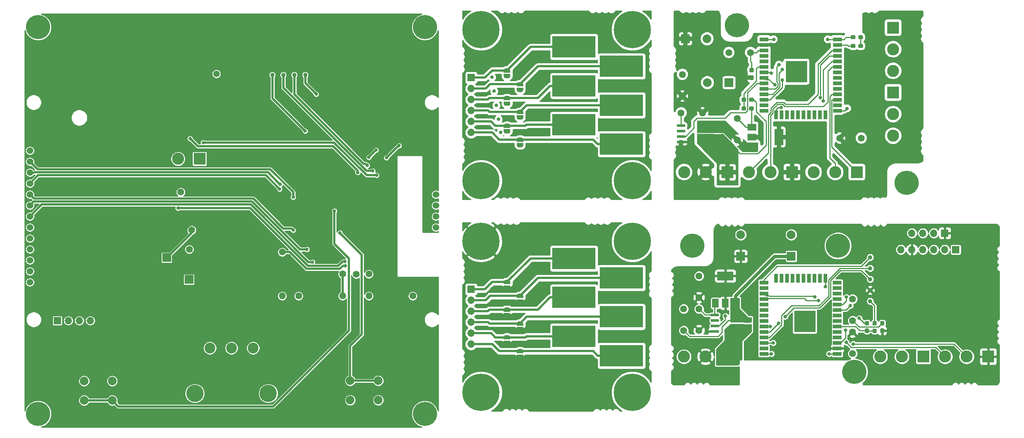
<source format=gbr>
G04 #@! TF.GenerationSoftware,KiCad,Pcbnew,(5.1.5-0-10_14)*
G04 #@! TF.CreationDate,2020-07-31T02:19:59+02:00*
G04 #@! TF.ProjectId,output.Panel,6f757470-7574-42e5-9061-6e656c2e6b69,rev?*
G04 #@! TF.SameCoordinates,Original*
G04 #@! TF.FileFunction,Copper,L1,Top*
G04 #@! TF.FilePolarity,Positive*
%FSLAX46Y46*%
G04 Gerber Fmt 4.6, Leading zero omitted, Abs format (unit mm)*
G04 Created by KiCad (PCBNEW (5.1.5-0-10_14)) date 2020-07-31 02:19:59*
%MOMM*%
%LPD*%
G04 APERTURE LIST*
%ADD10C,0.900000*%
%ADD11C,8.600000*%
%ADD12C,0.100000*%
%ADD13R,10.000000X5.000000*%
%ADD14O,1.700000X1.700000*%
%ADD15R,1.700000X1.700000*%
%ADD16C,1.000000*%
%ADD17C,5.600000*%
%ADD18C,1.524000*%
%ADD19C,1.600000*%
%ADD20C,2.000000*%
%ADD21R,2.000000X2.000000*%
%ADD22C,2.800000*%
%ADD23R,2.800000X2.800000*%
%ADD24C,1.500000*%
%ADD25O,1.600000X1.600000*%
%ADD26C,4.000000*%
%ADD27C,2.500000*%
%ADD28R,2.000000X0.900000*%
%ADD29R,0.900000X2.000000*%
%ADD30R,5.000000X5.000000*%
%ADD31R,2.000000X1.500000*%
%ADD32R,2.000000X3.800000*%
%ADD33R,3.800000X2.000000*%
%ADD34R,1.500000X2.000000*%
%ADD35C,0.800000*%
%ADD36C,0.500000*%
%ADD37C,0.250000*%
%ADD38C,0.750000*%
%ADD39C,0.254000*%
G04 APERTURE END LIST*
D10*
X180780419Y-70744581D03*
X178500000Y-69800000D03*
X176219581Y-70744581D03*
X175275000Y-73025000D03*
X176219581Y-75305419D03*
X178500000Y-76250000D03*
X180780419Y-75305419D03*
X181725000Y-73025000D03*
D11*
X178500000Y-73025000D03*
X143500000Y-38025000D03*
D10*
X146725000Y-38025000D03*
X145780419Y-40305419D03*
X143500000Y-41250000D03*
X141219581Y-40305419D03*
X140275000Y-38025000D03*
X141219581Y-35744581D03*
X143500000Y-34800000D03*
X145780419Y-35744581D03*
X145780419Y-70744581D03*
X143500000Y-69800000D03*
X141219581Y-70744581D03*
X140275000Y-73025000D03*
X141219581Y-75305419D03*
X143500000Y-76250000D03*
X145780419Y-75305419D03*
X146725000Y-73025000D03*
D11*
X143500000Y-73025000D03*
D10*
X180780419Y-35744581D03*
X178500000Y-34800000D03*
X176219581Y-35744581D03*
X175275000Y-38025000D03*
X176219581Y-40305419D03*
X178500000Y-41250000D03*
X180780419Y-40305419D03*
X181725000Y-38025000D03*
D11*
X178500000Y-38025000D03*
G04 #@! TA.AperFunction,SMDPad,CuDef*
D12*
G36*
X153249398Y-64775000D02*
G01*
X153249398Y-64799534D01*
X153244588Y-64848365D01*
X153235016Y-64896490D01*
X153220772Y-64943445D01*
X153201995Y-64988778D01*
X153178864Y-65032051D01*
X153151604Y-65072850D01*
X153120476Y-65110779D01*
X153085779Y-65145476D01*
X153047850Y-65176604D01*
X153007051Y-65203864D01*
X152963778Y-65226995D01*
X152918445Y-65245772D01*
X152871490Y-65260016D01*
X152823365Y-65269588D01*
X152774534Y-65274398D01*
X152750000Y-65274398D01*
X152750000Y-65275000D01*
X152250000Y-65275000D01*
X152250000Y-65274398D01*
X152225466Y-65274398D01*
X152176635Y-65269588D01*
X152128510Y-65260016D01*
X152081555Y-65245772D01*
X152036222Y-65226995D01*
X151992949Y-65203864D01*
X151952150Y-65176604D01*
X151914221Y-65145476D01*
X151879524Y-65110779D01*
X151848396Y-65072850D01*
X151821136Y-65032051D01*
X151798005Y-64988778D01*
X151779228Y-64943445D01*
X151764984Y-64896490D01*
X151755412Y-64848365D01*
X151750602Y-64799534D01*
X151750602Y-64775000D01*
X151750000Y-64775000D01*
X151750000Y-64275000D01*
X153250000Y-64275000D01*
X153250000Y-64775000D01*
X153249398Y-64775000D01*
G37*
G04 #@! TD.AperFunction*
G04 #@! TA.AperFunction,SMDPad,CuDef*
G36*
X151750000Y-63975000D02*
G01*
X151750000Y-63475000D01*
X151750602Y-63475000D01*
X151750602Y-63450466D01*
X151755412Y-63401635D01*
X151764984Y-63353510D01*
X151779228Y-63306555D01*
X151798005Y-63261222D01*
X151821136Y-63217949D01*
X151848396Y-63177150D01*
X151879524Y-63139221D01*
X151914221Y-63104524D01*
X151952150Y-63073396D01*
X151992949Y-63046136D01*
X152036222Y-63023005D01*
X152081555Y-63004228D01*
X152128510Y-62989984D01*
X152176635Y-62980412D01*
X152225466Y-62975602D01*
X152250000Y-62975602D01*
X152250000Y-62975000D01*
X152750000Y-62975000D01*
X152750000Y-62975602D01*
X152774534Y-62975602D01*
X152823365Y-62980412D01*
X152871490Y-62989984D01*
X152918445Y-63004228D01*
X152963778Y-63023005D01*
X153007051Y-63046136D01*
X153047850Y-63073396D01*
X153085779Y-63104524D01*
X153120476Y-63139221D01*
X153151604Y-63177150D01*
X153178864Y-63217949D01*
X153201995Y-63261222D01*
X153220772Y-63306555D01*
X153235016Y-63353510D01*
X153244588Y-63401635D01*
X153249398Y-63450466D01*
X153249398Y-63475000D01*
X153250000Y-63475000D01*
X153250000Y-63975000D01*
X151750000Y-63975000D01*
G37*
G04 #@! TD.AperFunction*
G04 #@! TA.AperFunction,SMDPad,CuDef*
G36*
X148750000Y-60775000D02*
G01*
X148750000Y-60275000D01*
X148750602Y-60275000D01*
X148750602Y-60250466D01*
X148755412Y-60201635D01*
X148764984Y-60153510D01*
X148779228Y-60106555D01*
X148798005Y-60061222D01*
X148821136Y-60017949D01*
X148848396Y-59977150D01*
X148879524Y-59939221D01*
X148914221Y-59904524D01*
X148952150Y-59873396D01*
X148992949Y-59846136D01*
X149036222Y-59823005D01*
X149081555Y-59804228D01*
X149128510Y-59789984D01*
X149176635Y-59780412D01*
X149225466Y-59775602D01*
X149250000Y-59775602D01*
X149250000Y-59775000D01*
X149750000Y-59775000D01*
X149750000Y-59775602D01*
X149774534Y-59775602D01*
X149823365Y-59780412D01*
X149871490Y-59789984D01*
X149918445Y-59804228D01*
X149963778Y-59823005D01*
X150007051Y-59846136D01*
X150047850Y-59873396D01*
X150085779Y-59904524D01*
X150120476Y-59939221D01*
X150151604Y-59977150D01*
X150178864Y-60017949D01*
X150201995Y-60061222D01*
X150220772Y-60106555D01*
X150235016Y-60153510D01*
X150244588Y-60201635D01*
X150249398Y-60250466D01*
X150249398Y-60275000D01*
X150250000Y-60275000D01*
X150250000Y-60775000D01*
X148750000Y-60775000D01*
G37*
G04 #@! TD.AperFunction*
G04 #@! TA.AperFunction,SMDPad,CuDef*
G36*
X150249398Y-61575000D02*
G01*
X150249398Y-61599534D01*
X150244588Y-61648365D01*
X150235016Y-61696490D01*
X150220772Y-61743445D01*
X150201995Y-61788778D01*
X150178864Y-61832051D01*
X150151604Y-61872850D01*
X150120476Y-61910779D01*
X150085779Y-61945476D01*
X150047850Y-61976604D01*
X150007051Y-62003864D01*
X149963778Y-62026995D01*
X149918445Y-62045772D01*
X149871490Y-62060016D01*
X149823365Y-62069588D01*
X149774534Y-62074398D01*
X149750000Y-62074398D01*
X149750000Y-62075000D01*
X149250000Y-62075000D01*
X149250000Y-62074398D01*
X149225466Y-62074398D01*
X149176635Y-62069588D01*
X149128510Y-62060016D01*
X149081555Y-62045772D01*
X149036222Y-62026995D01*
X148992949Y-62003864D01*
X148952150Y-61976604D01*
X148914221Y-61945476D01*
X148879524Y-61910779D01*
X148848396Y-61872850D01*
X148821136Y-61832051D01*
X148798005Y-61788778D01*
X148779228Y-61743445D01*
X148764984Y-61696490D01*
X148755412Y-61648365D01*
X148750602Y-61599534D01*
X148750602Y-61575000D01*
X148750000Y-61575000D01*
X148750000Y-61075000D01*
X150250000Y-61075000D01*
X150250000Y-61575000D01*
X150249398Y-61575000D01*
G37*
G04 #@! TD.AperFunction*
G04 #@! TA.AperFunction,SMDPad,CuDef*
G36*
X153249398Y-58375000D02*
G01*
X153249398Y-58399534D01*
X153244588Y-58448365D01*
X153235016Y-58496490D01*
X153220772Y-58543445D01*
X153201995Y-58588778D01*
X153178864Y-58632051D01*
X153151604Y-58672850D01*
X153120476Y-58710779D01*
X153085779Y-58745476D01*
X153047850Y-58776604D01*
X153007051Y-58803864D01*
X152963778Y-58826995D01*
X152918445Y-58845772D01*
X152871490Y-58860016D01*
X152823365Y-58869588D01*
X152774534Y-58874398D01*
X152750000Y-58874398D01*
X152750000Y-58875000D01*
X152250000Y-58875000D01*
X152250000Y-58874398D01*
X152225466Y-58874398D01*
X152176635Y-58869588D01*
X152128510Y-58860016D01*
X152081555Y-58845772D01*
X152036222Y-58826995D01*
X151992949Y-58803864D01*
X151952150Y-58776604D01*
X151914221Y-58745476D01*
X151879524Y-58710779D01*
X151848396Y-58672850D01*
X151821136Y-58632051D01*
X151798005Y-58588778D01*
X151779228Y-58543445D01*
X151764984Y-58496490D01*
X151755412Y-58448365D01*
X151750602Y-58399534D01*
X151750602Y-58375000D01*
X151750000Y-58375000D01*
X151750000Y-57875000D01*
X153250000Y-57875000D01*
X153250000Y-58375000D01*
X153249398Y-58375000D01*
G37*
G04 #@! TD.AperFunction*
G04 #@! TA.AperFunction,SMDPad,CuDef*
G36*
X151750000Y-57575000D02*
G01*
X151750000Y-57075000D01*
X151750602Y-57075000D01*
X151750602Y-57050466D01*
X151755412Y-57001635D01*
X151764984Y-56953510D01*
X151779228Y-56906555D01*
X151798005Y-56861222D01*
X151821136Y-56817949D01*
X151848396Y-56777150D01*
X151879524Y-56739221D01*
X151914221Y-56704524D01*
X151952150Y-56673396D01*
X151992949Y-56646136D01*
X152036222Y-56623005D01*
X152081555Y-56604228D01*
X152128510Y-56589984D01*
X152176635Y-56580412D01*
X152225466Y-56575602D01*
X152250000Y-56575602D01*
X152250000Y-56575000D01*
X152750000Y-56575000D01*
X152750000Y-56575602D01*
X152774534Y-56575602D01*
X152823365Y-56580412D01*
X152871490Y-56589984D01*
X152918445Y-56604228D01*
X152963778Y-56623005D01*
X153007051Y-56646136D01*
X153047850Y-56673396D01*
X153085779Y-56704524D01*
X153120476Y-56739221D01*
X153151604Y-56777150D01*
X153178864Y-56817949D01*
X153201995Y-56861222D01*
X153220772Y-56906555D01*
X153235016Y-56953510D01*
X153244588Y-57001635D01*
X153249398Y-57050466D01*
X153249398Y-57075000D01*
X153250000Y-57075000D01*
X153250000Y-57575000D01*
X151750000Y-57575000D01*
G37*
G04 #@! TD.AperFunction*
G04 #@! TA.AperFunction,SMDPad,CuDef*
G36*
X153249398Y-51975000D02*
G01*
X153249398Y-51999534D01*
X153244588Y-52048365D01*
X153235016Y-52096490D01*
X153220772Y-52143445D01*
X153201995Y-52188778D01*
X153178864Y-52232051D01*
X153151604Y-52272850D01*
X153120476Y-52310779D01*
X153085779Y-52345476D01*
X153047850Y-52376604D01*
X153007051Y-52403864D01*
X152963778Y-52426995D01*
X152918445Y-52445772D01*
X152871490Y-52460016D01*
X152823365Y-52469588D01*
X152774534Y-52474398D01*
X152750000Y-52474398D01*
X152750000Y-52475000D01*
X152250000Y-52475000D01*
X152250000Y-52474398D01*
X152225466Y-52474398D01*
X152176635Y-52469588D01*
X152128510Y-52460016D01*
X152081555Y-52445772D01*
X152036222Y-52426995D01*
X151992949Y-52403864D01*
X151952150Y-52376604D01*
X151914221Y-52345476D01*
X151879524Y-52310779D01*
X151848396Y-52272850D01*
X151821136Y-52232051D01*
X151798005Y-52188778D01*
X151779228Y-52143445D01*
X151764984Y-52096490D01*
X151755412Y-52048365D01*
X151750602Y-51999534D01*
X151750602Y-51975000D01*
X151750000Y-51975000D01*
X151750000Y-51475000D01*
X153250000Y-51475000D01*
X153250000Y-51975000D01*
X153249398Y-51975000D01*
G37*
G04 #@! TD.AperFunction*
G04 #@! TA.AperFunction,SMDPad,CuDef*
G36*
X151750000Y-51175000D02*
G01*
X151750000Y-50675000D01*
X151750602Y-50675000D01*
X151750602Y-50650466D01*
X151755412Y-50601635D01*
X151764984Y-50553510D01*
X151779228Y-50506555D01*
X151798005Y-50461222D01*
X151821136Y-50417949D01*
X151848396Y-50377150D01*
X151879524Y-50339221D01*
X151914221Y-50304524D01*
X151952150Y-50273396D01*
X151992949Y-50246136D01*
X152036222Y-50223005D01*
X152081555Y-50204228D01*
X152128510Y-50189984D01*
X152176635Y-50180412D01*
X152225466Y-50175602D01*
X152250000Y-50175602D01*
X152250000Y-50175000D01*
X152750000Y-50175000D01*
X152750000Y-50175602D01*
X152774534Y-50175602D01*
X152823365Y-50180412D01*
X152871490Y-50189984D01*
X152918445Y-50204228D01*
X152963778Y-50223005D01*
X153007051Y-50246136D01*
X153047850Y-50273396D01*
X153085779Y-50304524D01*
X153120476Y-50339221D01*
X153151604Y-50377150D01*
X153178864Y-50417949D01*
X153201995Y-50461222D01*
X153220772Y-50506555D01*
X153235016Y-50553510D01*
X153244588Y-50601635D01*
X153249398Y-50650466D01*
X153249398Y-50675000D01*
X153250000Y-50675000D01*
X153250000Y-51175000D01*
X151750000Y-51175000D01*
G37*
G04 #@! TD.AperFunction*
G04 #@! TA.AperFunction,SMDPad,CuDef*
G36*
X148750000Y-47975000D02*
G01*
X148750000Y-47475000D01*
X148750602Y-47475000D01*
X148750602Y-47450466D01*
X148755412Y-47401635D01*
X148764984Y-47353510D01*
X148779228Y-47306555D01*
X148798005Y-47261222D01*
X148821136Y-47217949D01*
X148848396Y-47177150D01*
X148879524Y-47139221D01*
X148914221Y-47104524D01*
X148952150Y-47073396D01*
X148992949Y-47046136D01*
X149036222Y-47023005D01*
X149081555Y-47004228D01*
X149128510Y-46989984D01*
X149176635Y-46980412D01*
X149225466Y-46975602D01*
X149250000Y-46975602D01*
X149250000Y-46975000D01*
X149750000Y-46975000D01*
X149750000Y-46975602D01*
X149774534Y-46975602D01*
X149823365Y-46980412D01*
X149871490Y-46989984D01*
X149918445Y-47004228D01*
X149963778Y-47023005D01*
X150007051Y-47046136D01*
X150047850Y-47073396D01*
X150085779Y-47104524D01*
X150120476Y-47139221D01*
X150151604Y-47177150D01*
X150178864Y-47217949D01*
X150201995Y-47261222D01*
X150220772Y-47306555D01*
X150235016Y-47353510D01*
X150244588Y-47401635D01*
X150249398Y-47450466D01*
X150249398Y-47475000D01*
X150250000Y-47475000D01*
X150250000Y-47975000D01*
X148750000Y-47975000D01*
G37*
G04 #@! TD.AperFunction*
G04 #@! TA.AperFunction,SMDPad,CuDef*
G36*
X150249398Y-48775000D02*
G01*
X150249398Y-48799534D01*
X150244588Y-48848365D01*
X150235016Y-48896490D01*
X150220772Y-48943445D01*
X150201995Y-48988778D01*
X150178864Y-49032051D01*
X150151604Y-49072850D01*
X150120476Y-49110779D01*
X150085779Y-49145476D01*
X150047850Y-49176604D01*
X150007051Y-49203864D01*
X149963778Y-49226995D01*
X149918445Y-49245772D01*
X149871490Y-49260016D01*
X149823365Y-49269588D01*
X149774534Y-49274398D01*
X149750000Y-49274398D01*
X149750000Y-49275000D01*
X149250000Y-49275000D01*
X149250000Y-49274398D01*
X149225466Y-49274398D01*
X149176635Y-49269588D01*
X149128510Y-49260016D01*
X149081555Y-49245772D01*
X149036222Y-49226995D01*
X148992949Y-49203864D01*
X148952150Y-49176604D01*
X148914221Y-49145476D01*
X148879524Y-49110779D01*
X148848396Y-49072850D01*
X148821136Y-49032051D01*
X148798005Y-48988778D01*
X148779228Y-48943445D01*
X148764984Y-48896490D01*
X148755412Y-48848365D01*
X148750602Y-48799534D01*
X148750602Y-48775000D01*
X148750000Y-48775000D01*
X148750000Y-48275000D01*
X150250000Y-48275000D01*
X150250000Y-48775000D01*
X150249398Y-48775000D01*
G37*
G04 #@! TD.AperFunction*
D13*
X176000000Y-64525000D03*
X165000000Y-60025000D03*
X176000000Y-55525000D03*
X165000000Y-51025000D03*
X176000000Y-46525000D03*
X165000000Y-42025000D03*
D14*
X141200000Y-61855000D03*
X141200000Y-59315000D03*
X141200000Y-56775000D03*
X141200000Y-54235000D03*
X141200000Y-51695000D03*
D15*
X141200000Y-49155000D03*
G04 #@! TA.AperFunction,SMDPad,CuDef*
D12*
G36*
X148750000Y-54375000D02*
G01*
X148750000Y-53875000D01*
X148750602Y-53875000D01*
X148750602Y-53850466D01*
X148755412Y-53801635D01*
X148764984Y-53753510D01*
X148779228Y-53706555D01*
X148798005Y-53661222D01*
X148821136Y-53617949D01*
X148848396Y-53577150D01*
X148879524Y-53539221D01*
X148914221Y-53504524D01*
X148952150Y-53473396D01*
X148992949Y-53446136D01*
X149036222Y-53423005D01*
X149081555Y-53404228D01*
X149128510Y-53389984D01*
X149176635Y-53380412D01*
X149225466Y-53375602D01*
X149250000Y-53375602D01*
X149250000Y-53375000D01*
X149750000Y-53375000D01*
X149750000Y-53375602D01*
X149774534Y-53375602D01*
X149823365Y-53380412D01*
X149871490Y-53389984D01*
X149918445Y-53404228D01*
X149963778Y-53423005D01*
X150007051Y-53446136D01*
X150047850Y-53473396D01*
X150085779Y-53504524D01*
X150120476Y-53539221D01*
X150151604Y-53577150D01*
X150178864Y-53617949D01*
X150201995Y-53661222D01*
X150220772Y-53706555D01*
X150235016Y-53753510D01*
X150244588Y-53801635D01*
X150249398Y-53850466D01*
X150249398Y-53875000D01*
X150250000Y-53875000D01*
X150250000Y-54375000D01*
X148750000Y-54375000D01*
G37*
G04 #@! TD.AperFunction*
G04 #@! TA.AperFunction,SMDPad,CuDef*
G36*
X150249398Y-55175000D02*
G01*
X150249398Y-55199534D01*
X150244588Y-55248365D01*
X150235016Y-55296490D01*
X150220772Y-55343445D01*
X150201995Y-55388778D01*
X150178864Y-55432051D01*
X150151604Y-55472850D01*
X150120476Y-55510779D01*
X150085779Y-55545476D01*
X150047850Y-55576604D01*
X150007051Y-55603864D01*
X149963778Y-55626995D01*
X149918445Y-55645772D01*
X149871490Y-55660016D01*
X149823365Y-55669588D01*
X149774534Y-55674398D01*
X149750000Y-55674398D01*
X149750000Y-55675000D01*
X149250000Y-55675000D01*
X149250000Y-55674398D01*
X149225466Y-55674398D01*
X149176635Y-55669588D01*
X149128510Y-55660016D01*
X149081555Y-55645772D01*
X149036222Y-55626995D01*
X148992949Y-55603864D01*
X148952150Y-55576604D01*
X148914221Y-55545476D01*
X148879524Y-55510779D01*
X148848396Y-55472850D01*
X148821136Y-55432051D01*
X148798005Y-55388778D01*
X148779228Y-55343445D01*
X148764984Y-55296490D01*
X148755412Y-55248365D01*
X148750602Y-55199534D01*
X148750602Y-55175000D01*
X148750000Y-55175000D01*
X148750000Y-54675000D01*
X150250000Y-54675000D01*
X150250000Y-55175000D01*
X150249398Y-55175000D01*
G37*
G04 #@! TD.AperFunction*
D16*
X105334000Y-48519000D03*
X102794000Y-48519000D03*
X100254000Y-48519000D03*
X97714000Y-48519000D03*
X95174000Y-48519000D03*
D17*
X40945000Y-127005000D03*
X130480000Y-127005000D03*
X130480000Y-37470000D03*
X40945000Y-37470000D03*
D18*
X133020000Y-83825000D03*
X133020000Y-81285000D03*
X133020000Y-78745000D03*
X133020000Y-76205000D03*
X39040000Y-63505000D03*
X39040000Y-66045000D03*
X39040000Y-68585000D03*
X39040000Y-71125000D03*
X39040000Y-73665000D03*
X39040000Y-76205000D03*
X39040000Y-78745000D03*
X39040000Y-81285000D03*
X39040000Y-83825000D03*
X39040000Y-86365000D03*
X39040000Y-88905000D03*
X39040000Y-91445000D03*
X39040000Y-93985000D03*
X39040000Y-96525000D03*
D19*
X73965000Y-80650000D03*
X73965000Y-75650000D03*
D20*
X65710000Y-90810000D03*
D21*
X70710000Y-90810000D03*
D19*
X71505000Y-84460000D03*
X76505000Y-84460000D03*
X80950000Y-88905000D03*
X75950000Y-88905000D03*
D20*
X80870000Y-95890000D03*
D21*
X75870000Y-95890000D03*
D19*
X114605000Y-99700000D03*
X114605000Y-94700000D03*
X117526000Y-94620000D03*
X122526000Y-94620000D03*
D22*
X68330000Y-67950000D03*
X73330000Y-67950000D03*
D23*
X78330000Y-67950000D03*
D14*
X55550000Y-105415000D03*
X53010000Y-105415000D03*
X50470000Y-105415000D03*
X47930000Y-105415000D03*
D15*
X45390000Y-105415000D03*
D24*
X82220000Y-44865000D03*
X82220000Y-48265000D03*
D25*
X97460000Y-99700000D03*
D19*
X97460000Y-89540000D03*
D25*
X117526000Y-99700000D03*
D19*
X127686000Y-99700000D03*
D25*
X111430000Y-99700000D03*
D19*
X101270000Y-99700000D03*
D25*
X101270000Y-94620000D03*
D19*
X111430000Y-94620000D03*
D20*
X58090000Y-119385000D03*
X58090000Y-123885000D03*
X51590000Y-119385000D03*
X51590000Y-123885000D03*
X119685000Y-119330000D03*
X119685000Y-123830000D03*
X113185000Y-119330000D03*
X113185000Y-123830000D03*
D26*
X94212500Y-122265000D03*
X77212500Y-122265000D03*
D27*
X80712500Y-111765000D03*
X85712500Y-111765000D03*
X90712500Y-111765000D03*
D11*
X178500000Y-87025000D03*
D10*
X181725000Y-87025000D03*
X180780419Y-89305419D03*
X178500000Y-90250000D03*
X176219581Y-89305419D03*
X175275000Y-87025000D03*
X176219581Y-84744581D03*
X178500000Y-83800000D03*
X180780419Y-84744581D03*
D11*
X178500000Y-122025000D03*
D10*
X181725000Y-122025000D03*
X180780419Y-124305419D03*
X178500000Y-125250000D03*
X176219581Y-124305419D03*
X175275000Y-122025000D03*
X176219581Y-119744581D03*
X178500000Y-118800000D03*
X180780419Y-119744581D03*
D11*
X143500000Y-122025000D03*
D10*
X146725000Y-122025000D03*
X145780419Y-124305419D03*
X143500000Y-125250000D03*
X141219581Y-124305419D03*
X140275000Y-122025000D03*
X141219581Y-119744581D03*
X143500000Y-118800000D03*
X145780419Y-119744581D03*
X145780419Y-84744581D03*
X143500000Y-83800000D03*
X141219581Y-84744581D03*
X140275000Y-87025000D03*
X141219581Y-89305419D03*
X143500000Y-90250000D03*
X145780419Y-89305419D03*
X146725000Y-87025000D03*
D11*
X143500000Y-87025000D03*
D15*
X141200000Y-98155000D03*
D14*
X141200000Y-100695000D03*
X141200000Y-103235000D03*
X141200000Y-105775000D03*
X141200000Y-108315000D03*
X141200000Y-110855000D03*
D13*
X165000000Y-91025000D03*
X176000000Y-95525000D03*
X165000000Y-100025000D03*
X176000000Y-104525000D03*
X165000000Y-109025000D03*
X176000000Y-113525000D03*
G04 #@! TA.AperFunction,SMDPad,CuDef*
D12*
G36*
X150249398Y-97775000D02*
G01*
X150249398Y-97799534D01*
X150244588Y-97848365D01*
X150235016Y-97896490D01*
X150220772Y-97943445D01*
X150201995Y-97988778D01*
X150178864Y-98032051D01*
X150151604Y-98072850D01*
X150120476Y-98110779D01*
X150085779Y-98145476D01*
X150047850Y-98176604D01*
X150007051Y-98203864D01*
X149963778Y-98226995D01*
X149918445Y-98245772D01*
X149871490Y-98260016D01*
X149823365Y-98269588D01*
X149774534Y-98274398D01*
X149750000Y-98274398D01*
X149750000Y-98275000D01*
X149250000Y-98275000D01*
X149250000Y-98274398D01*
X149225466Y-98274398D01*
X149176635Y-98269588D01*
X149128510Y-98260016D01*
X149081555Y-98245772D01*
X149036222Y-98226995D01*
X148992949Y-98203864D01*
X148952150Y-98176604D01*
X148914221Y-98145476D01*
X148879524Y-98110779D01*
X148848396Y-98072850D01*
X148821136Y-98032051D01*
X148798005Y-97988778D01*
X148779228Y-97943445D01*
X148764984Y-97896490D01*
X148755412Y-97848365D01*
X148750602Y-97799534D01*
X148750602Y-97775000D01*
X148750000Y-97775000D01*
X148750000Y-97275000D01*
X150250000Y-97275000D01*
X150250000Y-97775000D01*
X150249398Y-97775000D01*
G37*
G04 #@! TD.AperFunction*
G04 #@! TA.AperFunction,SMDPad,CuDef*
G36*
X148750000Y-96975000D02*
G01*
X148750000Y-96475000D01*
X148750602Y-96475000D01*
X148750602Y-96450466D01*
X148755412Y-96401635D01*
X148764984Y-96353510D01*
X148779228Y-96306555D01*
X148798005Y-96261222D01*
X148821136Y-96217949D01*
X148848396Y-96177150D01*
X148879524Y-96139221D01*
X148914221Y-96104524D01*
X148952150Y-96073396D01*
X148992949Y-96046136D01*
X149036222Y-96023005D01*
X149081555Y-96004228D01*
X149128510Y-95989984D01*
X149176635Y-95980412D01*
X149225466Y-95975602D01*
X149250000Y-95975602D01*
X149250000Y-95975000D01*
X149750000Y-95975000D01*
X149750000Y-95975602D01*
X149774534Y-95975602D01*
X149823365Y-95980412D01*
X149871490Y-95989984D01*
X149918445Y-96004228D01*
X149963778Y-96023005D01*
X150007051Y-96046136D01*
X150047850Y-96073396D01*
X150085779Y-96104524D01*
X150120476Y-96139221D01*
X150151604Y-96177150D01*
X150178864Y-96217949D01*
X150201995Y-96261222D01*
X150220772Y-96306555D01*
X150235016Y-96353510D01*
X150244588Y-96401635D01*
X150249398Y-96450466D01*
X150249398Y-96475000D01*
X150250000Y-96475000D01*
X150250000Y-96975000D01*
X148750000Y-96975000D01*
G37*
G04 #@! TD.AperFunction*
G04 #@! TA.AperFunction,SMDPad,CuDef*
G36*
X151750000Y-100175000D02*
G01*
X151750000Y-99675000D01*
X151750602Y-99675000D01*
X151750602Y-99650466D01*
X151755412Y-99601635D01*
X151764984Y-99553510D01*
X151779228Y-99506555D01*
X151798005Y-99461222D01*
X151821136Y-99417949D01*
X151848396Y-99377150D01*
X151879524Y-99339221D01*
X151914221Y-99304524D01*
X151952150Y-99273396D01*
X151992949Y-99246136D01*
X152036222Y-99223005D01*
X152081555Y-99204228D01*
X152128510Y-99189984D01*
X152176635Y-99180412D01*
X152225466Y-99175602D01*
X152250000Y-99175602D01*
X152250000Y-99175000D01*
X152750000Y-99175000D01*
X152750000Y-99175602D01*
X152774534Y-99175602D01*
X152823365Y-99180412D01*
X152871490Y-99189984D01*
X152918445Y-99204228D01*
X152963778Y-99223005D01*
X153007051Y-99246136D01*
X153047850Y-99273396D01*
X153085779Y-99304524D01*
X153120476Y-99339221D01*
X153151604Y-99377150D01*
X153178864Y-99417949D01*
X153201995Y-99461222D01*
X153220772Y-99506555D01*
X153235016Y-99553510D01*
X153244588Y-99601635D01*
X153249398Y-99650466D01*
X153249398Y-99675000D01*
X153250000Y-99675000D01*
X153250000Y-100175000D01*
X151750000Y-100175000D01*
G37*
G04 #@! TD.AperFunction*
G04 #@! TA.AperFunction,SMDPad,CuDef*
G36*
X153249398Y-100975000D02*
G01*
X153249398Y-100999534D01*
X153244588Y-101048365D01*
X153235016Y-101096490D01*
X153220772Y-101143445D01*
X153201995Y-101188778D01*
X153178864Y-101232051D01*
X153151604Y-101272850D01*
X153120476Y-101310779D01*
X153085779Y-101345476D01*
X153047850Y-101376604D01*
X153007051Y-101403864D01*
X152963778Y-101426995D01*
X152918445Y-101445772D01*
X152871490Y-101460016D01*
X152823365Y-101469588D01*
X152774534Y-101474398D01*
X152750000Y-101474398D01*
X152750000Y-101475000D01*
X152250000Y-101475000D01*
X152250000Y-101474398D01*
X152225466Y-101474398D01*
X152176635Y-101469588D01*
X152128510Y-101460016D01*
X152081555Y-101445772D01*
X152036222Y-101426995D01*
X151992949Y-101403864D01*
X151952150Y-101376604D01*
X151914221Y-101345476D01*
X151879524Y-101310779D01*
X151848396Y-101272850D01*
X151821136Y-101232051D01*
X151798005Y-101188778D01*
X151779228Y-101143445D01*
X151764984Y-101096490D01*
X151755412Y-101048365D01*
X151750602Y-100999534D01*
X151750602Y-100975000D01*
X151750000Y-100975000D01*
X151750000Y-100475000D01*
X153250000Y-100475000D01*
X153250000Y-100975000D01*
X153249398Y-100975000D01*
G37*
G04 #@! TD.AperFunction*
G04 #@! TA.AperFunction,SMDPad,CuDef*
G36*
X150249398Y-104175000D02*
G01*
X150249398Y-104199534D01*
X150244588Y-104248365D01*
X150235016Y-104296490D01*
X150220772Y-104343445D01*
X150201995Y-104388778D01*
X150178864Y-104432051D01*
X150151604Y-104472850D01*
X150120476Y-104510779D01*
X150085779Y-104545476D01*
X150047850Y-104576604D01*
X150007051Y-104603864D01*
X149963778Y-104626995D01*
X149918445Y-104645772D01*
X149871490Y-104660016D01*
X149823365Y-104669588D01*
X149774534Y-104674398D01*
X149750000Y-104674398D01*
X149750000Y-104675000D01*
X149250000Y-104675000D01*
X149250000Y-104674398D01*
X149225466Y-104674398D01*
X149176635Y-104669588D01*
X149128510Y-104660016D01*
X149081555Y-104645772D01*
X149036222Y-104626995D01*
X148992949Y-104603864D01*
X148952150Y-104576604D01*
X148914221Y-104545476D01*
X148879524Y-104510779D01*
X148848396Y-104472850D01*
X148821136Y-104432051D01*
X148798005Y-104388778D01*
X148779228Y-104343445D01*
X148764984Y-104296490D01*
X148755412Y-104248365D01*
X148750602Y-104199534D01*
X148750602Y-104175000D01*
X148750000Y-104175000D01*
X148750000Y-103675000D01*
X150250000Y-103675000D01*
X150250000Y-104175000D01*
X150249398Y-104175000D01*
G37*
G04 #@! TD.AperFunction*
G04 #@! TA.AperFunction,SMDPad,CuDef*
G36*
X148750000Y-103375000D02*
G01*
X148750000Y-102875000D01*
X148750602Y-102875000D01*
X148750602Y-102850466D01*
X148755412Y-102801635D01*
X148764984Y-102753510D01*
X148779228Y-102706555D01*
X148798005Y-102661222D01*
X148821136Y-102617949D01*
X148848396Y-102577150D01*
X148879524Y-102539221D01*
X148914221Y-102504524D01*
X148952150Y-102473396D01*
X148992949Y-102446136D01*
X149036222Y-102423005D01*
X149081555Y-102404228D01*
X149128510Y-102389984D01*
X149176635Y-102380412D01*
X149225466Y-102375602D01*
X149250000Y-102375602D01*
X149250000Y-102375000D01*
X149750000Y-102375000D01*
X149750000Y-102375602D01*
X149774534Y-102375602D01*
X149823365Y-102380412D01*
X149871490Y-102389984D01*
X149918445Y-102404228D01*
X149963778Y-102423005D01*
X150007051Y-102446136D01*
X150047850Y-102473396D01*
X150085779Y-102504524D01*
X150120476Y-102539221D01*
X150151604Y-102577150D01*
X150178864Y-102617949D01*
X150201995Y-102661222D01*
X150220772Y-102706555D01*
X150235016Y-102753510D01*
X150244588Y-102801635D01*
X150249398Y-102850466D01*
X150249398Y-102875000D01*
X150250000Y-102875000D01*
X150250000Y-103375000D01*
X148750000Y-103375000D01*
G37*
G04 #@! TD.AperFunction*
G04 #@! TA.AperFunction,SMDPad,CuDef*
G36*
X151750000Y-106575000D02*
G01*
X151750000Y-106075000D01*
X151750602Y-106075000D01*
X151750602Y-106050466D01*
X151755412Y-106001635D01*
X151764984Y-105953510D01*
X151779228Y-105906555D01*
X151798005Y-105861222D01*
X151821136Y-105817949D01*
X151848396Y-105777150D01*
X151879524Y-105739221D01*
X151914221Y-105704524D01*
X151952150Y-105673396D01*
X151992949Y-105646136D01*
X152036222Y-105623005D01*
X152081555Y-105604228D01*
X152128510Y-105589984D01*
X152176635Y-105580412D01*
X152225466Y-105575602D01*
X152250000Y-105575602D01*
X152250000Y-105575000D01*
X152750000Y-105575000D01*
X152750000Y-105575602D01*
X152774534Y-105575602D01*
X152823365Y-105580412D01*
X152871490Y-105589984D01*
X152918445Y-105604228D01*
X152963778Y-105623005D01*
X153007051Y-105646136D01*
X153047850Y-105673396D01*
X153085779Y-105704524D01*
X153120476Y-105739221D01*
X153151604Y-105777150D01*
X153178864Y-105817949D01*
X153201995Y-105861222D01*
X153220772Y-105906555D01*
X153235016Y-105953510D01*
X153244588Y-106001635D01*
X153249398Y-106050466D01*
X153249398Y-106075000D01*
X153250000Y-106075000D01*
X153250000Y-106575000D01*
X151750000Y-106575000D01*
G37*
G04 #@! TD.AperFunction*
G04 #@! TA.AperFunction,SMDPad,CuDef*
G36*
X153249398Y-107375000D02*
G01*
X153249398Y-107399534D01*
X153244588Y-107448365D01*
X153235016Y-107496490D01*
X153220772Y-107543445D01*
X153201995Y-107588778D01*
X153178864Y-107632051D01*
X153151604Y-107672850D01*
X153120476Y-107710779D01*
X153085779Y-107745476D01*
X153047850Y-107776604D01*
X153007051Y-107803864D01*
X152963778Y-107826995D01*
X152918445Y-107845772D01*
X152871490Y-107860016D01*
X152823365Y-107869588D01*
X152774534Y-107874398D01*
X152750000Y-107874398D01*
X152750000Y-107875000D01*
X152250000Y-107875000D01*
X152250000Y-107874398D01*
X152225466Y-107874398D01*
X152176635Y-107869588D01*
X152128510Y-107860016D01*
X152081555Y-107845772D01*
X152036222Y-107826995D01*
X151992949Y-107803864D01*
X151952150Y-107776604D01*
X151914221Y-107745476D01*
X151879524Y-107710779D01*
X151848396Y-107672850D01*
X151821136Y-107632051D01*
X151798005Y-107588778D01*
X151779228Y-107543445D01*
X151764984Y-107496490D01*
X151755412Y-107448365D01*
X151750602Y-107399534D01*
X151750602Y-107375000D01*
X151750000Y-107375000D01*
X151750000Y-106875000D01*
X153250000Y-106875000D01*
X153250000Y-107375000D01*
X153249398Y-107375000D01*
G37*
G04 #@! TD.AperFunction*
G04 #@! TA.AperFunction,SMDPad,CuDef*
G36*
X150249398Y-110575000D02*
G01*
X150249398Y-110599534D01*
X150244588Y-110648365D01*
X150235016Y-110696490D01*
X150220772Y-110743445D01*
X150201995Y-110788778D01*
X150178864Y-110832051D01*
X150151604Y-110872850D01*
X150120476Y-110910779D01*
X150085779Y-110945476D01*
X150047850Y-110976604D01*
X150007051Y-111003864D01*
X149963778Y-111026995D01*
X149918445Y-111045772D01*
X149871490Y-111060016D01*
X149823365Y-111069588D01*
X149774534Y-111074398D01*
X149750000Y-111074398D01*
X149750000Y-111075000D01*
X149250000Y-111075000D01*
X149250000Y-111074398D01*
X149225466Y-111074398D01*
X149176635Y-111069588D01*
X149128510Y-111060016D01*
X149081555Y-111045772D01*
X149036222Y-111026995D01*
X148992949Y-111003864D01*
X148952150Y-110976604D01*
X148914221Y-110945476D01*
X148879524Y-110910779D01*
X148848396Y-110872850D01*
X148821136Y-110832051D01*
X148798005Y-110788778D01*
X148779228Y-110743445D01*
X148764984Y-110696490D01*
X148755412Y-110648365D01*
X148750602Y-110599534D01*
X148750602Y-110575000D01*
X148750000Y-110575000D01*
X148750000Y-110075000D01*
X150250000Y-110075000D01*
X150250000Y-110575000D01*
X150249398Y-110575000D01*
G37*
G04 #@! TD.AperFunction*
G04 #@! TA.AperFunction,SMDPad,CuDef*
G36*
X148750000Y-109775000D02*
G01*
X148750000Y-109275000D01*
X148750602Y-109275000D01*
X148750602Y-109250466D01*
X148755412Y-109201635D01*
X148764984Y-109153510D01*
X148779228Y-109106555D01*
X148798005Y-109061222D01*
X148821136Y-109017949D01*
X148848396Y-108977150D01*
X148879524Y-108939221D01*
X148914221Y-108904524D01*
X148952150Y-108873396D01*
X148992949Y-108846136D01*
X149036222Y-108823005D01*
X149081555Y-108804228D01*
X149128510Y-108789984D01*
X149176635Y-108780412D01*
X149225466Y-108775602D01*
X149250000Y-108775602D01*
X149250000Y-108775000D01*
X149750000Y-108775000D01*
X149750000Y-108775602D01*
X149774534Y-108775602D01*
X149823365Y-108780412D01*
X149871490Y-108789984D01*
X149918445Y-108804228D01*
X149963778Y-108823005D01*
X150007051Y-108846136D01*
X150047850Y-108873396D01*
X150085779Y-108904524D01*
X150120476Y-108939221D01*
X150151604Y-108977150D01*
X150178864Y-109017949D01*
X150201995Y-109061222D01*
X150220772Y-109106555D01*
X150235016Y-109153510D01*
X150244588Y-109201635D01*
X150249398Y-109250466D01*
X150249398Y-109275000D01*
X150250000Y-109275000D01*
X150250000Y-109775000D01*
X148750000Y-109775000D01*
G37*
G04 #@! TD.AperFunction*
G04 #@! TA.AperFunction,SMDPad,CuDef*
G36*
X151750000Y-112975000D02*
G01*
X151750000Y-112475000D01*
X151750602Y-112475000D01*
X151750602Y-112450466D01*
X151755412Y-112401635D01*
X151764984Y-112353510D01*
X151779228Y-112306555D01*
X151798005Y-112261222D01*
X151821136Y-112217949D01*
X151848396Y-112177150D01*
X151879524Y-112139221D01*
X151914221Y-112104524D01*
X151952150Y-112073396D01*
X151992949Y-112046136D01*
X152036222Y-112023005D01*
X152081555Y-112004228D01*
X152128510Y-111989984D01*
X152176635Y-111980412D01*
X152225466Y-111975602D01*
X152250000Y-111975602D01*
X152250000Y-111975000D01*
X152750000Y-111975000D01*
X152750000Y-111975602D01*
X152774534Y-111975602D01*
X152823365Y-111980412D01*
X152871490Y-111989984D01*
X152918445Y-112004228D01*
X152963778Y-112023005D01*
X153007051Y-112046136D01*
X153047850Y-112073396D01*
X153085779Y-112104524D01*
X153120476Y-112139221D01*
X153151604Y-112177150D01*
X153178864Y-112217949D01*
X153201995Y-112261222D01*
X153220772Y-112306555D01*
X153235016Y-112353510D01*
X153244588Y-112401635D01*
X153249398Y-112450466D01*
X153249398Y-112475000D01*
X153250000Y-112475000D01*
X153250000Y-112975000D01*
X151750000Y-112975000D01*
G37*
G04 #@! TD.AperFunction*
G04 #@! TA.AperFunction,SMDPad,CuDef*
G36*
X153249398Y-113775000D02*
G01*
X153249398Y-113799534D01*
X153244588Y-113848365D01*
X153235016Y-113896490D01*
X153220772Y-113943445D01*
X153201995Y-113988778D01*
X153178864Y-114032051D01*
X153151604Y-114072850D01*
X153120476Y-114110779D01*
X153085779Y-114145476D01*
X153047850Y-114176604D01*
X153007051Y-114203864D01*
X152963778Y-114226995D01*
X152918445Y-114245772D01*
X152871490Y-114260016D01*
X152823365Y-114269588D01*
X152774534Y-114274398D01*
X152750000Y-114274398D01*
X152750000Y-114275000D01*
X152250000Y-114275000D01*
X152250000Y-114274398D01*
X152225466Y-114274398D01*
X152176635Y-114269588D01*
X152128510Y-114260016D01*
X152081555Y-114245772D01*
X152036222Y-114226995D01*
X151992949Y-114203864D01*
X151952150Y-114176604D01*
X151914221Y-114145476D01*
X151879524Y-114110779D01*
X151848396Y-114072850D01*
X151821136Y-114032051D01*
X151798005Y-113988778D01*
X151779228Y-113943445D01*
X151764984Y-113896490D01*
X151755412Y-113848365D01*
X151750602Y-113799534D01*
X151750602Y-113775000D01*
X151750000Y-113775000D01*
X151750000Y-113275000D01*
X153250000Y-113275000D01*
X153250000Y-113775000D01*
X153249398Y-113775000D01*
G37*
G04 #@! TD.AperFunction*
D28*
X226000000Y-40270000D03*
X226000000Y-41540000D03*
X226000000Y-42810000D03*
X226000000Y-44080000D03*
X226000000Y-45350000D03*
X226000000Y-46620000D03*
X226000000Y-47890000D03*
X226000000Y-49160000D03*
X226000000Y-50430000D03*
X226000000Y-51700000D03*
X226000000Y-52970000D03*
X226000000Y-54240000D03*
X226000000Y-55510000D03*
X226000000Y-56780000D03*
D29*
X223215000Y-57780000D03*
X221945000Y-57780000D03*
X220675000Y-57780000D03*
X219405000Y-57780000D03*
X218135000Y-57780000D03*
X216865000Y-57780000D03*
X215595000Y-57780000D03*
X214325000Y-57780000D03*
X213055000Y-57780000D03*
X211785000Y-57780000D03*
D28*
X209000000Y-56780000D03*
X209000000Y-55510000D03*
X209000000Y-54240000D03*
X209000000Y-52970000D03*
X209000000Y-51700000D03*
X209000000Y-50430000D03*
X209000000Y-49160000D03*
X209000000Y-47890000D03*
X209000000Y-46620000D03*
X209000000Y-45350000D03*
X209000000Y-44080000D03*
X209000000Y-42810000D03*
X209000000Y-41540000D03*
X209000000Y-40270000D03*
D30*
X216500000Y-47770000D03*
D17*
X242000000Y-73525000D03*
X202750000Y-37025000D03*
G04 #@! TA.AperFunction,SMDPad,CuDef*
D12*
G36*
X206372779Y-46875144D02*
G01*
X206395834Y-46878563D01*
X206418443Y-46884227D01*
X206440387Y-46892079D01*
X206461457Y-46902044D01*
X206481448Y-46914026D01*
X206500168Y-46927910D01*
X206517438Y-46943562D01*
X206533090Y-46960832D01*
X206546974Y-46979552D01*
X206558956Y-46999543D01*
X206568921Y-47020613D01*
X206576773Y-47042557D01*
X206582437Y-47065166D01*
X206585856Y-47088221D01*
X206587000Y-47111500D01*
X206587000Y-47686500D01*
X206585856Y-47709779D01*
X206582437Y-47732834D01*
X206576773Y-47755443D01*
X206568921Y-47777387D01*
X206558956Y-47798457D01*
X206546974Y-47818448D01*
X206533090Y-47837168D01*
X206517438Y-47854438D01*
X206500168Y-47870090D01*
X206481448Y-47883974D01*
X206461457Y-47895956D01*
X206440387Y-47905921D01*
X206418443Y-47913773D01*
X206395834Y-47919437D01*
X206372779Y-47922856D01*
X206349500Y-47924000D01*
X205874500Y-47924000D01*
X205851221Y-47922856D01*
X205828166Y-47919437D01*
X205805557Y-47913773D01*
X205783613Y-47905921D01*
X205762543Y-47895956D01*
X205742552Y-47883974D01*
X205723832Y-47870090D01*
X205706562Y-47854438D01*
X205690910Y-47837168D01*
X205677026Y-47818448D01*
X205665044Y-47798457D01*
X205655079Y-47777387D01*
X205647227Y-47755443D01*
X205641563Y-47732834D01*
X205638144Y-47709779D01*
X205637000Y-47686500D01*
X205637000Y-47111500D01*
X205638144Y-47088221D01*
X205641563Y-47065166D01*
X205647227Y-47042557D01*
X205655079Y-47020613D01*
X205665044Y-46999543D01*
X205677026Y-46979552D01*
X205690910Y-46960832D01*
X205706562Y-46943562D01*
X205723832Y-46927910D01*
X205742552Y-46914026D01*
X205762543Y-46902044D01*
X205783613Y-46892079D01*
X205805557Y-46884227D01*
X205828166Y-46878563D01*
X205851221Y-46875144D01*
X205874500Y-46874000D01*
X206349500Y-46874000D01*
X206372779Y-46875144D01*
G37*
G04 #@! TD.AperFunction*
G04 #@! TA.AperFunction,SMDPad,CuDef*
G36*
X206372779Y-48625144D02*
G01*
X206395834Y-48628563D01*
X206418443Y-48634227D01*
X206440387Y-48642079D01*
X206461457Y-48652044D01*
X206481448Y-48664026D01*
X206500168Y-48677910D01*
X206517438Y-48693562D01*
X206533090Y-48710832D01*
X206546974Y-48729552D01*
X206558956Y-48749543D01*
X206568921Y-48770613D01*
X206576773Y-48792557D01*
X206582437Y-48815166D01*
X206585856Y-48838221D01*
X206587000Y-48861500D01*
X206587000Y-49436500D01*
X206585856Y-49459779D01*
X206582437Y-49482834D01*
X206576773Y-49505443D01*
X206568921Y-49527387D01*
X206558956Y-49548457D01*
X206546974Y-49568448D01*
X206533090Y-49587168D01*
X206517438Y-49604438D01*
X206500168Y-49620090D01*
X206481448Y-49633974D01*
X206461457Y-49645956D01*
X206440387Y-49655921D01*
X206418443Y-49663773D01*
X206395834Y-49669437D01*
X206372779Y-49672856D01*
X206349500Y-49674000D01*
X205874500Y-49674000D01*
X205851221Y-49672856D01*
X205828166Y-49669437D01*
X205805557Y-49663773D01*
X205783613Y-49655921D01*
X205762543Y-49645956D01*
X205742552Y-49633974D01*
X205723832Y-49620090D01*
X205706562Y-49604438D01*
X205690910Y-49587168D01*
X205677026Y-49568448D01*
X205665044Y-49548457D01*
X205655079Y-49527387D01*
X205647227Y-49505443D01*
X205641563Y-49482834D01*
X205638144Y-49459779D01*
X205637000Y-49436500D01*
X205637000Y-48861500D01*
X205638144Y-48838221D01*
X205641563Y-48815166D01*
X205647227Y-48792557D01*
X205655079Y-48770613D01*
X205665044Y-48749543D01*
X205677026Y-48729552D01*
X205690910Y-48710832D01*
X205706562Y-48693562D01*
X205723832Y-48677910D01*
X205742552Y-48664026D01*
X205762543Y-48652044D01*
X205783613Y-48642079D01*
X205805557Y-48634227D01*
X205828166Y-48628563D01*
X205851221Y-48625144D01*
X205874500Y-48624000D01*
X206349500Y-48624000D01*
X206372779Y-48625144D01*
G37*
G04 #@! TD.AperFunction*
G04 #@! TA.AperFunction,SMDPad,CuDef*
G36*
X206394779Y-55815144D02*
G01*
X206417834Y-55818563D01*
X206440443Y-55824227D01*
X206462387Y-55832079D01*
X206483457Y-55842044D01*
X206503448Y-55854026D01*
X206522168Y-55867910D01*
X206539438Y-55883562D01*
X206555090Y-55900832D01*
X206568974Y-55919552D01*
X206580956Y-55939543D01*
X206590921Y-55960613D01*
X206598773Y-55982557D01*
X206604437Y-56005166D01*
X206607856Y-56028221D01*
X206609000Y-56051500D01*
X206609000Y-56526500D01*
X206607856Y-56549779D01*
X206604437Y-56572834D01*
X206598773Y-56595443D01*
X206590921Y-56617387D01*
X206580956Y-56638457D01*
X206568974Y-56658448D01*
X206555090Y-56677168D01*
X206539438Y-56694438D01*
X206522168Y-56710090D01*
X206503448Y-56723974D01*
X206483457Y-56735956D01*
X206462387Y-56745921D01*
X206440443Y-56753773D01*
X206417834Y-56759437D01*
X206394779Y-56762856D01*
X206371500Y-56764000D01*
X205796500Y-56764000D01*
X205773221Y-56762856D01*
X205750166Y-56759437D01*
X205727557Y-56753773D01*
X205705613Y-56745921D01*
X205684543Y-56735956D01*
X205664552Y-56723974D01*
X205645832Y-56710090D01*
X205628562Y-56694438D01*
X205612910Y-56677168D01*
X205599026Y-56658448D01*
X205587044Y-56638457D01*
X205577079Y-56617387D01*
X205569227Y-56595443D01*
X205563563Y-56572834D01*
X205560144Y-56549779D01*
X205559000Y-56526500D01*
X205559000Y-56051500D01*
X205560144Y-56028221D01*
X205563563Y-56005166D01*
X205569227Y-55982557D01*
X205577079Y-55960613D01*
X205587044Y-55939543D01*
X205599026Y-55919552D01*
X205612910Y-55900832D01*
X205628562Y-55883562D01*
X205645832Y-55867910D01*
X205664552Y-55854026D01*
X205684543Y-55842044D01*
X205705613Y-55832079D01*
X205727557Y-55824227D01*
X205750166Y-55818563D01*
X205773221Y-55815144D01*
X205796500Y-55814000D01*
X206371500Y-55814000D01*
X206394779Y-55815144D01*
G37*
G04 #@! TD.AperFunction*
G04 #@! TA.AperFunction,SMDPad,CuDef*
G36*
X204644779Y-55815144D02*
G01*
X204667834Y-55818563D01*
X204690443Y-55824227D01*
X204712387Y-55832079D01*
X204733457Y-55842044D01*
X204753448Y-55854026D01*
X204772168Y-55867910D01*
X204789438Y-55883562D01*
X204805090Y-55900832D01*
X204818974Y-55919552D01*
X204830956Y-55939543D01*
X204840921Y-55960613D01*
X204848773Y-55982557D01*
X204854437Y-56005166D01*
X204857856Y-56028221D01*
X204859000Y-56051500D01*
X204859000Y-56526500D01*
X204857856Y-56549779D01*
X204854437Y-56572834D01*
X204848773Y-56595443D01*
X204840921Y-56617387D01*
X204830956Y-56638457D01*
X204818974Y-56658448D01*
X204805090Y-56677168D01*
X204789438Y-56694438D01*
X204772168Y-56710090D01*
X204753448Y-56723974D01*
X204733457Y-56735956D01*
X204712387Y-56745921D01*
X204690443Y-56753773D01*
X204667834Y-56759437D01*
X204644779Y-56762856D01*
X204621500Y-56764000D01*
X204046500Y-56764000D01*
X204023221Y-56762856D01*
X204000166Y-56759437D01*
X203977557Y-56753773D01*
X203955613Y-56745921D01*
X203934543Y-56735956D01*
X203914552Y-56723974D01*
X203895832Y-56710090D01*
X203878562Y-56694438D01*
X203862910Y-56677168D01*
X203849026Y-56658448D01*
X203837044Y-56638457D01*
X203827079Y-56617387D01*
X203819227Y-56595443D01*
X203813563Y-56572834D01*
X203810144Y-56549779D01*
X203809000Y-56526500D01*
X203809000Y-56051500D01*
X203810144Y-56028221D01*
X203813563Y-56005166D01*
X203819227Y-55982557D01*
X203827079Y-55960613D01*
X203837044Y-55939543D01*
X203849026Y-55919552D01*
X203862910Y-55900832D01*
X203878562Y-55883562D01*
X203895832Y-55867910D01*
X203914552Y-55854026D01*
X203934543Y-55842044D01*
X203955613Y-55832079D01*
X203977557Y-55824227D01*
X204000166Y-55818563D01*
X204023221Y-55815144D01*
X204046500Y-55814000D01*
X204621500Y-55814000D01*
X204644779Y-55815144D01*
G37*
G04 #@! TD.AperFunction*
G04 #@! TA.AperFunction,SMDPad,CuDef*
G36*
X204644779Y-53783144D02*
G01*
X204667834Y-53786563D01*
X204690443Y-53792227D01*
X204712387Y-53800079D01*
X204733457Y-53810044D01*
X204753448Y-53822026D01*
X204772168Y-53835910D01*
X204789438Y-53851562D01*
X204805090Y-53868832D01*
X204818974Y-53887552D01*
X204830956Y-53907543D01*
X204840921Y-53928613D01*
X204848773Y-53950557D01*
X204854437Y-53973166D01*
X204857856Y-53996221D01*
X204859000Y-54019500D01*
X204859000Y-54494500D01*
X204857856Y-54517779D01*
X204854437Y-54540834D01*
X204848773Y-54563443D01*
X204840921Y-54585387D01*
X204830956Y-54606457D01*
X204818974Y-54626448D01*
X204805090Y-54645168D01*
X204789438Y-54662438D01*
X204772168Y-54678090D01*
X204753448Y-54691974D01*
X204733457Y-54703956D01*
X204712387Y-54713921D01*
X204690443Y-54721773D01*
X204667834Y-54727437D01*
X204644779Y-54730856D01*
X204621500Y-54732000D01*
X204046500Y-54732000D01*
X204023221Y-54730856D01*
X204000166Y-54727437D01*
X203977557Y-54721773D01*
X203955613Y-54713921D01*
X203934543Y-54703956D01*
X203914552Y-54691974D01*
X203895832Y-54678090D01*
X203878562Y-54662438D01*
X203862910Y-54645168D01*
X203849026Y-54626448D01*
X203837044Y-54606457D01*
X203827079Y-54585387D01*
X203819227Y-54563443D01*
X203813563Y-54540834D01*
X203810144Y-54517779D01*
X203809000Y-54494500D01*
X203809000Y-54019500D01*
X203810144Y-53996221D01*
X203813563Y-53973166D01*
X203819227Y-53950557D01*
X203827079Y-53928613D01*
X203837044Y-53907543D01*
X203849026Y-53887552D01*
X203862910Y-53868832D01*
X203878562Y-53851562D01*
X203895832Y-53835910D01*
X203914552Y-53822026D01*
X203934543Y-53810044D01*
X203955613Y-53800079D01*
X203977557Y-53792227D01*
X204000166Y-53786563D01*
X204023221Y-53783144D01*
X204046500Y-53782000D01*
X204621500Y-53782000D01*
X204644779Y-53783144D01*
G37*
G04 #@! TD.AperFunction*
G04 #@! TA.AperFunction,SMDPad,CuDef*
G36*
X206394779Y-53783144D02*
G01*
X206417834Y-53786563D01*
X206440443Y-53792227D01*
X206462387Y-53800079D01*
X206483457Y-53810044D01*
X206503448Y-53822026D01*
X206522168Y-53835910D01*
X206539438Y-53851562D01*
X206555090Y-53868832D01*
X206568974Y-53887552D01*
X206580956Y-53907543D01*
X206590921Y-53928613D01*
X206598773Y-53950557D01*
X206604437Y-53973166D01*
X206607856Y-53996221D01*
X206609000Y-54019500D01*
X206609000Y-54494500D01*
X206607856Y-54517779D01*
X206604437Y-54540834D01*
X206598773Y-54563443D01*
X206590921Y-54585387D01*
X206580956Y-54606457D01*
X206568974Y-54626448D01*
X206555090Y-54645168D01*
X206539438Y-54662438D01*
X206522168Y-54678090D01*
X206503448Y-54691974D01*
X206483457Y-54703956D01*
X206462387Y-54713921D01*
X206440443Y-54721773D01*
X206417834Y-54727437D01*
X206394779Y-54730856D01*
X206371500Y-54732000D01*
X205796500Y-54732000D01*
X205773221Y-54730856D01*
X205750166Y-54727437D01*
X205727557Y-54721773D01*
X205705613Y-54713921D01*
X205684543Y-54703956D01*
X205664552Y-54691974D01*
X205645832Y-54678090D01*
X205628562Y-54662438D01*
X205612910Y-54645168D01*
X205599026Y-54626448D01*
X205587044Y-54606457D01*
X205577079Y-54585387D01*
X205569227Y-54563443D01*
X205563563Y-54540834D01*
X205560144Y-54517779D01*
X205559000Y-54494500D01*
X205559000Y-54019500D01*
X205560144Y-53996221D01*
X205563563Y-53973166D01*
X205569227Y-53950557D01*
X205577079Y-53928613D01*
X205587044Y-53907543D01*
X205599026Y-53887552D01*
X205612910Y-53868832D01*
X205628562Y-53851562D01*
X205645832Y-53835910D01*
X205664552Y-53822026D01*
X205684543Y-53810044D01*
X205705613Y-53800079D01*
X205727557Y-53792227D01*
X205750166Y-53786563D01*
X205773221Y-53783144D01*
X205796500Y-53782000D01*
X206371500Y-53782000D01*
X206394779Y-53783144D01*
G37*
G04 #@! TD.AperFunction*
D20*
X195905000Y-50320000D03*
D21*
X200905000Y-50320000D03*
D19*
X202810000Y-58575000D03*
X202810000Y-63575000D03*
X189809000Y-57305000D03*
X194809000Y-57305000D03*
X190110000Y-48415000D03*
X190110000Y-53415000D03*
D20*
X195825000Y-40160000D03*
D21*
X190825000Y-40160000D03*
D19*
X231512000Y-63147000D03*
X226512000Y-63147000D03*
X205858000Y-43335000D03*
X200858000Y-43335000D03*
D22*
X190500000Y-71025000D03*
X195500000Y-71025000D03*
D23*
X200500000Y-71025000D03*
D22*
X238882000Y-62588000D03*
X238882000Y-57588000D03*
D23*
X238882000Y-52588000D03*
D22*
X238882000Y-47588000D03*
X238882000Y-42588000D03*
D23*
X238882000Y-37588000D03*
D22*
X220500000Y-71025000D03*
X225500000Y-71025000D03*
D23*
X230500000Y-71025000D03*
D22*
X205500000Y-71025000D03*
X210500000Y-71025000D03*
D23*
X215500000Y-71025000D03*
G04 #@! TA.AperFunction,SMDPad,CuDef*
D12*
G36*
X198987398Y-62781000D02*
G01*
X198987398Y-62805534D01*
X198982588Y-62854365D01*
X198973016Y-62902490D01*
X198958772Y-62949445D01*
X198939995Y-62994778D01*
X198916864Y-63038051D01*
X198889604Y-63078850D01*
X198858476Y-63116779D01*
X198823779Y-63151476D01*
X198785850Y-63182604D01*
X198745051Y-63209864D01*
X198701778Y-63232995D01*
X198656445Y-63251772D01*
X198609490Y-63266016D01*
X198561365Y-63275588D01*
X198512534Y-63280398D01*
X198488000Y-63280398D01*
X198488000Y-63281000D01*
X197988000Y-63281000D01*
X197988000Y-63280398D01*
X197963466Y-63280398D01*
X197914635Y-63275588D01*
X197866510Y-63266016D01*
X197819555Y-63251772D01*
X197774222Y-63232995D01*
X197730949Y-63209864D01*
X197690150Y-63182604D01*
X197652221Y-63151476D01*
X197617524Y-63116779D01*
X197586396Y-63078850D01*
X197559136Y-63038051D01*
X197536005Y-62994778D01*
X197517228Y-62949445D01*
X197502984Y-62902490D01*
X197493412Y-62854365D01*
X197488602Y-62805534D01*
X197488602Y-62781000D01*
X197488000Y-62781000D01*
X197488000Y-62281000D01*
X198988000Y-62281000D01*
X198988000Y-62781000D01*
X198987398Y-62781000D01*
G37*
G04 #@! TD.AperFunction*
G04 #@! TA.AperFunction,SMDPad,CuDef*
G36*
X197488000Y-61981000D02*
G01*
X197488000Y-61481000D01*
X197488602Y-61481000D01*
X197488602Y-61456466D01*
X197493412Y-61407635D01*
X197502984Y-61359510D01*
X197517228Y-61312555D01*
X197536005Y-61267222D01*
X197559136Y-61223949D01*
X197586396Y-61183150D01*
X197617524Y-61145221D01*
X197652221Y-61110524D01*
X197690150Y-61079396D01*
X197730949Y-61052136D01*
X197774222Y-61029005D01*
X197819555Y-61010228D01*
X197866510Y-60995984D01*
X197914635Y-60986412D01*
X197963466Y-60981602D01*
X197988000Y-60981602D01*
X197988000Y-60981000D01*
X198488000Y-60981000D01*
X198488000Y-60981602D01*
X198512534Y-60981602D01*
X198561365Y-60986412D01*
X198609490Y-60995984D01*
X198656445Y-61010228D01*
X198701778Y-61029005D01*
X198745051Y-61052136D01*
X198785850Y-61079396D01*
X198823779Y-61110524D01*
X198858476Y-61145221D01*
X198889604Y-61183150D01*
X198916864Y-61223949D01*
X198939995Y-61267222D01*
X198958772Y-61312555D01*
X198973016Y-61359510D01*
X198982588Y-61407635D01*
X198987398Y-61456466D01*
X198987398Y-61481000D01*
X198988000Y-61481000D01*
X198988000Y-61981000D01*
X197488000Y-61981000D01*
G37*
G04 #@! TD.AperFunction*
D31*
X206162000Y-60593000D03*
X206162000Y-65193000D03*
X206162000Y-62893000D03*
D32*
X212462000Y-62893000D03*
G04 #@! TA.AperFunction,SMDPad,CuDef*
D12*
G36*
X190624703Y-63765722D02*
G01*
X190639264Y-63767882D01*
X190653543Y-63771459D01*
X190667403Y-63776418D01*
X190680710Y-63782712D01*
X190693336Y-63790280D01*
X190705159Y-63799048D01*
X190716066Y-63808934D01*
X190725952Y-63819841D01*
X190734720Y-63831664D01*
X190742288Y-63844290D01*
X190748582Y-63857597D01*
X190753541Y-63871457D01*
X190757118Y-63885736D01*
X190759278Y-63900297D01*
X190760000Y-63915000D01*
X190760000Y-64215000D01*
X190759278Y-64229703D01*
X190757118Y-64244264D01*
X190753541Y-64258543D01*
X190748582Y-64272403D01*
X190742288Y-64285710D01*
X190734720Y-64298336D01*
X190725952Y-64310159D01*
X190716066Y-64321066D01*
X190705159Y-64330952D01*
X190693336Y-64339720D01*
X190680710Y-64347288D01*
X190667403Y-64353582D01*
X190653543Y-64358541D01*
X190639264Y-64362118D01*
X190624703Y-64364278D01*
X190610000Y-64365000D01*
X188960000Y-64365000D01*
X188945297Y-64364278D01*
X188930736Y-64362118D01*
X188916457Y-64358541D01*
X188902597Y-64353582D01*
X188889290Y-64347288D01*
X188876664Y-64339720D01*
X188864841Y-64330952D01*
X188853934Y-64321066D01*
X188844048Y-64310159D01*
X188835280Y-64298336D01*
X188827712Y-64285710D01*
X188821418Y-64272403D01*
X188816459Y-64258543D01*
X188812882Y-64244264D01*
X188810722Y-64229703D01*
X188810000Y-64215000D01*
X188810000Y-63915000D01*
X188810722Y-63900297D01*
X188812882Y-63885736D01*
X188816459Y-63871457D01*
X188821418Y-63857597D01*
X188827712Y-63844290D01*
X188835280Y-63831664D01*
X188844048Y-63819841D01*
X188853934Y-63808934D01*
X188864841Y-63799048D01*
X188876664Y-63790280D01*
X188889290Y-63782712D01*
X188902597Y-63776418D01*
X188916457Y-63771459D01*
X188930736Y-63767882D01*
X188945297Y-63765722D01*
X188960000Y-63765000D01*
X190610000Y-63765000D01*
X190624703Y-63765722D01*
G37*
G04 #@! TD.AperFunction*
G04 #@! TA.AperFunction,SMDPad,CuDef*
G36*
X190624703Y-62495722D02*
G01*
X190639264Y-62497882D01*
X190653543Y-62501459D01*
X190667403Y-62506418D01*
X190680710Y-62512712D01*
X190693336Y-62520280D01*
X190705159Y-62529048D01*
X190716066Y-62538934D01*
X190725952Y-62549841D01*
X190734720Y-62561664D01*
X190742288Y-62574290D01*
X190748582Y-62587597D01*
X190753541Y-62601457D01*
X190757118Y-62615736D01*
X190759278Y-62630297D01*
X190760000Y-62645000D01*
X190760000Y-62945000D01*
X190759278Y-62959703D01*
X190757118Y-62974264D01*
X190753541Y-62988543D01*
X190748582Y-63002403D01*
X190742288Y-63015710D01*
X190734720Y-63028336D01*
X190725952Y-63040159D01*
X190716066Y-63051066D01*
X190705159Y-63060952D01*
X190693336Y-63069720D01*
X190680710Y-63077288D01*
X190667403Y-63083582D01*
X190653543Y-63088541D01*
X190639264Y-63092118D01*
X190624703Y-63094278D01*
X190610000Y-63095000D01*
X188960000Y-63095000D01*
X188945297Y-63094278D01*
X188930736Y-63092118D01*
X188916457Y-63088541D01*
X188902597Y-63083582D01*
X188889290Y-63077288D01*
X188876664Y-63069720D01*
X188864841Y-63060952D01*
X188853934Y-63051066D01*
X188844048Y-63040159D01*
X188835280Y-63028336D01*
X188827712Y-63015710D01*
X188821418Y-63002403D01*
X188816459Y-62988543D01*
X188812882Y-62974264D01*
X188810722Y-62959703D01*
X188810000Y-62945000D01*
X188810000Y-62645000D01*
X188810722Y-62630297D01*
X188812882Y-62615736D01*
X188816459Y-62601457D01*
X188821418Y-62587597D01*
X188827712Y-62574290D01*
X188835280Y-62561664D01*
X188844048Y-62549841D01*
X188853934Y-62538934D01*
X188864841Y-62529048D01*
X188876664Y-62520280D01*
X188889290Y-62512712D01*
X188902597Y-62506418D01*
X188916457Y-62501459D01*
X188930736Y-62497882D01*
X188945297Y-62495722D01*
X188960000Y-62495000D01*
X190610000Y-62495000D01*
X190624703Y-62495722D01*
G37*
G04 #@! TD.AperFunction*
G04 #@! TA.AperFunction,SMDPad,CuDef*
G36*
X190624703Y-61225722D02*
G01*
X190639264Y-61227882D01*
X190653543Y-61231459D01*
X190667403Y-61236418D01*
X190680710Y-61242712D01*
X190693336Y-61250280D01*
X190705159Y-61259048D01*
X190716066Y-61268934D01*
X190725952Y-61279841D01*
X190734720Y-61291664D01*
X190742288Y-61304290D01*
X190748582Y-61317597D01*
X190753541Y-61331457D01*
X190757118Y-61345736D01*
X190759278Y-61360297D01*
X190760000Y-61375000D01*
X190760000Y-61675000D01*
X190759278Y-61689703D01*
X190757118Y-61704264D01*
X190753541Y-61718543D01*
X190748582Y-61732403D01*
X190742288Y-61745710D01*
X190734720Y-61758336D01*
X190725952Y-61770159D01*
X190716066Y-61781066D01*
X190705159Y-61790952D01*
X190693336Y-61799720D01*
X190680710Y-61807288D01*
X190667403Y-61813582D01*
X190653543Y-61818541D01*
X190639264Y-61822118D01*
X190624703Y-61824278D01*
X190610000Y-61825000D01*
X188960000Y-61825000D01*
X188945297Y-61824278D01*
X188930736Y-61822118D01*
X188916457Y-61818541D01*
X188902597Y-61813582D01*
X188889290Y-61807288D01*
X188876664Y-61799720D01*
X188864841Y-61790952D01*
X188853934Y-61781066D01*
X188844048Y-61770159D01*
X188835280Y-61758336D01*
X188827712Y-61745710D01*
X188821418Y-61732403D01*
X188816459Y-61718543D01*
X188812882Y-61704264D01*
X188810722Y-61689703D01*
X188810000Y-61675000D01*
X188810000Y-61375000D01*
X188810722Y-61360297D01*
X188812882Y-61345736D01*
X188816459Y-61331457D01*
X188821418Y-61317597D01*
X188827712Y-61304290D01*
X188835280Y-61291664D01*
X188844048Y-61279841D01*
X188853934Y-61268934D01*
X188864841Y-61259048D01*
X188876664Y-61250280D01*
X188889290Y-61242712D01*
X188902597Y-61236418D01*
X188916457Y-61231459D01*
X188930736Y-61227882D01*
X188945297Y-61225722D01*
X188960000Y-61225000D01*
X190610000Y-61225000D01*
X190624703Y-61225722D01*
G37*
G04 #@! TD.AperFunction*
G04 #@! TA.AperFunction,SMDPad,CuDef*
G36*
X190624703Y-59955722D02*
G01*
X190639264Y-59957882D01*
X190653543Y-59961459D01*
X190667403Y-59966418D01*
X190680710Y-59972712D01*
X190693336Y-59980280D01*
X190705159Y-59989048D01*
X190716066Y-59998934D01*
X190725952Y-60009841D01*
X190734720Y-60021664D01*
X190742288Y-60034290D01*
X190748582Y-60047597D01*
X190753541Y-60061457D01*
X190757118Y-60075736D01*
X190759278Y-60090297D01*
X190760000Y-60105000D01*
X190760000Y-60405000D01*
X190759278Y-60419703D01*
X190757118Y-60434264D01*
X190753541Y-60448543D01*
X190748582Y-60462403D01*
X190742288Y-60475710D01*
X190734720Y-60488336D01*
X190725952Y-60500159D01*
X190716066Y-60511066D01*
X190705159Y-60520952D01*
X190693336Y-60529720D01*
X190680710Y-60537288D01*
X190667403Y-60543582D01*
X190653543Y-60548541D01*
X190639264Y-60552118D01*
X190624703Y-60554278D01*
X190610000Y-60555000D01*
X188960000Y-60555000D01*
X188945297Y-60554278D01*
X188930736Y-60552118D01*
X188916457Y-60548541D01*
X188902597Y-60543582D01*
X188889290Y-60537288D01*
X188876664Y-60529720D01*
X188864841Y-60520952D01*
X188853934Y-60511066D01*
X188844048Y-60500159D01*
X188835280Y-60488336D01*
X188827712Y-60475710D01*
X188821418Y-60462403D01*
X188816459Y-60448543D01*
X188812882Y-60434264D01*
X188810722Y-60419703D01*
X188810000Y-60405000D01*
X188810000Y-60105000D01*
X188810722Y-60090297D01*
X188812882Y-60075736D01*
X188816459Y-60061457D01*
X188821418Y-60047597D01*
X188827712Y-60034290D01*
X188835280Y-60021664D01*
X188844048Y-60009841D01*
X188853934Y-59998934D01*
X188864841Y-59989048D01*
X188876664Y-59980280D01*
X188889290Y-59972712D01*
X188902597Y-59966418D01*
X188916457Y-59961459D01*
X188930736Y-59957882D01*
X188945297Y-59955722D01*
X188960000Y-59955000D01*
X190610000Y-59955000D01*
X190624703Y-59955722D01*
G37*
G04 #@! TD.AperFunction*
G04 #@! TA.AperFunction,SMDPad,CuDef*
G36*
X195574703Y-59955722D02*
G01*
X195589264Y-59957882D01*
X195603543Y-59961459D01*
X195617403Y-59966418D01*
X195630710Y-59972712D01*
X195643336Y-59980280D01*
X195655159Y-59989048D01*
X195666066Y-59998934D01*
X195675952Y-60009841D01*
X195684720Y-60021664D01*
X195692288Y-60034290D01*
X195698582Y-60047597D01*
X195703541Y-60061457D01*
X195707118Y-60075736D01*
X195709278Y-60090297D01*
X195710000Y-60105000D01*
X195710000Y-60405000D01*
X195709278Y-60419703D01*
X195707118Y-60434264D01*
X195703541Y-60448543D01*
X195698582Y-60462403D01*
X195692288Y-60475710D01*
X195684720Y-60488336D01*
X195675952Y-60500159D01*
X195666066Y-60511066D01*
X195655159Y-60520952D01*
X195643336Y-60529720D01*
X195630710Y-60537288D01*
X195617403Y-60543582D01*
X195603543Y-60548541D01*
X195589264Y-60552118D01*
X195574703Y-60554278D01*
X195560000Y-60555000D01*
X193910000Y-60555000D01*
X193895297Y-60554278D01*
X193880736Y-60552118D01*
X193866457Y-60548541D01*
X193852597Y-60543582D01*
X193839290Y-60537288D01*
X193826664Y-60529720D01*
X193814841Y-60520952D01*
X193803934Y-60511066D01*
X193794048Y-60500159D01*
X193785280Y-60488336D01*
X193777712Y-60475710D01*
X193771418Y-60462403D01*
X193766459Y-60448543D01*
X193762882Y-60434264D01*
X193760722Y-60419703D01*
X193760000Y-60405000D01*
X193760000Y-60105000D01*
X193760722Y-60090297D01*
X193762882Y-60075736D01*
X193766459Y-60061457D01*
X193771418Y-60047597D01*
X193777712Y-60034290D01*
X193785280Y-60021664D01*
X193794048Y-60009841D01*
X193803934Y-59998934D01*
X193814841Y-59989048D01*
X193826664Y-59980280D01*
X193839290Y-59972712D01*
X193852597Y-59966418D01*
X193866457Y-59961459D01*
X193880736Y-59957882D01*
X193895297Y-59955722D01*
X193910000Y-59955000D01*
X195560000Y-59955000D01*
X195574703Y-59955722D01*
G37*
G04 #@! TD.AperFunction*
G04 #@! TA.AperFunction,SMDPad,CuDef*
G36*
X195574703Y-61225722D02*
G01*
X195589264Y-61227882D01*
X195603543Y-61231459D01*
X195617403Y-61236418D01*
X195630710Y-61242712D01*
X195643336Y-61250280D01*
X195655159Y-61259048D01*
X195666066Y-61268934D01*
X195675952Y-61279841D01*
X195684720Y-61291664D01*
X195692288Y-61304290D01*
X195698582Y-61317597D01*
X195703541Y-61331457D01*
X195707118Y-61345736D01*
X195709278Y-61360297D01*
X195710000Y-61375000D01*
X195710000Y-61675000D01*
X195709278Y-61689703D01*
X195707118Y-61704264D01*
X195703541Y-61718543D01*
X195698582Y-61732403D01*
X195692288Y-61745710D01*
X195684720Y-61758336D01*
X195675952Y-61770159D01*
X195666066Y-61781066D01*
X195655159Y-61790952D01*
X195643336Y-61799720D01*
X195630710Y-61807288D01*
X195617403Y-61813582D01*
X195603543Y-61818541D01*
X195589264Y-61822118D01*
X195574703Y-61824278D01*
X195560000Y-61825000D01*
X193910000Y-61825000D01*
X193895297Y-61824278D01*
X193880736Y-61822118D01*
X193866457Y-61818541D01*
X193852597Y-61813582D01*
X193839290Y-61807288D01*
X193826664Y-61799720D01*
X193814841Y-61790952D01*
X193803934Y-61781066D01*
X193794048Y-61770159D01*
X193785280Y-61758336D01*
X193777712Y-61745710D01*
X193771418Y-61732403D01*
X193766459Y-61718543D01*
X193762882Y-61704264D01*
X193760722Y-61689703D01*
X193760000Y-61675000D01*
X193760000Y-61375000D01*
X193760722Y-61360297D01*
X193762882Y-61345736D01*
X193766459Y-61331457D01*
X193771418Y-61317597D01*
X193777712Y-61304290D01*
X193785280Y-61291664D01*
X193794048Y-61279841D01*
X193803934Y-61268934D01*
X193814841Y-61259048D01*
X193826664Y-61250280D01*
X193839290Y-61242712D01*
X193852597Y-61236418D01*
X193866457Y-61231459D01*
X193880736Y-61227882D01*
X193895297Y-61225722D01*
X193910000Y-61225000D01*
X195560000Y-61225000D01*
X195574703Y-61225722D01*
G37*
G04 #@! TD.AperFunction*
G04 #@! TA.AperFunction,SMDPad,CuDef*
G36*
X195574703Y-62495722D02*
G01*
X195589264Y-62497882D01*
X195603543Y-62501459D01*
X195617403Y-62506418D01*
X195630710Y-62512712D01*
X195643336Y-62520280D01*
X195655159Y-62529048D01*
X195666066Y-62538934D01*
X195675952Y-62549841D01*
X195684720Y-62561664D01*
X195692288Y-62574290D01*
X195698582Y-62587597D01*
X195703541Y-62601457D01*
X195707118Y-62615736D01*
X195709278Y-62630297D01*
X195710000Y-62645000D01*
X195710000Y-62945000D01*
X195709278Y-62959703D01*
X195707118Y-62974264D01*
X195703541Y-62988543D01*
X195698582Y-63002403D01*
X195692288Y-63015710D01*
X195684720Y-63028336D01*
X195675952Y-63040159D01*
X195666066Y-63051066D01*
X195655159Y-63060952D01*
X195643336Y-63069720D01*
X195630710Y-63077288D01*
X195617403Y-63083582D01*
X195603543Y-63088541D01*
X195589264Y-63092118D01*
X195574703Y-63094278D01*
X195560000Y-63095000D01*
X193910000Y-63095000D01*
X193895297Y-63094278D01*
X193880736Y-63092118D01*
X193866457Y-63088541D01*
X193852597Y-63083582D01*
X193839290Y-63077288D01*
X193826664Y-63069720D01*
X193814841Y-63060952D01*
X193803934Y-63051066D01*
X193794048Y-63040159D01*
X193785280Y-63028336D01*
X193777712Y-63015710D01*
X193771418Y-63002403D01*
X193766459Y-62988543D01*
X193762882Y-62974264D01*
X193760722Y-62959703D01*
X193760000Y-62945000D01*
X193760000Y-62645000D01*
X193760722Y-62630297D01*
X193762882Y-62615736D01*
X193766459Y-62601457D01*
X193771418Y-62587597D01*
X193777712Y-62574290D01*
X193785280Y-62561664D01*
X193794048Y-62549841D01*
X193803934Y-62538934D01*
X193814841Y-62529048D01*
X193826664Y-62520280D01*
X193839290Y-62512712D01*
X193852597Y-62506418D01*
X193866457Y-62501459D01*
X193880736Y-62497882D01*
X193895297Y-62495722D01*
X193910000Y-62495000D01*
X195560000Y-62495000D01*
X195574703Y-62495722D01*
G37*
G04 #@! TD.AperFunction*
G04 #@! TA.AperFunction,SMDPad,CuDef*
G36*
X195574703Y-63765722D02*
G01*
X195589264Y-63767882D01*
X195603543Y-63771459D01*
X195617403Y-63776418D01*
X195630710Y-63782712D01*
X195643336Y-63790280D01*
X195655159Y-63799048D01*
X195666066Y-63808934D01*
X195675952Y-63819841D01*
X195684720Y-63831664D01*
X195692288Y-63844290D01*
X195698582Y-63857597D01*
X195703541Y-63871457D01*
X195707118Y-63885736D01*
X195709278Y-63900297D01*
X195710000Y-63915000D01*
X195710000Y-64215000D01*
X195709278Y-64229703D01*
X195707118Y-64244264D01*
X195703541Y-64258543D01*
X195698582Y-64272403D01*
X195692288Y-64285710D01*
X195684720Y-64298336D01*
X195675952Y-64310159D01*
X195666066Y-64321066D01*
X195655159Y-64330952D01*
X195643336Y-64339720D01*
X195630710Y-64347288D01*
X195617403Y-64353582D01*
X195603543Y-64358541D01*
X195589264Y-64362118D01*
X195574703Y-64364278D01*
X195560000Y-64365000D01*
X193910000Y-64365000D01*
X193895297Y-64364278D01*
X193880736Y-64362118D01*
X193866457Y-64358541D01*
X193852597Y-64353582D01*
X193839290Y-64347288D01*
X193826664Y-64339720D01*
X193814841Y-64330952D01*
X193803934Y-64321066D01*
X193794048Y-64310159D01*
X193785280Y-64298336D01*
X193777712Y-64285710D01*
X193771418Y-64272403D01*
X193766459Y-64258543D01*
X193762882Y-64244264D01*
X193760722Y-64229703D01*
X193760000Y-64215000D01*
X193760000Y-63915000D01*
X193760722Y-63900297D01*
X193762882Y-63885736D01*
X193766459Y-63871457D01*
X193771418Y-63857597D01*
X193777712Y-63844290D01*
X193785280Y-63831664D01*
X193794048Y-63819841D01*
X193803934Y-63808934D01*
X193814841Y-63799048D01*
X193826664Y-63790280D01*
X193839290Y-63782712D01*
X193852597Y-63776418D01*
X193866457Y-63771459D01*
X193880736Y-63767882D01*
X193895297Y-63765722D01*
X193910000Y-63765000D01*
X195560000Y-63765000D01*
X195574703Y-63765722D01*
G37*
G04 #@! TD.AperFunction*
G04 #@! TA.AperFunction,SMDPad,CuDef*
G36*
X231681779Y-39305144D02*
G01*
X231704834Y-39308563D01*
X231727443Y-39314227D01*
X231749387Y-39322079D01*
X231770457Y-39332044D01*
X231790448Y-39344026D01*
X231809168Y-39357910D01*
X231826438Y-39373562D01*
X231842090Y-39390832D01*
X231855974Y-39409552D01*
X231867956Y-39429543D01*
X231877921Y-39450613D01*
X231885773Y-39472557D01*
X231891437Y-39495166D01*
X231894856Y-39518221D01*
X231896000Y-39541500D01*
X231896000Y-40016500D01*
X231894856Y-40039779D01*
X231891437Y-40062834D01*
X231885773Y-40085443D01*
X231877921Y-40107387D01*
X231867956Y-40128457D01*
X231855974Y-40148448D01*
X231842090Y-40167168D01*
X231826438Y-40184438D01*
X231809168Y-40200090D01*
X231790448Y-40213974D01*
X231770457Y-40225956D01*
X231749387Y-40235921D01*
X231727443Y-40243773D01*
X231704834Y-40249437D01*
X231681779Y-40252856D01*
X231658500Y-40254000D01*
X231083500Y-40254000D01*
X231060221Y-40252856D01*
X231037166Y-40249437D01*
X231014557Y-40243773D01*
X230992613Y-40235921D01*
X230971543Y-40225956D01*
X230951552Y-40213974D01*
X230932832Y-40200090D01*
X230915562Y-40184438D01*
X230899910Y-40167168D01*
X230886026Y-40148448D01*
X230874044Y-40128457D01*
X230864079Y-40107387D01*
X230856227Y-40085443D01*
X230850563Y-40062834D01*
X230847144Y-40039779D01*
X230846000Y-40016500D01*
X230846000Y-39541500D01*
X230847144Y-39518221D01*
X230850563Y-39495166D01*
X230856227Y-39472557D01*
X230864079Y-39450613D01*
X230874044Y-39429543D01*
X230886026Y-39409552D01*
X230899910Y-39390832D01*
X230915562Y-39373562D01*
X230932832Y-39357910D01*
X230951552Y-39344026D01*
X230971543Y-39332044D01*
X230992613Y-39322079D01*
X231014557Y-39314227D01*
X231037166Y-39308563D01*
X231060221Y-39305144D01*
X231083500Y-39304000D01*
X231658500Y-39304000D01*
X231681779Y-39305144D01*
G37*
G04 #@! TD.AperFunction*
G04 #@! TA.AperFunction,SMDPad,CuDef*
G36*
X229931779Y-39305144D02*
G01*
X229954834Y-39308563D01*
X229977443Y-39314227D01*
X229999387Y-39322079D01*
X230020457Y-39332044D01*
X230040448Y-39344026D01*
X230059168Y-39357910D01*
X230076438Y-39373562D01*
X230092090Y-39390832D01*
X230105974Y-39409552D01*
X230117956Y-39429543D01*
X230127921Y-39450613D01*
X230135773Y-39472557D01*
X230141437Y-39495166D01*
X230144856Y-39518221D01*
X230146000Y-39541500D01*
X230146000Y-40016500D01*
X230144856Y-40039779D01*
X230141437Y-40062834D01*
X230135773Y-40085443D01*
X230127921Y-40107387D01*
X230117956Y-40128457D01*
X230105974Y-40148448D01*
X230092090Y-40167168D01*
X230076438Y-40184438D01*
X230059168Y-40200090D01*
X230040448Y-40213974D01*
X230020457Y-40225956D01*
X229999387Y-40235921D01*
X229977443Y-40243773D01*
X229954834Y-40249437D01*
X229931779Y-40252856D01*
X229908500Y-40254000D01*
X229333500Y-40254000D01*
X229310221Y-40252856D01*
X229287166Y-40249437D01*
X229264557Y-40243773D01*
X229242613Y-40235921D01*
X229221543Y-40225956D01*
X229201552Y-40213974D01*
X229182832Y-40200090D01*
X229165562Y-40184438D01*
X229149910Y-40167168D01*
X229136026Y-40148448D01*
X229124044Y-40128457D01*
X229114079Y-40107387D01*
X229106227Y-40085443D01*
X229100563Y-40062834D01*
X229097144Y-40039779D01*
X229096000Y-40016500D01*
X229096000Y-39541500D01*
X229097144Y-39518221D01*
X229100563Y-39495166D01*
X229106227Y-39472557D01*
X229114079Y-39450613D01*
X229124044Y-39429543D01*
X229136026Y-39409552D01*
X229149910Y-39390832D01*
X229165562Y-39373562D01*
X229182832Y-39357910D01*
X229201552Y-39344026D01*
X229221543Y-39332044D01*
X229242613Y-39322079D01*
X229264557Y-39314227D01*
X229287166Y-39308563D01*
X229310221Y-39305144D01*
X229333500Y-39304000D01*
X229908500Y-39304000D01*
X229931779Y-39305144D01*
G37*
G04 #@! TD.AperFunction*
G04 #@! TA.AperFunction,SMDPad,CuDef*
G36*
X231681779Y-41337144D02*
G01*
X231704834Y-41340563D01*
X231727443Y-41346227D01*
X231749387Y-41354079D01*
X231770457Y-41364044D01*
X231790448Y-41376026D01*
X231809168Y-41389910D01*
X231826438Y-41405562D01*
X231842090Y-41422832D01*
X231855974Y-41441552D01*
X231867956Y-41461543D01*
X231877921Y-41482613D01*
X231885773Y-41504557D01*
X231891437Y-41527166D01*
X231894856Y-41550221D01*
X231896000Y-41573500D01*
X231896000Y-42048500D01*
X231894856Y-42071779D01*
X231891437Y-42094834D01*
X231885773Y-42117443D01*
X231877921Y-42139387D01*
X231867956Y-42160457D01*
X231855974Y-42180448D01*
X231842090Y-42199168D01*
X231826438Y-42216438D01*
X231809168Y-42232090D01*
X231790448Y-42245974D01*
X231770457Y-42257956D01*
X231749387Y-42267921D01*
X231727443Y-42275773D01*
X231704834Y-42281437D01*
X231681779Y-42284856D01*
X231658500Y-42286000D01*
X231083500Y-42286000D01*
X231060221Y-42284856D01*
X231037166Y-42281437D01*
X231014557Y-42275773D01*
X230992613Y-42267921D01*
X230971543Y-42257956D01*
X230951552Y-42245974D01*
X230932832Y-42232090D01*
X230915562Y-42216438D01*
X230899910Y-42199168D01*
X230886026Y-42180448D01*
X230874044Y-42160457D01*
X230864079Y-42139387D01*
X230856227Y-42117443D01*
X230850563Y-42094834D01*
X230847144Y-42071779D01*
X230846000Y-42048500D01*
X230846000Y-41573500D01*
X230847144Y-41550221D01*
X230850563Y-41527166D01*
X230856227Y-41504557D01*
X230864079Y-41482613D01*
X230874044Y-41461543D01*
X230886026Y-41441552D01*
X230899910Y-41422832D01*
X230915562Y-41405562D01*
X230932832Y-41389910D01*
X230951552Y-41376026D01*
X230971543Y-41364044D01*
X230992613Y-41354079D01*
X231014557Y-41346227D01*
X231037166Y-41340563D01*
X231060221Y-41337144D01*
X231083500Y-41336000D01*
X231658500Y-41336000D01*
X231681779Y-41337144D01*
G37*
G04 #@! TD.AperFunction*
G04 #@! TA.AperFunction,SMDPad,CuDef*
G36*
X229931779Y-41337144D02*
G01*
X229954834Y-41340563D01*
X229977443Y-41346227D01*
X229999387Y-41354079D01*
X230020457Y-41364044D01*
X230040448Y-41376026D01*
X230059168Y-41389910D01*
X230076438Y-41405562D01*
X230092090Y-41422832D01*
X230105974Y-41441552D01*
X230117956Y-41461543D01*
X230127921Y-41482613D01*
X230135773Y-41504557D01*
X230141437Y-41527166D01*
X230144856Y-41550221D01*
X230146000Y-41573500D01*
X230146000Y-42048500D01*
X230144856Y-42071779D01*
X230141437Y-42094834D01*
X230135773Y-42117443D01*
X230127921Y-42139387D01*
X230117956Y-42160457D01*
X230105974Y-42180448D01*
X230092090Y-42199168D01*
X230076438Y-42216438D01*
X230059168Y-42232090D01*
X230040448Y-42245974D01*
X230020457Y-42257956D01*
X229999387Y-42267921D01*
X229977443Y-42275773D01*
X229954834Y-42281437D01*
X229931779Y-42284856D01*
X229908500Y-42286000D01*
X229333500Y-42286000D01*
X229310221Y-42284856D01*
X229287166Y-42281437D01*
X229264557Y-42275773D01*
X229242613Y-42267921D01*
X229221543Y-42257956D01*
X229201552Y-42245974D01*
X229182832Y-42232090D01*
X229165562Y-42216438D01*
X229149910Y-42199168D01*
X229136026Y-42180448D01*
X229124044Y-42160457D01*
X229114079Y-42139387D01*
X229106227Y-42117443D01*
X229100563Y-42094834D01*
X229097144Y-42071779D01*
X229096000Y-42048500D01*
X229096000Y-41573500D01*
X229097144Y-41550221D01*
X229100563Y-41527166D01*
X229106227Y-41504557D01*
X229114079Y-41482613D01*
X229124044Y-41461543D01*
X229136026Y-41441552D01*
X229149910Y-41422832D01*
X229165562Y-41405562D01*
X229182832Y-41389910D01*
X229201552Y-41376026D01*
X229221543Y-41364044D01*
X229242613Y-41354079D01*
X229264557Y-41346227D01*
X229287166Y-41340563D01*
X229310221Y-41337144D01*
X229333500Y-41336000D01*
X229908500Y-41336000D01*
X229931779Y-41337144D01*
G37*
G04 #@! TD.AperFunction*
D17*
X229899000Y-117296000D03*
X226089000Y-88086000D03*
X192434000Y-88086000D03*
D21*
X215294000Y-90499000D03*
D20*
X215294000Y-85499000D03*
D19*
X190402000Y-102691000D03*
X190402000Y-107691000D03*
X193958000Y-102691000D03*
X193958000Y-107691000D03*
X193958000Y-100071000D03*
X193958000Y-95071000D03*
D20*
X203610000Y-85499000D03*
D21*
X203610000Y-90499000D03*
D19*
X229518000Y-108025000D03*
X229518000Y-113025000D03*
X229518000Y-100405000D03*
X229518000Y-105405000D03*
D23*
X200435000Y-113740000D03*
D22*
X195435000Y-113740000D03*
X190435000Y-113740000D03*
X250897000Y-113740000D03*
X255897000Y-113740000D03*
D23*
X260897000Y-113740000D03*
X245897000Y-113740000D03*
D22*
X240897000Y-113740000D03*
X235897000Y-113740000D03*
D15*
X253394000Y-88975000D03*
D14*
X250854000Y-88975000D03*
X248314000Y-88975000D03*
X245774000Y-88975000D03*
X243234000Y-88975000D03*
X240694000Y-88975000D03*
D15*
X250854000Y-85165000D03*
D14*
X248314000Y-85165000D03*
X245774000Y-85165000D03*
X243234000Y-85165000D03*
G04 #@! TA.AperFunction,SMDPad,CuDef*
D12*
G36*
X204384000Y-105955000D02*
G01*
X204384000Y-105455000D01*
X204384602Y-105455000D01*
X204384602Y-105430466D01*
X204389412Y-105381635D01*
X204398984Y-105333510D01*
X204413228Y-105286555D01*
X204432005Y-105241222D01*
X204455136Y-105197949D01*
X204482396Y-105157150D01*
X204513524Y-105119221D01*
X204548221Y-105084524D01*
X204586150Y-105053396D01*
X204626949Y-105026136D01*
X204670222Y-105003005D01*
X204715555Y-104984228D01*
X204762510Y-104969984D01*
X204810635Y-104960412D01*
X204859466Y-104955602D01*
X204884000Y-104955602D01*
X204884000Y-104955000D01*
X205384000Y-104955000D01*
X205384000Y-104955602D01*
X205408534Y-104955602D01*
X205457365Y-104960412D01*
X205505490Y-104969984D01*
X205552445Y-104984228D01*
X205597778Y-105003005D01*
X205641051Y-105026136D01*
X205681850Y-105053396D01*
X205719779Y-105084524D01*
X205754476Y-105119221D01*
X205785604Y-105157150D01*
X205812864Y-105197949D01*
X205835995Y-105241222D01*
X205854772Y-105286555D01*
X205869016Y-105333510D01*
X205878588Y-105381635D01*
X205883398Y-105430466D01*
X205883398Y-105455000D01*
X205884000Y-105455000D01*
X205884000Y-105955000D01*
X204384000Y-105955000D01*
G37*
G04 #@! TD.AperFunction*
G04 #@! TA.AperFunction,SMDPad,CuDef*
G36*
X205883398Y-106755000D02*
G01*
X205883398Y-106779534D01*
X205878588Y-106828365D01*
X205869016Y-106876490D01*
X205854772Y-106923445D01*
X205835995Y-106968778D01*
X205812864Y-107012051D01*
X205785604Y-107052850D01*
X205754476Y-107090779D01*
X205719779Y-107125476D01*
X205681850Y-107156604D01*
X205641051Y-107183864D01*
X205597778Y-107206995D01*
X205552445Y-107225772D01*
X205505490Y-107240016D01*
X205457365Y-107249588D01*
X205408534Y-107254398D01*
X205384000Y-107254398D01*
X205384000Y-107255000D01*
X204884000Y-107255000D01*
X204884000Y-107254398D01*
X204859466Y-107254398D01*
X204810635Y-107249588D01*
X204762510Y-107240016D01*
X204715555Y-107225772D01*
X204670222Y-107206995D01*
X204626949Y-107183864D01*
X204586150Y-107156604D01*
X204548221Y-107125476D01*
X204513524Y-107090779D01*
X204482396Y-107052850D01*
X204455136Y-107012051D01*
X204432005Y-106968778D01*
X204413228Y-106923445D01*
X204398984Y-106876490D01*
X204389412Y-106828365D01*
X204384602Y-106779534D01*
X204384602Y-106755000D01*
X204384000Y-106755000D01*
X204384000Y-106255000D01*
X205884000Y-106255000D01*
X205884000Y-106755000D01*
X205883398Y-106755000D01*
G37*
G04 #@! TD.AperFunction*
G04 #@! TA.AperFunction,SMDPad,CuDef*
G36*
X233080779Y-105469144D02*
G01*
X233103834Y-105472563D01*
X233126443Y-105478227D01*
X233148387Y-105486079D01*
X233169457Y-105496044D01*
X233189448Y-105508026D01*
X233208168Y-105521910D01*
X233225438Y-105537562D01*
X233241090Y-105554832D01*
X233254974Y-105573552D01*
X233266956Y-105593543D01*
X233276921Y-105614613D01*
X233284773Y-105636557D01*
X233290437Y-105659166D01*
X233293856Y-105682221D01*
X233295000Y-105705500D01*
X233295000Y-106280500D01*
X233293856Y-106303779D01*
X233290437Y-106326834D01*
X233284773Y-106349443D01*
X233276921Y-106371387D01*
X233266956Y-106392457D01*
X233254974Y-106412448D01*
X233241090Y-106431168D01*
X233225438Y-106448438D01*
X233208168Y-106464090D01*
X233189448Y-106477974D01*
X233169457Y-106489956D01*
X233148387Y-106499921D01*
X233126443Y-106507773D01*
X233103834Y-106513437D01*
X233080779Y-106516856D01*
X233057500Y-106518000D01*
X232582500Y-106518000D01*
X232559221Y-106516856D01*
X232536166Y-106513437D01*
X232513557Y-106507773D01*
X232491613Y-106499921D01*
X232470543Y-106489956D01*
X232450552Y-106477974D01*
X232431832Y-106464090D01*
X232414562Y-106448438D01*
X232398910Y-106431168D01*
X232385026Y-106412448D01*
X232373044Y-106392457D01*
X232363079Y-106371387D01*
X232355227Y-106349443D01*
X232349563Y-106326834D01*
X232346144Y-106303779D01*
X232345000Y-106280500D01*
X232345000Y-105705500D01*
X232346144Y-105682221D01*
X232349563Y-105659166D01*
X232355227Y-105636557D01*
X232363079Y-105614613D01*
X232373044Y-105593543D01*
X232385026Y-105573552D01*
X232398910Y-105554832D01*
X232414562Y-105537562D01*
X232431832Y-105521910D01*
X232450552Y-105508026D01*
X232470543Y-105496044D01*
X232491613Y-105486079D01*
X232513557Y-105478227D01*
X232536166Y-105472563D01*
X232559221Y-105469144D01*
X232582500Y-105468000D01*
X233057500Y-105468000D01*
X233080779Y-105469144D01*
G37*
G04 #@! TD.AperFunction*
G04 #@! TA.AperFunction,SMDPad,CuDef*
G36*
X233080779Y-107219144D02*
G01*
X233103834Y-107222563D01*
X233126443Y-107228227D01*
X233148387Y-107236079D01*
X233169457Y-107246044D01*
X233189448Y-107258026D01*
X233208168Y-107271910D01*
X233225438Y-107287562D01*
X233241090Y-107304832D01*
X233254974Y-107323552D01*
X233266956Y-107343543D01*
X233276921Y-107364613D01*
X233284773Y-107386557D01*
X233290437Y-107409166D01*
X233293856Y-107432221D01*
X233295000Y-107455500D01*
X233295000Y-108030500D01*
X233293856Y-108053779D01*
X233290437Y-108076834D01*
X233284773Y-108099443D01*
X233276921Y-108121387D01*
X233266956Y-108142457D01*
X233254974Y-108162448D01*
X233241090Y-108181168D01*
X233225438Y-108198438D01*
X233208168Y-108214090D01*
X233189448Y-108227974D01*
X233169457Y-108239956D01*
X233148387Y-108249921D01*
X233126443Y-108257773D01*
X233103834Y-108263437D01*
X233080779Y-108266856D01*
X233057500Y-108268000D01*
X232582500Y-108268000D01*
X232559221Y-108266856D01*
X232536166Y-108263437D01*
X232513557Y-108257773D01*
X232491613Y-108249921D01*
X232470543Y-108239956D01*
X232450552Y-108227974D01*
X232431832Y-108214090D01*
X232414562Y-108198438D01*
X232398910Y-108181168D01*
X232385026Y-108162448D01*
X232373044Y-108142457D01*
X232363079Y-108121387D01*
X232355227Y-108099443D01*
X232349563Y-108076834D01*
X232346144Y-108053779D01*
X232345000Y-108030500D01*
X232345000Y-107455500D01*
X232346144Y-107432221D01*
X232349563Y-107409166D01*
X232355227Y-107386557D01*
X232363079Y-107364613D01*
X232373044Y-107343543D01*
X232385026Y-107323552D01*
X232398910Y-107304832D01*
X232414562Y-107287562D01*
X232431832Y-107271910D01*
X232450552Y-107258026D01*
X232470543Y-107246044D01*
X232491613Y-107236079D01*
X232513557Y-107228227D01*
X232536166Y-107222563D01*
X232559221Y-107219144D01*
X232582500Y-107218000D01*
X233057500Y-107218000D01*
X233080779Y-107219144D01*
G37*
G04 #@! TD.AperFunction*
G04 #@! TA.AperFunction,SMDPad,CuDef*
G36*
X234858779Y-105497144D02*
G01*
X234881834Y-105500563D01*
X234904443Y-105506227D01*
X234926387Y-105514079D01*
X234947457Y-105524044D01*
X234967448Y-105536026D01*
X234986168Y-105549910D01*
X235003438Y-105565562D01*
X235019090Y-105582832D01*
X235032974Y-105601552D01*
X235044956Y-105621543D01*
X235054921Y-105642613D01*
X235062773Y-105664557D01*
X235068437Y-105687166D01*
X235071856Y-105710221D01*
X235073000Y-105733500D01*
X235073000Y-106308500D01*
X235071856Y-106331779D01*
X235068437Y-106354834D01*
X235062773Y-106377443D01*
X235054921Y-106399387D01*
X235044956Y-106420457D01*
X235032974Y-106440448D01*
X235019090Y-106459168D01*
X235003438Y-106476438D01*
X234986168Y-106492090D01*
X234967448Y-106505974D01*
X234947457Y-106517956D01*
X234926387Y-106527921D01*
X234904443Y-106535773D01*
X234881834Y-106541437D01*
X234858779Y-106544856D01*
X234835500Y-106546000D01*
X234360500Y-106546000D01*
X234337221Y-106544856D01*
X234314166Y-106541437D01*
X234291557Y-106535773D01*
X234269613Y-106527921D01*
X234248543Y-106517956D01*
X234228552Y-106505974D01*
X234209832Y-106492090D01*
X234192562Y-106476438D01*
X234176910Y-106459168D01*
X234163026Y-106440448D01*
X234151044Y-106420457D01*
X234141079Y-106399387D01*
X234133227Y-106377443D01*
X234127563Y-106354834D01*
X234124144Y-106331779D01*
X234123000Y-106308500D01*
X234123000Y-105733500D01*
X234124144Y-105710221D01*
X234127563Y-105687166D01*
X234133227Y-105664557D01*
X234141079Y-105642613D01*
X234151044Y-105621543D01*
X234163026Y-105601552D01*
X234176910Y-105582832D01*
X234192562Y-105565562D01*
X234209832Y-105549910D01*
X234228552Y-105536026D01*
X234248543Y-105524044D01*
X234269613Y-105514079D01*
X234291557Y-105506227D01*
X234314166Y-105500563D01*
X234337221Y-105497144D01*
X234360500Y-105496000D01*
X234835500Y-105496000D01*
X234858779Y-105497144D01*
G37*
G04 #@! TD.AperFunction*
G04 #@! TA.AperFunction,SMDPad,CuDef*
G36*
X234858779Y-107247144D02*
G01*
X234881834Y-107250563D01*
X234904443Y-107256227D01*
X234926387Y-107264079D01*
X234947457Y-107274044D01*
X234967448Y-107286026D01*
X234986168Y-107299910D01*
X235003438Y-107315562D01*
X235019090Y-107332832D01*
X235032974Y-107351552D01*
X235044956Y-107371543D01*
X235054921Y-107392613D01*
X235062773Y-107414557D01*
X235068437Y-107437166D01*
X235071856Y-107460221D01*
X235073000Y-107483500D01*
X235073000Y-108058500D01*
X235071856Y-108081779D01*
X235068437Y-108104834D01*
X235062773Y-108127443D01*
X235054921Y-108149387D01*
X235044956Y-108170457D01*
X235032974Y-108190448D01*
X235019090Y-108209168D01*
X235003438Y-108226438D01*
X234986168Y-108242090D01*
X234967448Y-108255974D01*
X234947457Y-108267956D01*
X234926387Y-108277921D01*
X234904443Y-108285773D01*
X234881834Y-108291437D01*
X234858779Y-108294856D01*
X234835500Y-108296000D01*
X234360500Y-108296000D01*
X234337221Y-108294856D01*
X234314166Y-108291437D01*
X234291557Y-108285773D01*
X234269613Y-108277921D01*
X234248543Y-108267956D01*
X234228552Y-108255974D01*
X234209832Y-108242090D01*
X234192562Y-108226438D01*
X234176910Y-108209168D01*
X234163026Y-108190448D01*
X234151044Y-108170457D01*
X234141079Y-108149387D01*
X234133227Y-108127443D01*
X234127563Y-108104834D01*
X234124144Y-108081779D01*
X234123000Y-108058500D01*
X234123000Y-107483500D01*
X234124144Y-107460221D01*
X234127563Y-107437166D01*
X234133227Y-107414557D01*
X234141079Y-107392613D01*
X234151044Y-107371543D01*
X234163026Y-107351552D01*
X234176910Y-107332832D01*
X234192562Y-107315562D01*
X234209832Y-107299910D01*
X234228552Y-107286026D01*
X234248543Y-107274044D01*
X234269613Y-107264079D01*
X234291557Y-107256227D01*
X234314166Y-107250563D01*
X234337221Y-107247144D01*
X234360500Y-107246000D01*
X234835500Y-107246000D01*
X234858779Y-107247144D01*
G37*
G04 #@! TD.AperFunction*
G04 #@! TA.AperFunction,SMDPad,CuDef*
G36*
X236636779Y-107219144D02*
G01*
X236659834Y-107222563D01*
X236682443Y-107228227D01*
X236704387Y-107236079D01*
X236725457Y-107246044D01*
X236745448Y-107258026D01*
X236764168Y-107271910D01*
X236781438Y-107287562D01*
X236797090Y-107304832D01*
X236810974Y-107323552D01*
X236822956Y-107343543D01*
X236832921Y-107364613D01*
X236840773Y-107386557D01*
X236846437Y-107409166D01*
X236849856Y-107432221D01*
X236851000Y-107455500D01*
X236851000Y-108030500D01*
X236849856Y-108053779D01*
X236846437Y-108076834D01*
X236840773Y-108099443D01*
X236832921Y-108121387D01*
X236822956Y-108142457D01*
X236810974Y-108162448D01*
X236797090Y-108181168D01*
X236781438Y-108198438D01*
X236764168Y-108214090D01*
X236745448Y-108227974D01*
X236725457Y-108239956D01*
X236704387Y-108249921D01*
X236682443Y-108257773D01*
X236659834Y-108263437D01*
X236636779Y-108266856D01*
X236613500Y-108268000D01*
X236138500Y-108268000D01*
X236115221Y-108266856D01*
X236092166Y-108263437D01*
X236069557Y-108257773D01*
X236047613Y-108249921D01*
X236026543Y-108239956D01*
X236006552Y-108227974D01*
X235987832Y-108214090D01*
X235970562Y-108198438D01*
X235954910Y-108181168D01*
X235941026Y-108162448D01*
X235929044Y-108142457D01*
X235919079Y-108121387D01*
X235911227Y-108099443D01*
X235905563Y-108076834D01*
X235902144Y-108053779D01*
X235901000Y-108030500D01*
X235901000Y-107455500D01*
X235902144Y-107432221D01*
X235905563Y-107409166D01*
X235911227Y-107386557D01*
X235919079Y-107364613D01*
X235929044Y-107343543D01*
X235941026Y-107323552D01*
X235954910Y-107304832D01*
X235970562Y-107287562D01*
X235987832Y-107271910D01*
X236006552Y-107258026D01*
X236026543Y-107246044D01*
X236047613Y-107236079D01*
X236069557Y-107228227D01*
X236092166Y-107222563D01*
X236115221Y-107219144D01*
X236138500Y-107218000D01*
X236613500Y-107218000D01*
X236636779Y-107219144D01*
G37*
G04 #@! TD.AperFunction*
G04 #@! TA.AperFunction,SMDPad,CuDef*
G36*
X236636779Y-105469144D02*
G01*
X236659834Y-105472563D01*
X236682443Y-105478227D01*
X236704387Y-105486079D01*
X236725457Y-105496044D01*
X236745448Y-105508026D01*
X236764168Y-105521910D01*
X236781438Y-105537562D01*
X236797090Y-105554832D01*
X236810974Y-105573552D01*
X236822956Y-105593543D01*
X236832921Y-105614613D01*
X236840773Y-105636557D01*
X236846437Y-105659166D01*
X236849856Y-105682221D01*
X236851000Y-105705500D01*
X236851000Y-106280500D01*
X236849856Y-106303779D01*
X236846437Y-106326834D01*
X236840773Y-106349443D01*
X236832921Y-106371387D01*
X236822956Y-106392457D01*
X236810974Y-106412448D01*
X236797090Y-106431168D01*
X236781438Y-106448438D01*
X236764168Y-106464090D01*
X236745448Y-106477974D01*
X236725457Y-106489956D01*
X236704387Y-106499921D01*
X236682443Y-106507773D01*
X236659834Y-106513437D01*
X236636779Y-106516856D01*
X236613500Y-106518000D01*
X236138500Y-106518000D01*
X236115221Y-106516856D01*
X236092166Y-106513437D01*
X236069557Y-106507773D01*
X236047613Y-106499921D01*
X236026543Y-106489956D01*
X236006552Y-106477974D01*
X235987832Y-106464090D01*
X235970562Y-106448438D01*
X235954910Y-106431168D01*
X235941026Y-106412448D01*
X235929044Y-106392457D01*
X235919079Y-106371387D01*
X235911227Y-106349443D01*
X235905563Y-106326834D01*
X235902144Y-106303779D01*
X235901000Y-106280500D01*
X235901000Y-105705500D01*
X235902144Y-105682221D01*
X235905563Y-105659166D01*
X235911227Y-105636557D01*
X235919079Y-105614613D01*
X235929044Y-105593543D01*
X235941026Y-105573552D01*
X235954910Y-105554832D01*
X235970562Y-105537562D01*
X235987832Y-105521910D01*
X236006552Y-105508026D01*
X236026543Y-105496044D01*
X236047613Y-105486079D01*
X236069557Y-105478227D01*
X236092166Y-105472563D01*
X236115221Y-105469144D01*
X236138500Y-105468000D01*
X236613500Y-105468000D01*
X236636779Y-105469144D01*
G37*
G04 #@! TD.AperFunction*
D16*
X233582000Y-90753000D03*
X233582000Y-93293000D03*
X233582000Y-95833000D03*
X233582000Y-98373000D03*
X233582000Y-100913000D03*
D33*
X200054000Y-95071000D03*
D34*
X200054000Y-101371000D03*
X202354000Y-101371000D03*
X197754000Y-101371000D03*
G04 #@! TA.AperFunction,SMDPad,CuDef*
D12*
G36*
X203368703Y-107598722D02*
G01*
X203383264Y-107600882D01*
X203397543Y-107604459D01*
X203411403Y-107609418D01*
X203424710Y-107615712D01*
X203437336Y-107623280D01*
X203449159Y-107632048D01*
X203460066Y-107641934D01*
X203469952Y-107652841D01*
X203478720Y-107664664D01*
X203486288Y-107677290D01*
X203492582Y-107690597D01*
X203497541Y-107704457D01*
X203501118Y-107718736D01*
X203503278Y-107733297D01*
X203504000Y-107748000D01*
X203504000Y-108048000D01*
X203503278Y-108062703D01*
X203501118Y-108077264D01*
X203497541Y-108091543D01*
X203492582Y-108105403D01*
X203486288Y-108118710D01*
X203478720Y-108131336D01*
X203469952Y-108143159D01*
X203460066Y-108154066D01*
X203449159Y-108163952D01*
X203437336Y-108172720D01*
X203424710Y-108180288D01*
X203411403Y-108186582D01*
X203397543Y-108191541D01*
X203383264Y-108195118D01*
X203368703Y-108197278D01*
X203354000Y-108198000D01*
X201704000Y-108198000D01*
X201689297Y-108197278D01*
X201674736Y-108195118D01*
X201660457Y-108191541D01*
X201646597Y-108186582D01*
X201633290Y-108180288D01*
X201620664Y-108172720D01*
X201608841Y-108163952D01*
X201597934Y-108154066D01*
X201588048Y-108143159D01*
X201579280Y-108131336D01*
X201571712Y-108118710D01*
X201565418Y-108105403D01*
X201560459Y-108091543D01*
X201556882Y-108077264D01*
X201554722Y-108062703D01*
X201554000Y-108048000D01*
X201554000Y-107748000D01*
X201554722Y-107733297D01*
X201556882Y-107718736D01*
X201560459Y-107704457D01*
X201565418Y-107690597D01*
X201571712Y-107677290D01*
X201579280Y-107664664D01*
X201588048Y-107652841D01*
X201597934Y-107641934D01*
X201608841Y-107632048D01*
X201620664Y-107623280D01*
X201633290Y-107615712D01*
X201646597Y-107609418D01*
X201660457Y-107604459D01*
X201674736Y-107600882D01*
X201689297Y-107598722D01*
X201704000Y-107598000D01*
X203354000Y-107598000D01*
X203368703Y-107598722D01*
G37*
G04 #@! TD.AperFunction*
G04 #@! TA.AperFunction,SMDPad,CuDef*
G36*
X203368703Y-106328722D02*
G01*
X203383264Y-106330882D01*
X203397543Y-106334459D01*
X203411403Y-106339418D01*
X203424710Y-106345712D01*
X203437336Y-106353280D01*
X203449159Y-106362048D01*
X203460066Y-106371934D01*
X203469952Y-106382841D01*
X203478720Y-106394664D01*
X203486288Y-106407290D01*
X203492582Y-106420597D01*
X203497541Y-106434457D01*
X203501118Y-106448736D01*
X203503278Y-106463297D01*
X203504000Y-106478000D01*
X203504000Y-106778000D01*
X203503278Y-106792703D01*
X203501118Y-106807264D01*
X203497541Y-106821543D01*
X203492582Y-106835403D01*
X203486288Y-106848710D01*
X203478720Y-106861336D01*
X203469952Y-106873159D01*
X203460066Y-106884066D01*
X203449159Y-106893952D01*
X203437336Y-106902720D01*
X203424710Y-106910288D01*
X203411403Y-106916582D01*
X203397543Y-106921541D01*
X203383264Y-106925118D01*
X203368703Y-106927278D01*
X203354000Y-106928000D01*
X201704000Y-106928000D01*
X201689297Y-106927278D01*
X201674736Y-106925118D01*
X201660457Y-106921541D01*
X201646597Y-106916582D01*
X201633290Y-106910288D01*
X201620664Y-106902720D01*
X201608841Y-106893952D01*
X201597934Y-106884066D01*
X201588048Y-106873159D01*
X201579280Y-106861336D01*
X201571712Y-106848710D01*
X201565418Y-106835403D01*
X201560459Y-106821543D01*
X201556882Y-106807264D01*
X201554722Y-106792703D01*
X201554000Y-106778000D01*
X201554000Y-106478000D01*
X201554722Y-106463297D01*
X201556882Y-106448736D01*
X201560459Y-106434457D01*
X201565418Y-106420597D01*
X201571712Y-106407290D01*
X201579280Y-106394664D01*
X201588048Y-106382841D01*
X201597934Y-106371934D01*
X201608841Y-106362048D01*
X201620664Y-106353280D01*
X201633290Y-106345712D01*
X201646597Y-106339418D01*
X201660457Y-106334459D01*
X201674736Y-106330882D01*
X201689297Y-106328722D01*
X201704000Y-106328000D01*
X203354000Y-106328000D01*
X203368703Y-106328722D01*
G37*
G04 #@! TD.AperFunction*
G04 #@! TA.AperFunction,SMDPad,CuDef*
G36*
X203368703Y-105058722D02*
G01*
X203383264Y-105060882D01*
X203397543Y-105064459D01*
X203411403Y-105069418D01*
X203424710Y-105075712D01*
X203437336Y-105083280D01*
X203449159Y-105092048D01*
X203460066Y-105101934D01*
X203469952Y-105112841D01*
X203478720Y-105124664D01*
X203486288Y-105137290D01*
X203492582Y-105150597D01*
X203497541Y-105164457D01*
X203501118Y-105178736D01*
X203503278Y-105193297D01*
X203504000Y-105208000D01*
X203504000Y-105508000D01*
X203503278Y-105522703D01*
X203501118Y-105537264D01*
X203497541Y-105551543D01*
X203492582Y-105565403D01*
X203486288Y-105578710D01*
X203478720Y-105591336D01*
X203469952Y-105603159D01*
X203460066Y-105614066D01*
X203449159Y-105623952D01*
X203437336Y-105632720D01*
X203424710Y-105640288D01*
X203411403Y-105646582D01*
X203397543Y-105651541D01*
X203383264Y-105655118D01*
X203368703Y-105657278D01*
X203354000Y-105658000D01*
X201704000Y-105658000D01*
X201689297Y-105657278D01*
X201674736Y-105655118D01*
X201660457Y-105651541D01*
X201646597Y-105646582D01*
X201633290Y-105640288D01*
X201620664Y-105632720D01*
X201608841Y-105623952D01*
X201597934Y-105614066D01*
X201588048Y-105603159D01*
X201579280Y-105591336D01*
X201571712Y-105578710D01*
X201565418Y-105565403D01*
X201560459Y-105551543D01*
X201556882Y-105537264D01*
X201554722Y-105522703D01*
X201554000Y-105508000D01*
X201554000Y-105208000D01*
X201554722Y-105193297D01*
X201556882Y-105178736D01*
X201560459Y-105164457D01*
X201565418Y-105150597D01*
X201571712Y-105137290D01*
X201579280Y-105124664D01*
X201588048Y-105112841D01*
X201597934Y-105101934D01*
X201608841Y-105092048D01*
X201620664Y-105083280D01*
X201633290Y-105075712D01*
X201646597Y-105069418D01*
X201660457Y-105064459D01*
X201674736Y-105060882D01*
X201689297Y-105058722D01*
X201704000Y-105058000D01*
X203354000Y-105058000D01*
X203368703Y-105058722D01*
G37*
G04 #@! TD.AperFunction*
G04 #@! TA.AperFunction,SMDPad,CuDef*
G36*
X203368703Y-103788722D02*
G01*
X203383264Y-103790882D01*
X203397543Y-103794459D01*
X203411403Y-103799418D01*
X203424710Y-103805712D01*
X203437336Y-103813280D01*
X203449159Y-103822048D01*
X203460066Y-103831934D01*
X203469952Y-103842841D01*
X203478720Y-103854664D01*
X203486288Y-103867290D01*
X203492582Y-103880597D01*
X203497541Y-103894457D01*
X203501118Y-103908736D01*
X203503278Y-103923297D01*
X203504000Y-103938000D01*
X203504000Y-104238000D01*
X203503278Y-104252703D01*
X203501118Y-104267264D01*
X203497541Y-104281543D01*
X203492582Y-104295403D01*
X203486288Y-104308710D01*
X203478720Y-104321336D01*
X203469952Y-104333159D01*
X203460066Y-104344066D01*
X203449159Y-104353952D01*
X203437336Y-104362720D01*
X203424710Y-104370288D01*
X203411403Y-104376582D01*
X203397543Y-104381541D01*
X203383264Y-104385118D01*
X203368703Y-104387278D01*
X203354000Y-104388000D01*
X201704000Y-104388000D01*
X201689297Y-104387278D01*
X201674736Y-104385118D01*
X201660457Y-104381541D01*
X201646597Y-104376582D01*
X201633290Y-104370288D01*
X201620664Y-104362720D01*
X201608841Y-104353952D01*
X201597934Y-104344066D01*
X201588048Y-104333159D01*
X201579280Y-104321336D01*
X201571712Y-104308710D01*
X201565418Y-104295403D01*
X201560459Y-104281543D01*
X201556882Y-104267264D01*
X201554722Y-104252703D01*
X201554000Y-104238000D01*
X201554000Y-103938000D01*
X201554722Y-103923297D01*
X201556882Y-103908736D01*
X201560459Y-103894457D01*
X201565418Y-103880597D01*
X201571712Y-103867290D01*
X201579280Y-103854664D01*
X201588048Y-103842841D01*
X201597934Y-103831934D01*
X201608841Y-103822048D01*
X201620664Y-103813280D01*
X201633290Y-103805712D01*
X201646597Y-103799418D01*
X201660457Y-103794459D01*
X201674736Y-103790882D01*
X201689297Y-103788722D01*
X201704000Y-103788000D01*
X203354000Y-103788000D01*
X203368703Y-103788722D01*
G37*
G04 #@! TD.AperFunction*
G04 #@! TA.AperFunction,SMDPad,CuDef*
G36*
X198418703Y-103788722D02*
G01*
X198433264Y-103790882D01*
X198447543Y-103794459D01*
X198461403Y-103799418D01*
X198474710Y-103805712D01*
X198487336Y-103813280D01*
X198499159Y-103822048D01*
X198510066Y-103831934D01*
X198519952Y-103842841D01*
X198528720Y-103854664D01*
X198536288Y-103867290D01*
X198542582Y-103880597D01*
X198547541Y-103894457D01*
X198551118Y-103908736D01*
X198553278Y-103923297D01*
X198554000Y-103938000D01*
X198554000Y-104238000D01*
X198553278Y-104252703D01*
X198551118Y-104267264D01*
X198547541Y-104281543D01*
X198542582Y-104295403D01*
X198536288Y-104308710D01*
X198528720Y-104321336D01*
X198519952Y-104333159D01*
X198510066Y-104344066D01*
X198499159Y-104353952D01*
X198487336Y-104362720D01*
X198474710Y-104370288D01*
X198461403Y-104376582D01*
X198447543Y-104381541D01*
X198433264Y-104385118D01*
X198418703Y-104387278D01*
X198404000Y-104388000D01*
X196754000Y-104388000D01*
X196739297Y-104387278D01*
X196724736Y-104385118D01*
X196710457Y-104381541D01*
X196696597Y-104376582D01*
X196683290Y-104370288D01*
X196670664Y-104362720D01*
X196658841Y-104353952D01*
X196647934Y-104344066D01*
X196638048Y-104333159D01*
X196629280Y-104321336D01*
X196621712Y-104308710D01*
X196615418Y-104295403D01*
X196610459Y-104281543D01*
X196606882Y-104267264D01*
X196604722Y-104252703D01*
X196604000Y-104238000D01*
X196604000Y-103938000D01*
X196604722Y-103923297D01*
X196606882Y-103908736D01*
X196610459Y-103894457D01*
X196615418Y-103880597D01*
X196621712Y-103867290D01*
X196629280Y-103854664D01*
X196638048Y-103842841D01*
X196647934Y-103831934D01*
X196658841Y-103822048D01*
X196670664Y-103813280D01*
X196683290Y-103805712D01*
X196696597Y-103799418D01*
X196710457Y-103794459D01*
X196724736Y-103790882D01*
X196739297Y-103788722D01*
X196754000Y-103788000D01*
X198404000Y-103788000D01*
X198418703Y-103788722D01*
G37*
G04 #@! TD.AperFunction*
G04 #@! TA.AperFunction,SMDPad,CuDef*
G36*
X198418703Y-105058722D02*
G01*
X198433264Y-105060882D01*
X198447543Y-105064459D01*
X198461403Y-105069418D01*
X198474710Y-105075712D01*
X198487336Y-105083280D01*
X198499159Y-105092048D01*
X198510066Y-105101934D01*
X198519952Y-105112841D01*
X198528720Y-105124664D01*
X198536288Y-105137290D01*
X198542582Y-105150597D01*
X198547541Y-105164457D01*
X198551118Y-105178736D01*
X198553278Y-105193297D01*
X198554000Y-105208000D01*
X198554000Y-105508000D01*
X198553278Y-105522703D01*
X198551118Y-105537264D01*
X198547541Y-105551543D01*
X198542582Y-105565403D01*
X198536288Y-105578710D01*
X198528720Y-105591336D01*
X198519952Y-105603159D01*
X198510066Y-105614066D01*
X198499159Y-105623952D01*
X198487336Y-105632720D01*
X198474710Y-105640288D01*
X198461403Y-105646582D01*
X198447543Y-105651541D01*
X198433264Y-105655118D01*
X198418703Y-105657278D01*
X198404000Y-105658000D01*
X196754000Y-105658000D01*
X196739297Y-105657278D01*
X196724736Y-105655118D01*
X196710457Y-105651541D01*
X196696597Y-105646582D01*
X196683290Y-105640288D01*
X196670664Y-105632720D01*
X196658841Y-105623952D01*
X196647934Y-105614066D01*
X196638048Y-105603159D01*
X196629280Y-105591336D01*
X196621712Y-105578710D01*
X196615418Y-105565403D01*
X196610459Y-105551543D01*
X196606882Y-105537264D01*
X196604722Y-105522703D01*
X196604000Y-105508000D01*
X196604000Y-105208000D01*
X196604722Y-105193297D01*
X196606882Y-105178736D01*
X196610459Y-105164457D01*
X196615418Y-105150597D01*
X196621712Y-105137290D01*
X196629280Y-105124664D01*
X196638048Y-105112841D01*
X196647934Y-105101934D01*
X196658841Y-105092048D01*
X196670664Y-105083280D01*
X196683290Y-105075712D01*
X196696597Y-105069418D01*
X196710457Y-105064459D01*
X196724736Y-105060882D01*
X196739297Y-105058722D01*
X196754000Y-105058000D01*
X198404000Y-105058000D01*
X198418703Y-105058722D01*
G37*
G04 #@! TD.AperFunction*
G04 #@! TA.AperFunction,SMDPad,CuDef*
G36*
X198418703Y-106328722D02*
G01*
X198433264Y-106330882D01*
X198447543Y-106334459D01*
X198461403Y-106339418D01*
X198474710Y-106345712D01*
X198487336Y-106353280D01*
X198499159Y-106362048D01*
X198510066Y-106371934D01*
X198519952Y-106382841D01*
X198528720Y-106394664D01*
X198536288Y-106407290D01*
X198542582Y-106420597D01*
X198547541Y-106434457D01*
X198551118Y-106448736D01*
X198553278Y-106463297D01*
X198554000Y-106478000D01*
X198554000Y-106778000D01*
X198553278Y-106792703D01*
X198551118Y-106807264D01*
X198547541Y-106821543D01*
X198542582Y-106835403D01*
X198536288Y-106848710D01*
X198528720Y-106861336D01*
X198519952Y-106873159D01*
X198510066Y-106884066D01*
X198499159Y-106893952D01*
X198487336Y-106902720D01*
X198474710Y-106910288D01*
X198461403Y-106916582D01*
X198447543Y-106921541D01*
X198433264Y-106925118D01*
X198418703Y-106927278D01*
X198404000Y-106928000D01*
X196754000Y-106928000D01*
X196739297Y-106927278D01*
X196724736Y-106925118D01*
X196710457Y-106921541D01*
X196696597Y-106916582D01*
X196683290Y-106910288D01*
X196670664Y-106902720D01*
X196658841Y-106893952D01*
X196647934Y-106884066D01*
X196638048Y-106873159D01*
X196629280Y-106861336D01*
X196621712Y-106848710D01*
X196615418Y-106835403D01*
X196610459Y-106821543D01*
X196606882Y-106807264D01*
X196604722Y-106792703D01*
X196604000Y-106778000D01*
X196604000Y-106478000D01*
X196604722Y-106463297D01*
X196606882Y-106448736D01*
X196610459Y-106434457D01*
X196615418Y-106420597D01*
X196621712Y-106407290D01*
X196629280Y-106394664D01*
X196638048Y-106382841D01*
X196647934Y-106371934D01*
X196658841Y-106362048D01*
X196670664Y-106353280D01*
X196683290Y-106345712D01*
X196696597Y-106339418D01*
X196710457Y-106334459D01*
X196724736Y-106330882D01*
X196739297Y-106328722D01*
X196754000Y-106328000D01*
X198404000Y-106328000D01*
X198418703Y-106328722D01*
G37*
G04 #@! TD.AperFunction*
G04 #@! TA.AperFunction,SMDPad,CuDef*
G36*
X198418703Y-107598722D02*
G01*
X198433264Y-107600882D01*
X198447543Y-107604459D01*
X198461403Y-107609418D01*
X198474710Y-107615712D01*
X198487336Y-107623280D01*
X198499159Y-107632048D01*
X198510066Y-107641934D01*
X198519952Y-107652841D01*
X198528720Y-107664664D01*
X198536288Y-107677290D01*
X198542582Y-107690597D01*
X198547541Y-107704457D01*
X198551118Y-107718736D01*
X198553278Y-107733297D01*
X198554000Y-107748000D01*
X198554000Y-108048000D01*
X198553278Y-108062703D01*
X198551118Y-108077264D01*
X198547541Y-108091543D01*
X198542582Y-108105403D01*
X198536288Y-108118710D01*
X198528720Y-108131336D01*
X198519952Y-108143159D01*
X198510066Y-108154066D01*
X198499159Y-108163952D01*
X198487336Y-108172720D01*
X198474710Y-108180288D01*
X198461403Y-108186582D01*
X198447543Y-108191541D01*
X198433264Y-108195118D01*
X198418703Y-108197278D01*
X198404000Y-108198000D01*
X196754000Y-108198000D01*
X196739297Y-108197278D01*
X196724736Y-108195118D01*
X196710457Y-108191541D01*
X196696597Y-108186582D01*
X196683290Y-108180288D01*
X196670664Y-108172720D01*
X196658841Y-108163952D01*
X196647934Y-108154066D01*
X196638048Y-108143159D01*
X196629280Y-108131336D01*
X196621712Y-108118710D01*
X196615418Y-108105403D01*
X196610459Y-108091543D01*
X196606882Y-108077264D01*
X196604722Y-108062703D01*
X196604000Y-108048000D01*
X196604000Y-107748000D01*
X196604722Y-107733297D01*
X196606882Y-107718736D01*
X196610459Y-107704457D01*
X196615418Y-107690597D01*
X196621712Y-107677290D01*
X196629280Y-107664664D01*
X196638048Y-107652841D01*
X196647934Y-107641934D01*
X196658841Y-107632048D01*
X196670664Y-107623280D01*
X196683290Y-107615712D01*
X196696597Y-107609418D01*
X196710457Y-107604459D01*
X196724736Y-107600882D01*
X196739297Y-107598722D01*
X196754000Y-107598000D01*
X198404000Y-107598000D01*
X198418703Y-107598722D01*
G37*
G04 #@! TD.AperFunction*
D30*
X218462000Y-105605000D03*
D28*
X225962000Y-113105000D03*
X225962000Y-111835000D03*
X225962000Y-110565000D03*
X225962000Y-109295000D03*
X225962000Y-108025000D03*
X225962000Y-106755000D03*
X225962000Y-105485000D03*
X225962000Y-104215000D03*
X225962000Y-102945000D03*
X225962000Y-101675000D03*
X225962000Y-100405000D03*
X225962000Y-99135000D03*
X225962000Y-97865000D03*
X225962000Y-96595000D03*
D29*
X223177000Y-95595000D03*
X221907000Y-95595000D03*
X220637000Y-95595000D03*
X219367000Y-95595000D03*
X218097000Y-95595000D03*
X216827000Y-95595000D03*
X215557000Y-95595000D03*
X214287000Y-95595000D03*
X213017000Y-95595000D03*
X211747000Y-95595000D03*
D28*
X208962000Y-96595000D03*
X208962000Y-97865000D03*
X208962000Y-99135000D03*
X208962000Y-100405000D03*
X208962000Y-101675000D03*
X208962000Y-102945000D03*
X208962000Y-104215000D03*
X208962000Y-105485000D03*
X208962000Y-106755000D03*
X208962000Y-108025000D03*
X208962000Y-109295000D03*
X208962000Y-110565000D03*
X208962000Y-111835000D03*
X208962000Y-113105000D03*
D35*
X43104000Y-37470000D03*
X38786000Y-37470000D03*
X40945000Y-35311000D03*
X40945000Y-39629000D03*
X42532500Y-39057500D03*
X42532500Y-35882500D03*
X39357500Y-35882500D03*
X39357500Y-39057500D03*
X130480000Y-35311000D03*
X130480000Y-39629000D03*
X132639000Y-37470000D03*
X132067500Y-39057500D03*
X132067500Y-35882500D03*
X128892500Y-39057500D03*
X128892500Y-35882500D03*
X128321000Y-37470000D03*
X130480000Y-124846000D03*
X130480000Y-129164000D03*
X132639000Y-127005000D03*
X132067500Y-128592500D03*
X132067500Y-125417500D03*
X128892500Y-128592500D03*
X128892500Y-125417500D03*
X128321000Y-127005000D03*
X40945000Y-124846000D03*
X40945000Y-129164000D03*
X43104000Y-127005000D03*
X42532500Y-128592500D03*
X42532500Y-125417500D03*
X39357500Y-128592500D03*
X39357500Y-125417500D03*
X38786000Y-127005000D03*
X147500000Y-58775000D03*
X148000000Y-61775000D03*
X147000000Y-55525000D03*
X146500000Y-52275000D03*
X146000000Y-49025000D03*
X244212000Y-73561000D03*
X239767000Y-73561000D03*
X242053000Y-71275000D03*
X242053000Y-75720000D03*
X243577000Y-72037000D03*
X240402000Y-72037000D03*
X243577000Y-75085000D03*
X240402000Y-75085000D03*
X202683000Y-34826000D03*
X202683000Y-39271000D03*
X204969000Y-36985000D03*
X200524000Y-36985000D03*
X201159000Y-35461000D03*
X204334000Y-35461000D03*
X204334000Y-38636000D03*
X201159000Y-38636000D03*
X192434000Y-85927000D03*
X192434000Y-90245000D03*
X194593000Y-88086000D03*
X194021500Y-89673500D03*
X194021500Y-86498500D03*
X190846500Y-89673500D03*
X190846500Y-86498500D03*
X190275000Y-88086000D03*
X223930000Y-88086000D03*
X224501500Y-89673500D03*
X226089000Y-90245000D03*
X228248000Y-88086000D03*
X227676500Y-89673500D03*
X227676500Y-86498500D03*
X226089000Y-85927000D03*
X224501500Y-86498500D03*
X227740000Y-117296000D03*
X228311500Y-118883500D03*
X229899000Y-119455000D03*
X232058000Y-117296000D03*
X231486500Y-118883500D03*
X231486500Y-115708500D03*
X229899000Y-115137000D03*
X228311500Y-115708500D03*
X102764452Y-61502548D03*
X228250000Y-56275000D03*
X118415000Y-70744000D03*
X222000000Y-53775000D03*
X117145000Y-69474000D03*
X222696175Y-54492888D03*
X213897008Y-104469000D03*
X212373000Y-105993000D03*
X105334000Y-52964000D03*
X212462000Y-62893000D03*
X192000000Y-63275000D03*
X208398000Y-62893000D03*
X112700000Y-84460000D03*
X115240000Y-84460000D03*
X112700000Y-81920000D03*
X116510000Y-80650000D03*
X116510000Y-83190000D03*
X113970000Y-80650000D03*
X113970000Y-83190000D03*
X115240000Y-81920000D03*
X122225000Y-87635000D03*
X106985000Y-87000000D03*
X122225000Y-74935000D03*
X218250000Y-47275000D03*
X218250000Y-48775000D03*
X217000000Y-49025000D03*
X215750000Y-48775000D03*
X214500000Y-49025000D03*
X211250000Y-40275000D03*
X213000000Y-56025000D03*
X223750000Y-40275000D03*
X214750000Y-46025000D03*
X217250000Y-47025000D03*
X215750000Y-46025000D03*
X218469000Y-105612000D03*
X216437000Y-107644000D03*
X220501000Y-107644000D03*
X220501000Y-103580000D03*
X216437000Y-103580000D03*
X233582000Y-100913000D03*
X210722000Y-113105000D03*
X224057000Y-113105000D03*
X223190909Y-97520990D03*
X110795000Y-85095002D03*
X109525000Y-80015000D03*
X104444990Y-91864990D03*
X103175000Y-88905000D03*
X100000000Y-84460000D03*
X100000000Y-76840000D03*
X96825000Y-74935012D03*
X96969210Y-73877113D03*
X76124000Y-63251000D03*
X114934799Y-71106160D03*
X79172000Y-64178990D03*
X119304000Y-71759996D03*
X119177000Y-65918000D03*
X117492048Y-67602952D03*
X121590000Y-67696000D03*
X124511000Y-64902000D03*
X112065000Y-92715000D03*
X73330000Y-79380000D03*
X111987393Y-91718003D03*
X200054000Y-104342000D03*
X229010000Y-101929000D03*
X227867000Y-107644000D03*
X204372000Y-108406000D03*
X231042000Y-104850000D03*
X210468000Y-106755000D03*
X228036030Y-110438000D03*
X229645000Y-110819000D03*
X211103000Y-110565000D03*
X221644000Y-100786000D03*
X220755000Y-99897000D03*
X228062160Y-99955840D03*
X213249992Y-47275000D03*
X213192779Y-49733093D03*
X211499996Y-50775000D03*
X210704851Y-48059432D03*
X212462000Y-46129000D03*
X147500000Y-107775000D03*
X148000000Y-110775000D03*
X147000000Y-104525000D03*
X146500000Y-101275000D03*
X146000000Y-98025000D03*
D36*
X149500000Y-47475000D02*
X146050000Y-47475000D01*
X154950000Y-42025000D02*
X149500000Y-47475000D01*
X146050000Y-47475000D02*
X144370000Y-49155000D01*
X144370000Y-49155000D02*
X141200000Y-49155000D01*
X165000000Y-42025000D02*
X154950000Y-42025000D01*
X152500000Y-50675000D02*
X145600000Y-50675000D01*
X156650000Y-46525000D02*
X152500000Y-50675000D01*
X176000000Y-46525000D02*
X156650000Y-46525000D01*
X145600000Y-50675000D02*
X144580000Y-51695000D01*
X144580000Y-51695000D02*
X141200000Y-51695000D01*
X150247592Y-53875000D02*
X149500000Y-53875000D01*
X156650000Y-53875000D02*
X150247592Y-53875000D01*
X159500000Y-51025000D02*
X156650000Y-53875000D01*
X165000000Y-51025000D02*
X159500000Y-51025000D01*
X149500000Y-53875000D02*
X145400000Y-53875000D01*
X145040000Y-54235000D02*
X141200000Y-54235000D01*
X145400000Y-53875000D02*
X145040000Y-54235000D01*
X154050000Y-55525000D02*
X152500000Y-57075000D01*
X176000000Y-55525000D02*
X154050000Y-55525000D01*
X152500000Y-57075000D02*
X145450000Y-57075000D01*
X145150000Y-56775000D02*
X141200000Y-56775000D01*
X145450000Y-57075000D02*
X145150000Y-56775000D01*
X165000000Y-60025000D02*
X154000000Y-60025000D01*
X153750000Y-60275000D02*
X149500000Y-60275000D01*
X154000000Y-60025000D02*
X153750000Y-60275000D01*
X149500000Y-60275000D02*
X146750000Y-60275000D01*
X145790000Y-59315000D02*
X141200000Y-59315000D01*
X146750000Y-60275000D02*
X145790000Y-59315000D01*
X153247592Y-63475000D02*
X152500000Y-63475000D01*
X176000000Y-64525000D02*
X170500000Y-64525000D01*
X169450000Y-63475000D02*
X153247592Y-63475000D01*
X170500000Y-64525000D02*
X169450000Y-63475000D01*
X146080000Y-61855000D02*
X141200000Y-61855000D01*
X147700000Y-63475000D02*
X146080000Y-61855000D01*
X152500000Y-63475000D02*
X147700000Y-63475000D01*
X102764452Y-61409500D02*
X102764452Y-61502548D01*
X102764452Y-61502548D02*
X95174000Y-53912096D01*
X95174000Y-53912096D02*
X95174000Y-48519000D01*
D37*
X227745000Y-56780000D02*
X228250000Y-56275000D01*
X226000000Y-56780000D02*
X227745000Y-56780000D01*
X208962000Y-95895000D02*
X208962000Y-96595000D01*
X212072000Y-92785000D02*
X208962000Y-95895000D01*
X231550000Y-92785000D02*
X212072000Y-92785000D01*
X233582000Y-90753000D02*
X231550000Y-92785000D01*
D36*
X118415000Y-70744000D02*
X116980535Y-70744000D01*
X97714000Y-51477465D02*
X97714000Y-49226106D01*
X97714000Y-49226106D02*
X97714000Y-48519000D01*
X116980535Y-70744000D02*
X97714000Y-51477465D01*
D37*
X226000000Y-44080000D02*
X224116410Y-44080000D01*
X222000000Y-46196410D02*
X222000000Y-53209315D01*
X224116410Y-44080000D02*
X222000000Y-46196410D01*
X222000000Y-53209315D02*
X222000000Y-53775000D01*
X210212000Y-109295000D02*
X208962000Y-109295000D01*
X210271004Y-109295000D02*
X210212000Y-109295000D01*
X226592587Y-93293000D02*
X223987989Y-95897598D01*
X215306009Y-101986989D02*
X213098002Y-104194996D01*
X213098002Y-106468002D02*
X210271004Y-109295000D01*
X213098002Y-104194996D02*
X213098002Y-106468002D01*
X233582000Y-93293000D02*
X226592587Y-93293000D01*
X221711601Y-101986989D02*
X215306009Y-101986989D01*
X223987989Y-99710601D02*
X221711601Y-101986989D01*
X223987989Y-95897598D02*
X223987989Y-99710601D01*
D36*
X116745001Y-69074001D02*
X117145000Y-69474000D01*
X116300501Y-69074001D02*
X116745001Y-69074001D01*
X100254000Y-53027500D02*
X116300501Y-69074001D01*
X100254000Y-48519000D02*
X100254000Y-53027500D01*
D37*
X222725002Y-47374998D02*
X222725002Y-54464061D01*
X222725002Y-54464061D02*
X222696175Y-54492888D01*
X226000000Y-45350000D02*
X224750000Y-45350000D01*
X224750000Y-45350000D02*
X222725002Y-47374998D01*
X224438000Y-96083998D02*
X224438000Y-99897000D01*
X233582000Y-95833000D02*
X231550000Y-93801000D01*
X224438000Y-99897000D02*
X221898000Y-102437000D01*
X221898000Y-102437000D02*
X215929008Y-102437000D01*
X231550000Y-93801000D02*
X226720998Y-93801000D01*
X226720998Y-93801000D02*
X224438000Y-96083998D01*
X215929008Y-102437000D02*
X214297007Y-104069001D01*
X214297007Y-104069001D02*
X213897008Y-104469000D01*
X208962000Y-108025000D02*
X210341000Y-108025000D01*
X211973001Y-106392999D02*
X212373000Y-105993000D01*
X210341000Y-108025000D02*
X211973001Y-106392999D01*
D36*
X102794000Y-50424000D02*
X105334000Y-52964000D01*
X102794000Y-48519000D02*
X102794000Y-50424000D01*
D37*
X189809000Y-60231000D02*
X189785000Y-60255000D01*
X189809000Y-57305000D02*
X189809000Y-60231000D01*
X209000000Y-40270000D02*
X208995000Y-40275000D01*
X211245000Y-40270000D02*
X211250000Y-40275000D01*
X209000000Y-40270000D02*
X211245000Y-40270000D01*
X212290000Y-56025000D02*
X213000000Y-56025000D01*
X211785000Y-57780000D02*
X211785000Y-56530000D01*
X211785000Y-56530000D02*
X212290000Y-56025000D01*
X226000000Y-40270000D02*
X227505000Y-40270000D01*
X227996000Y-39779000D02*
X229621000Y-39779000D01*
X227505000Y-40270000D02*
X227996000Y-39779000D01*
X223755000Y-40270000D02*
X223750000Y-40275000D01*
X226000000Y-40270000D02*
X223755000Y-40270000D01*
X204828000Y-60593000D02*
X202810000Y-58575000D01*
X206162000Y-60593000D02*
X204828000Y-60593000D01*
X206084000Y-60515000D02*
X206162000Y-60593000D01*
X206084000Y-56289000D02*
X206084000Y-60515000D01*
X197579000Y-101546000D02*
X197754000Y-101371000D01*
X197579000Y-104088000D02*
X197579000Y-101546000D01*
X195355000Y-104088000D02*
X193958000Y-102691000D01*
X197579000Y-104088000D02*
X195355000Y-104088000D01*
X234598000Y-101929000D02*
X233582000Y-100913000D01*
X234598000Y-106021000D02*
X234598000Y-101929000D01*
X208962000Y-113105000D02*
X210722000Y-113105000D01*
X229438000Y-113105000D02*
X229518000Y-113025000D01*
X225962000Y-113105000D02*
X224057000Y-113105000D01*
X223177000Y-95595000D02*
X223177000Y-97507081D01*
X223177000Y-97507081D02*
X223190909Y-97520990D01*
D36*
X70710000Y-90810000D02*
X70790000Y-90810000D01*
X76505000Y-85095000D02*
X76505000Y-83825000D01*
X70790000Y-90810000D02*
X76505000Y-85095000D01*
D38*
X202354000Y-99621000D02*
X202354000Y-101371000D01*
X211476000Y-90499000D02*
X202354000Y-99621000D01*
X215294000Y-90499000D02*
X211476000Y-90499000D01*
D37*
X191201999Y-108490999D02*
X190402000Y-107691000D01*
X191752000Y-109041000D02*
X191201999Y-108490999D01*
X199292000Y-108152000D02*
X198403000Y-109041000D01*
X198403000Y-109041000D02*
X191752000Y-109041000D01*
X202529000Y-105358000D02*
X200816000Y-105358000D01*
X199292000Y-106882000D02*
X199292000Y-108152000D01*
X200816000Y-105358000D02*
X199292000Y-106882000D01*
D36*
X154950000Y-91025000D02*
X149500000Y-96475000D01*
X165000000Y-91025000D02*
X154950000Y-91025000D01*
X149500000Y-96475000D02*
X146050000Y-96475000D01*
X144370000Y-98155000D02*
X141200000Y-98155000D01*
X146050000Y-96475000D02*
X144370000Y-98155000D01*
X119685000Y-119330000D02*
X113185000Y-119330000D01*
X111194999Y-85495001D02*
X110795000Y-85095002D01*
X115875000Y-90175002D02*
X111194999Y-85495001D01*
X115875000Y-108590000D02*
X115875000Y-90175002D01*
X113185000Y-111280000D02*
X115875000Y-108590000D01*
X113185000Y-119330000D02*
X113185000Y-111280000D01*
X53004213Y-123885000D02*
X58090000Y-123885000D01*
X51590000Y-123885000D02*
X53004213Y-123885000D01*
X109525000Y-80580685D02*
X109525000Y-80015000D01*
X112915006Y-91036994D02*
X109525000Y-87646988D01*
X112915006Y-107739994D02*
X112915006Y-91036994D01*
X95374999Y-125280001D02*
X112915006Y-107739994D01*
X59485001Y-125280001D02*
X95374999Y-125280001D01*
X109525000Y-87646988D02*
X109525000Y-80580685D01*
X58090000Y-123885000D02*
X59485001Y-125280001D01*
X41795001Y-78529999D02*
X90185071Y-78529999D01*
X103879305Y-91864990D02*
X104444990Y-91864990D01*
X90185071Y-78529999D02*
X103520062Y-91864990D01*
X39040000Y-81285000D02*
X41795001Y-78529999D01*
X103520062Y-91864990D02*
X103879305Y-91864990D01*
X39040000Y-78745000D02*
X39955012Y-77829988D01*
X90475024Y-77829988D02*
X101550036Y-88905000D01*
X39955012Y-77829988D02*
X90475024Y-77829988D01*
X101550036Y-88905000D02*
X102609315Y-88905000D01*
X102609315Y-88905000D02*
X103175000Y-88905000D01*
X99600001Y-84060001D02*
X100000000Y-84460000D01*
X97695001Y-84060001D02*
X99600001Y-84060001D01*
X90764977Y-77129977D02*
X97695001Y-84060001D01*
X39040000Y-76205000D02*
X39964977Y-77129977D01*
X39964977Y-77129977D02*
X90764977Y-77129977D01*
X94710077Y-70359978D02*
X100000000Y-75649901D01*
X40814978Y-70359978D02*
X94710077Y-70359978D01*
X100000000Y-76274315D02*
X100000000Y-76840000D01*
X39040000Y-68585000D02*
X40814978Y-70359978D01*
X100000000Y-75649901D02*
X100000000Y-76274315D01*
X96825000Y-74935000D02*
X96825000Y-74935012D01*
X40945000Y-71760000D02*
X93650000Y-71760000D01*
X93650000Y-71760000D02*
X96825000Y-74935000D01*
X39040000Y-73665000D02*
X40945000Y-71760000D01*
X40182641Y-71059989D02*
X94152086Y-71059989D01*
X94152086Y-71059989D02*
X96569211Y-73477114D01*
X96569211Y-73477114D02*
X96969210Y-73877113D01*
X39040000Y-71125000D02*
X40117630Y-71125000D01*
X40117630Y-71125000D02*
X40182641Y-71059989D01*
X156650000Y-95525000D02*
X152500000Y-99675000D01*
X176000000Y-95525000D02*
X156650000Y-95525000D01*
X152500000Y-99675000D02*
X145600000Y-99675000D01*
X144580000Y-100695000D02*
X141200000Y-100695000D01*
X145600000Y-99675000D02*
X144580000Y-100695000D01*
X114934799Y-70692799D02*
X114934799Y-71106160D01*
X109271000Y-65029000D02*
X114934799Y-70692799D01*
X77902000Y-65029000D02*
X109271000Y-65029000D01*
X76124000Y-63251000D02*
X77902000Y-65029000D01*
X118738315Y-71759996D02*
X119304000Y-71759996D01*
X109425561Y-64178990D02*
X117006567Y-71759996D01*
X79172000Y-64178990D02*
X109425561Y-64178990D01*
X117006567Y-71759996D02*
X118738315Y-71759996D01*
X119177000Y-65918000D02*
X117492048Y-67602952D01*
X124384000Y-64902000D02*
X124511000Y-64902000D01*
X121590000Y-67696000D02*
X124384000Y-64902000D01*
X110799305Y-93415010D02*
X111499315Y-92715000D01*
X111499315Y-92715000D02*
X112065000Y-92715000D01*
X97460000Y-89540000D02*
X99215146Y-89540000D01*
X103090155Y-93415010D02*
X110799305Y-93415010D01*
X99215146Y-89540000D02*
X103090155Y-93415010D01*
X111430000Y-99700000D02*
X111430000Y-94620000D01*
D37*
X204334000Y-56289000D02*
X204334000Y-54257000D01*
X204334000Y-53782000D02*
X204334000Y-54257000D01*
X209000000Y-46620000D02*
X207655000Y-46620000D01*
X204334000Y-52804590D02*
X204334000Y-53782000D01*
X207250000Y-49888590D02*
X204334000Y-52804590D01*
X207250000Y-47025000D02*
X207250000Y-49888590D01*
X207655000Y-46620000D02*
X207250000Y-47025000D01*
X232848000Y-107771000D02*
X232820000Y-107743000D01*
X234598000Y-107771000D02*
X232848000Y-107771000D01*
X225962000Y-106755000D02*
X230153000Y-106755000D01*
X231141000Y-107743000D02*
X232820000Y-107743000D01*
X230153000Y-106755000D02*
X231141000Y-107743000D01*
D36*
X90045109Y-79380000D02*
X103380108Y-92714999D01*
X110424712Y-92714999D02*
X111421708Y-91718003D01*
X103380108Y-92714999D02*
X110424712Y-92714999D01*
X73330000Y-79380000D02*
X90045109Y-79380000D01*
X111421708Y-91718003D02*
X111987393Y-91718003D01*
D37*
X190760000Y-62795000D02*
X192750000Y-60805000D01*
X189785000Y-62795000D02*
X190760000Y-62795000D01*
X192750000Y-60805000D02*
X192750000Y-59275000D01*
X192750000Y-59275000D02*
X193500000Y-58525000D01*
X193500000Y-58525000D02*
X200000000Y-58525000D01*
X200000000Y-58525000D02*
X201250000Y-57275000D01*
X201250000Y-57275000D02*
X204668510Y-57275000D01*
X204668510Y-57275000D02*
X205184010Y-56759500D01*
X205184010Y-56759500D02*
X205184010Y-52590990D01*
X207345000Y-50430000D02*
X209000000Y-50430000D01*
X205184010Y-52590990D02*
X207345000Y-50430000D01*
X200054000Y-105128000D02*
X200054000Y-104342000D01*
X198554000Y-106628000D02*
X200054000Y-105128000D01*
X197579000Y-106628000D02*
X198554000Y-106628000D01*
X227994000Y-102945000D02*
X225962000Y-102945000D01*
X229010000Y-101929000D02*
X227994000Y-102945000D01*
X207750000Y-42810000D02*
X207225000Y-43335000D01*
X207225000Y-43335000D02*
X205858000Y-43335000D01*
X209000000Y-42810000D02*
X207750000Y-42810000D01*
X205858000Y-45383000D02*
X205858000Y-43335000D01*
X206112000Y-45637000D02*
X205858000Y-45383000D01*
X206112000Y-47399000D02*
X206112000Y-45637000D01*
X235476010Y-106892990D02*
X236376000Y-105993000D01*
X231005990Y-106892990D02*
X235476010Y-106892990D01*
X229518000Y-105405000D02*
X231005990Y-106892990D01*
X227867000Y-108209685D02*
X227867000Y-107644000D01*
X227867000Y-109364996D02*
X227867000Y-108209685D01*
X226666996Y-110565000D02*
X227867000Y-109364996D01*
X225962000Y-110565000D02*
X226666996Y-110565000D01*
X231371000Y-39779000D02*
X231371000Y-41811000D01*
X207250000Y-54898000D02*
X206609000Y-54257000D01*
X207250000Y-57065002D02*
X207250000Y-54898000D01*
X209500000Y-64775000D02*
X209500000Y-59315002D01*
X207572000Y-66703000D02*
X209500000Y-64775000D01*
X203428000Y-66703000D02*
X207572000Y-66703000D01*
X209500000Y-59315002D02*
X207250000Y-57065002D01*
X199506000Y-62781000D02*
X203428000Y-66703000D01*
X206609000Y-54257000D02*
X206084000Y-54257000D01*
X198238000Y-62781000D02*
X199506000Y-62781000D01*
X232345000Y-105993000D02*
X232820000Y-105993000D01*
X232185000Y-105993000D02*
X232345000Y-105993000D01*
X231042000Y-104850000D02*
X232185000Y-105993000D01*
X224750000Y-46620000D02*
X226000000Y-46620000D01*
X211009999Y-56441997D02*
X212151998Y-55299998D01*
X213348002Y-55299998D02*
X213823004Y-55775000D01*
X210500000Y-57951413D02*
X211009999Y-57441414D01*
X213823004Y-55775000D02*
X222750000Y-55775000D01*
X223774977Y-47595023D02*
X224750000Y-46620000D01*
X212151998Y-55299998D02*
X213348002Y-55299998D01*
X210500000Y-71025000D02*
X210500000Y-57951413D01*
X211009999Y-57441414D02*
X211009999Y-56441997D01*
X223774977Y-54750023D02*
X223774977Y-47595023D01*
X222750000Y-55775000D02*
X223774977Y-54750023D01*
X210468000Y-106755000D02*
X208962000Y-106755000D01*
X229179030Y-111581000D02*
X228436029Y-110837999D01*
X250897000Y-113740000D02*
X248738000Y-111581000D01*
X248738000Y-111581000D02*
X229179030Y-111581000D01*
X228436029Y-110837999D02*
X228036030Y-110438000D01*
X224750000Y-42810000D02*
X226000000Y-42810000D01*
X213959415Y-55275000D02*
X219250000Y-55275000D01*
X221500000Y-53025000D02*
X221500000Y-46060000D01*
X210000000Y-66525000D02*
X210000000Y-57815002D01*
X210559988Y-57255014D02*
X210559988Y-56255597D01*
X210000000Y-57815002D02*
X210559988Y-57255014D01*
X205500000Y-71025000D02*
X210000000Y-66525000D01*
X219250000Y-55275000D02*
X221500000Y-53025000D01*
X213534402Y-54849987D02*
X213959415Y-55275000D01*
X210559988Y-56255597D02*
X211965598Y-54849987D01*
X211965598Y-54849987D02*
X213534402Y-54849987D01*
X221500000Y-46060000D02*
X224750000Y-42810000D01*
X252976000Y-110819000D02*
X229645000Y-110819000D01*
X255897000Y-113740000D02*
X252976000Y-110819000D01*
X211103000Y-110565000D02*
X208962000Y-110565000D01*
X225500000Y-71025000D02*
X225500000Y-69045102D01*
X225500000Y-69045102D02*
X224224988Y-67770090D01*
X224224988Y-53495012D02*
X224750000Y-52970000D01*
X224224988Y-67770090D02*
X224224988Y-53495012D01*
X224750000Y-52970000D02*
X226000000Y-52970000D01*
X221078315Y-100786000D02*
X221644000Y-100786000D01*
X218850000Y-100786000D02*
X221078315Y-100786000D01*
X218342000Y-100278000D02*
X218850000Y-100786000D01*
X209089000Y-100278000D02*
X218342000Y-100278000D01*
X208962000Y-100405000D02*
X209089000Y-100278000D01*
X224750000Y-54240000D02*
X226000000Y-54240000D01*
X224674999Y-65199999D02*
X224674999Y-54315001D01*
X224674999Y-54315001D02*
X224750000Y-54240000D01*
X230500000Y-71025000D02*
X224674999Y-65199999D01*
X220628000Y-99770000D02*
X220755000Y-99897000D01*
X209456999Y-99629999D02*
X210222001Y-99629999D01*
X210287001Y-99770000D02*
X220628000Y-99770000D01*
X210222001Y-99629999D02*
X210287001Y-99694999D01*
X210287001Y-99694999D02*
X210287001Y-99770000D01*
X208962000Y-99135000D02*
X209456999Y-99629999D01*
X227212000Y-101675000D02*
X228062160Y-100824840D01*
X228062160Y-100824840D02*
X228062160Y-99955840D01*
X225962000Y-101675000D02*
X227212000Y-101675000D01*
X212425013Y-48099979D02*
X212849993Y-47674999D01*
X211014417Y-52970000D02*
X212675015Y-51309402D01*
X212675015Y-51309402D02*
X212675015Y-50240598D01*
X209000000Y-52970000D02*
X211014417Y-52970000D01*
X212425013Y-49990596D02*
X212425013Y-48099979D01*
X212675015Y-50240598D02*
X212425013Y-49990596D01*
X212849993Y-47674999D02*
X213249992Y-47275000D01*
X213192779Y-50298778D02*
X213192779Y-49733093D01*
X213192779Y-51428049D02*
X213192779Y-50298778D01*
X209000000Y-54240000D02*
X210380828Y-54240000D01*
X210380828Y-54240000D02*
X213192779Y-51428049D01*
X209494999Y-49654999D02*
X210260001Y-49654999D01*
X210980003Y-50375001D02*
X211099997Y-50375001D01*
X211099997Y-50375001D02*
X211499996Y-50775000D01*
X210260001Y-49654999D02*
X210980003Y-50375001D01*
X209000000Y-49160000D02*
X209494999Y-49654999D01*
X209000000Y-47890000D02*
X210535419Y-47890000D01*
X210535419Y-47890000D02*
X210704851Y-48059432D01*
X229621000Y-41811000D02*
X228536000Y-41811000D01*
X228265000Y-41540000D02*
X226000000Y-41540000D01*
X228536000Y-41811000D02*
X228265000Y-41540000D01*
X212062001Y-46528999D02*
X212462000Y-46129000D01*
X211917001Y-46673999D02*
X212062001Y-46528999D01*
X212225004Y-51123002D02*
X212225004Y-50426998D01*
X211917001Y-50118995D02*
X211917001Y-46673999D01*
X209000000Y-51700000D02*
X211648006Y-51700000D01*
X212225004Y-50426998D02*
X211917001Y-50118995D01*
X211648006Y-51700000D02*
X212225004Y-51123002D01*
D36*
X156650000Y-102875000D02*
X150247592Y-102875000D01*
X150247592Y-102875000D02*
X149500000Y-102875000D01*
X159500000Y-100025000D02*
X156650000Y-102875000D01*
X165000000Y-100025000D02*
X159500000Y-100025000D01*
X149500000Y-102875000D02*
X145400000Y-102875000D01*
X145040000Y-103235000D02*
X141200000Y-103235000D01*
X145400000Y-102875000D02*
X145040000Y-103235000D01*
X154050000Y-104525000D02*
X152500000Y-106075000D01*
X176000000Y-104525000D02*
X154050000Y-104525000D01*
X152500000Y-106075000D02*
X145450000Y-106075000D01*
X145150000Y-105775000D02*
X141200000Y-105775000D01*
X145450000Y-106075000D02*
X145150000Y-105775000D01*
X165000000Y-109025000D02*
X154000000Y-109025000D01*
X153750000Y-109275000D02*
X149500000Y-109275000D01*
X154000000Y-109025000D02*
X153750000Y-109275000D01*
X149500000Y-109275000D02*
X146750000Y-109275000D01*
X145790000Y-108315000D02*
X141200000Y-108315000D01*
X146750000Y-109275000D02*
X145790000Y-108315000D01*
X153247592Y-112475000D02*
X152500000Y-112475000D01*
X169450000Y-112475000D02*
X153247592Y-112475000D01*
X170500000Y-113525000D02*
X169450000Y-112475000D01*
X176000000Y-113525000D02*
X170500000Y-113525000D01*
X152500000Y-112475000D02*
X147700000Y-112475000D01*
X146080000Y-110855000D02*
X141200000Y-110855000D01*
X147700000Y-112475000D02*
X146080000Y-110855000D01*
D39*
G36*
X129567888Y-34463169D02*
G01*
X128998810Y-34698889D01*
X128486654Y-35041101D01*
X128051101Y-35476654D01*
X127708889Y-35988810D01*
X127473169Y-36557888D01*
X127353000Y-37162017D01*
X127353000Y-37777983D01*
X127473169Y-38382112D01*
X127708889Y-38951190D01*
X128051101Y-39463346D01*
X128486654Y-39898899D01*
X128998810Y-40241111D01*
X129567888Y-40476831D01*
X130172017Y-40597000D01*
X130787983Y-40597000D01*
X131392112Y-40476831D01*
X131961190Y-40241111D01*
X132473346Y-39898899D01*
X132908899Y-39463346D01*
X133251111Y-38951190D01*
X133486831Y-38382112D01*
X133528000Y-38175142D01*
X133528000Y-53682231D01*
X133295645Y-53449876D01*
X132996409Y-53249934D01*
X132663916Y-53112211D01*
X132310944Y-53042000D01*
X131951056Y-53042000D01*
X131598084Y-53112211D01*
X131265591Y-53249934D01*
X130966355Y-53449876D01*
X130711876Y-53704355D01*
X130511934Y-54003591D01*
X130374211Y-54336084D01*
X130304000Y-54689056D01*
X130304000Y-55048944D01*
X130374211Y-55401916D01*
X130511934Y-55734409D01*
X130711876Y-56033645D01*
X130966355Y-56288124D01*
X131265591Y-56488066D01*
X131598084Y-56625789D01*
X131951056Y-56696000D01*
X132310944Y-56696000D01*
X132663916Y-56625789D01*
X132996409Y-56488066D01*
X133295645Y-56288124D01*
X133528000Y-56055769D01*
X133528000Y-75236696D01*
X133337650Y-75157850D01*
X133127257Y-75116000D01*
X132912743Y-75116000D01*
X132702350Y-75157850D01*
X132504165Y-75239941D01*
X132325803Y-75359119D01*
X132174119Y-75510803D01*
X132054941Y-75689165D01*
X131972850Y-75887350D01*
X131931000Y-76097743D01*
X131931000Y-76312257D01*
X131972850Y-76522650D01*
X132054941Y-76720835D01*
X132174119Y-76899197D01*
X132325803Y-77050881D01*
X132504165Y-77170059D01*
X132702350Y-77252150D01*
X132912743Y-77294000D01*
X133127257Y-77294000D01*
X133337650Y-77252150D01*
X133528000Y-77173304D01*
X133528000Y-77776696D01*
X133337650Y-77697850D01*
X133127257Y-77656000D01*
X132912743Y-77656000D01*
X132702350Y-77697850D01*
X132504165Y-77779941D01*
X132325803Y-77899119D01*
X132174119Y-78050803D01*
X132054941Y-78229165D01*
X131972850Y-78427350D01*
X131931000Y-78637743D01*
X131931000Y-78852257D01*
X131972850Y-79062650D01*
X132054941Y-79260835D01*
X132174119Y-79439197D01*
X132325803Y-79590881D01*
X132504165Y-79710059D01*
X132702350Y-79792150D01*
X132912743Y-79834000D01*
X133127257Y-79834000D01*
X133337650Y-79792150D01*
X133528000Y-79713304D01*
X133528000Y-80316696D01*
X133337650Y-80237850D01*
X133127257Y-80196000D01*
X132912743Y-80196000D01*
X132702350Y-80237850D01*
X132504165Y-80319941D01*
X132325803Y-80439119D01*
X132174119Y-80590803D01*
X132054941Y-80769165D01*
X131972850Y-80967350D01*
X131931000Y-81177743D01*
X131931000Y-81392257D01*
X131972850Y-81602650D01*
X132054941Y-81800835D01*
X132174119Y-81979197D01*
X132325803Y-82130881D01*
X132504165Y-82250059D01*
X132702350Y-82332150D01*
X132912743Y-82374000D01*
X133127257Y-82374000D01*
X133337650Y-82332150D01*
X133528000Y-82253304D01*
X133528000Y-82856696D01*
X133337650Y-82777850D01*
X133127257Y-82736000D01*
X132912743Y-82736000D01*
X132702350Y-82777850D01*
X132504165Y-82859941D01*
X132325803Y-82979119D01*
X132174119Y-83130803D01*
X132054941Y-83309165D01*
X131972850Y-83507350D01*
X131931000Y-83717743D01*
X131931000Y-83932257D01*
X131972850Y-84142650D01*
X132054941Y-84340835D01*
X132174119Y-84519197D01*
X132325803Y-84670881D01*
X132504165Y-84790059D01*
X132702350Y-84872150D01*
X132912743Y-84914000D01*
X133127257Y-84914000D01*
X133337650Y-84872150D01*
X133528000Y-84793304D01*
X133528000Y-84968000D01*
X129972000Y-84968000D01*
X129972000Y-67315000D01*
X129969560Y-67290224D01*
X129962333Y-67266399D01*
X129950597Y-67244443D01*
X129934803Y-67225197D01*
X129915557Y-67209403D01*
X129893601Y-67197667D01*
X129869776Y-67190440D01*
X129845000Y-67188000D01*
X124130000Y-67188000D01*
X124105224Y-67190440D01*
X124081399Y-67197667D01*
X124059443Y-67209403D01*
X124040197Y-67225197D01*
X124024403Y-67244443D01*
X124012667Y-67266399D01*
X124005440Y-67290224D01*
X124003000Y-67315000D01*
X124003000Y-95255000D01*
X124005440Y-95279776D01*
X124012667Y-95303601D01*
X124024403Y-95325557D01*
X124040197Y-95344803D01*
X124059443Y-95360597D01*
X124081399Y-95372333D01*
X124105224Y-95379560D01*
X124130000Y-95382000D01*
X133528000Y-95382000D01*
X133528000Y-103974231D01*
X133295645Y-103741876D01*
X132996409Y-103541934D01*
X132663916Y-103404211D01*
X132310944Y-103334000D01*
X131951056Y-103334000D01*
X131598084Y-103404211D01*
X131265591Y-103541934D01*
X130966355Y-103741876D01*
X130711876Y-103996355D01*
X130511934Y-104295591D01*
X130374211Y-104628084D01*
X130304000Y-104981056D01*
X130304000Y-105340944D01*
X130374211Y-105693916D01*
X130511934Y-106026409D01*
X130711876Y-106325645D01*
X130966355Y-106580124D01*
X131265591Y-106780066D01*
X131598084Y-106917789D01*
X131951056Y-106988000D01*
X132310944Y-106988000D01*
X132663916Y-106917789D01*
X132996409Y-106780066D01*
X133295645Y-106580124D01*
X133528000Y-106347769D01*
X133528000Y-126299858D01*
X133486831Y-126092888D01*
X133251111Y-125523810D01*
X132908899Y-125011654D01*
X132473346Y-124576101D01*
X131961190Y-124233889D01*
X131392112Y-123998169D01*
X130787983Y-123878000D01*
X130172017Y-123878000D01*
X129567888Y-123998169D01*
X128998810Y-124233889D01*
X128486654Y-124576101D01*
X128051101Y-125011654D01*
X127708889Y-125523810D01*
X127473169Y-126092888D01*
X127353000Y-126697017D01*
X127353000Y-127312983D01*
X127473169Y-127917112D01*
X127708889Y-128486190D01*
X128051101Y-128998346D01*
X128486654Y-129433899D01*
X128998810Y-129776111D01*
X129567888Y-130011831D01*
X129774858Y-130053000D01*
X41650142Y-130053000D01*
X41857112Y-130011831D01*
X42426190Y-129776111D01*
X42938346Y-129433899D01*
X43373899Y-128998346D01*
X43716111Y-128486190D01*
X43951831Y-127917112D01*
X44072000Y-127312983D01*
X44072000Y-126697017D01*
X43951831Y-126092888D01*
X43716111Y-125523810D01*
X43373899Y-125011654D01*
X42938346Y-124576101D01*
X42426190Y-124233889D01*
X41857112Y-123998169D01*
X41252983Y-123878000D01*
X40637017Y-123878000D01*
X40032888Y-123998169D01*
X39463810Y-124233889D01*
X38951654Y-124576101D01*
X38516101Y-125011654D01*
X38173889Y-125523810D01*
X37938169Y-126092888D01*
X37897000Y-126299858D01*
X37897000Y-122035811D01*
X74885500Y-122035811D01*
X74885500Y-122494189D01*
X74974926Y-122943761D01*
X75150340Y-123367248D01*
X75405001Y-123748376D01*
X75729124Y-124072499D01*
X76110252Y-124327160D01*
X76533739Y-124502574D01*
X76983311Y-124592000D01*
X77441689Y-124592000D01*
X77891261Y-124502574D01*
X78314748Y-124327160D01*
X78695876Y-124072499D01*
X79019999Y-123748376D01*
X79274660Y-123367248D01*
X79450074Y-122943761D01*
X79539500Y-122494189D01*
X79539500Y-122035811D01*
X91885500Y-122035811D01*
X91885500Y-122494189D01*
X91974926Y-122943761D01*
X92150340Y-123367248D01*
X92405001Y-123748376D01*
X92729124Y-124072499D01*
X93110252Y-124327160D01*
X93533739Y-124502574D01*
X93983311Y-124592000D01*
X94441689Y-124592000D01*
X94891261Y-124502574D01*
X95314748Y-124327160D01*
X95695876Y-124072499D01*
X96019999Y-123748376D01*
X96274660Y-123367248D01*
X96450074Y-122943761D01*
X96539500Y-122494189D01*
X96539500Y-122035811D01*
X96450074Y-121586239D01*
X96274660Y-121162752D01*
X96019999Y-120781624D01*
X95695876Y-120457501D01*
X95314748Y-120202840D01*
X94891261Y-120027426D01*
X94441689Y-119938000D01*
X93983311Y-119938000D01*
X93533739Y-120027426D01*
X93110252Y-120202840D01*
X92729124Y-120457501D01*
X92405001Y-120781624D01*
X92150340Y-121162752D01*
X91974926Y-121586239D01*
X91885500Y-122035811D01*
X79539500Y-122035811D01*
X79450074Y-121586239D01*
X79274660Y-121162752D01*
X79019999Y-120781624D01*
X78695876Y-120457501D01*
X78314748Y-120202840D01*
X77891261Y-120027426D01*
X77441689Y-119938000D01*
X76983311Y-119938000D01*
X76533739Y-120027426D01*
X76110252Y-120202840D01*
X75729124Y-120457501D01*
X75405001Y-120781624D01*
X75150340Y-121162752D01*
X74974926Y-121586239D01*
X74885500Y-122035811D01*
X37897000Y-122035811D01*
X37897000Y-119254302D01*
X50263000Y-119254302D01*
X50263000Y-119515698D01*
X50313996Y-119772072D01*
X50414028Y-120013570D01*
X50559252Y-120230913D01*
X50744087Y-120415748D01*
X50961430Y-120560972D01*
X51202928Y-120661004D01*
X51459302Y-120712000D01*
X51720698Y-120712000D01*
X51977072Y-120661004D01*
X52218570Y-120560972D01*
X52435913Y-120415748D01*
X52620748Y-120230913D01*
X52765972Y-120013570D01*
X52866004Y-119772072D01*
X52917000Y-119515698D01*
X52917000Y-119254302D01*
X56763000Y-119254302D01*
X56763000Y-119515698D01*
X56813996Y-119772072D01*
X56914028Y-120013570D01*
X57059252Y-120230913D01*
X57244087Y-120415748D01*
X57461430Y-120560972D01*
X57702928Y-120661004D01*
X57959302Y-120712000D01*
X58220698Y-120712000D01*
X58477072Y-120661004D01*
X58718570Y-120560972D01*
X58935913Y-120415748D01*
X59120748Y-120230913D01*
X59265972Y-120013570D01*
X59366004Y-119772072D01*
X59417000Y-119515698D01*
X59417000Y-119254302D01*
X59366004Y-118997928D01*
X59265972Y-118756430D01*
X59120748Y-118539087D01*
X58935913Y-118354252D01*
X58718570Y-118209028D01*
X58477072Y-118108996D01*
X58220698Y-118058000D01*
X57959302Y-118058000D01*
X57702928Y-118108996D01*
X57461430Y-118209028D01*
X57244087Y-118354252D01*
X57059252Y-118539087D01*
X56914028Y-118756430D01*
X56813996Y-118997928D01*
X56763000Y-119254302D01*
X52917000Y-119254302D01*
X52866004Y-118997928D01*
X52765972Y-118756430D01*
X52620748Y-118539087D01*
X52435913Y-118354252D01*
X52218570Y-118209028D01*
X51977072Y-118108996D01*
X51720698Y-118058000D01*
X51459302Y-118058000D01*
X51202928Y-118108996D01*
X50961430Y-118209028D01*
X50744087Y-118354252D01*
X50559252Y-118539087D01*
X50414028Y-118756430D01*
X50313996Y-118997928D01*
X50263000Y-119254302D01*
X37897000Y-119254302D01*
X37897000Y-111609679D01*
X79135500Y-111609679D01*
X79135500Y-111920321D01*
X79196104Y-112224994D01*
X79314981Y-112511989D01*
X79487564Y-112770279D01*
X79707221Y-112989936D01*
X79965511Y-113162519D01*
X80252506Y-113281396D01*
X80557179Y-113342000D01*
X80867821Y-113342000D01*
X81172494Y-113281396D01*
X81459489Y-113162519D01*
X81717779Y-112989936D01*
X81937436Y-112770279D01*
X82110019Y-112511989D01*
X82228896Y-112224994D01*
X82289500Y-111920321D01*
X82289500Y-111609679D01*
X84135500Y-111609679D01*
X84135500Y-111920321D01*
X84196104Y-112224994D01*
X84314981Y-112511989D01*
X84487564Y-112770279D01*
X84707221Y-112989936D01*
X84965511Y-113162519D01*
X85252506Y-113281396D01*
X85557179Y-113342000D01*
X85867821Y-113342000D01*
X86172494Y-113281396D01*
X86459489Y-113162519D01*
X86717779Y-112989936D01*
X86937436Y-112770279D01*
X87110019Y-112511989D01*
X87228896Y-112224994D01*
X87289500Y-111920321D01*
X87289500Y-111609679D01*
X89135500Y-111609679D01*
X89135500Y-111920321D01*
X89196104Y-112224994D01*
X89314981Y-112511989D01*
X89487564Y-112770279D01*
X89707221Y-112989936D01*
X89965511Y-113162519D01*
X90252506Y-113281396D01*
X90557179Y-113342000D01*
X90867821Y-113342000D01*
X91172494Y-113281396D01*
X91459489Y-113162519D01*
X91717779Y-112989936D01*
X91937436Y-112770279D01*
X92110019Y-112511989D01*
X92228896Y-112224994D01*
X92289500Y-111920321D01*
X92289500Y-111609679D01*
X92228896Y-111305006D01*
X92110019Y-111018011D01*
X91937436Y-110759721D01*
X91717779Y-110540064D01*
X91459489Y-110367481D01*
X91172494Y-110248604D01*
X90867821Y-110188000D01*
X90557179Y-110188000D01*
X90252506Y-110248604D01*
X89965511Y-110367481D01*
X89707221Y-110540064D01*
X89487564Y-110759721D01*
X89314981Y-111018011D01*
X89196104Y-111305006D01*
X89135500Y-111609679D01*
X87289500Y-111609679D01*
X87228896Y-111305006D01*
X87110019Y-111018011D01*
X86937436Y-110759721D01*
X86717779Y-110540064D01*
X86459489Y-110367481D01*
X86172494Y-110248604D01*
X85867821Y-110188000D01*
X85557179Y-110188000D01*
X85252506Y-110248604D01*
X84965511Y-110367481D01*
X84707221Y-110540064D01*
X84487564Y-110759721D01*
X84314981Y-111018011D01*
X84196104Y-111305006D01*
X84135500Y-111609679D01*
X82289500Y-111609679D01*
X82228896Y-111305006D01*
X82110019Y-111018011D01*
X81937436Y-110759721D01*
X81717779Y-110540064D01*
X81459489Y-110367481D01*
X81172494Y-110248604D01*
X80867821Y-110188000D01*
X80557179Y-110188000D01*
X80252506Y-110248604D01*
X79965511Y-110367481D01*
X79707221Y-110540064D01*
X79487564Y-110759721D01*
X79314981Y-111018011D01*
X79196104Y-111305006D01*
X79135500Y-111609679D01*
X37897000Y-111609679D01*
X37897000Y-104981056D01*
X38102000Y-104981056D01*
X38102000Y-105340944D01*
X38172211Y-105693916D01*
X38309934Y-106026409D01*
X38509876Y-106325645D01*
X38764355Y-106580124D01*
X39063591Y-106780066D01*
X39396084Y-106917789D01*
X39749056Y-106988000D01*
X40108944Y-106988000D01*
X40461916Y-106917789D01*
X40794409Y-106780066D01*
X41093645Y-106580124D01*
X41348124Y-106325645D01*
X41548066Y-106026409D01*
X41685789Y-105693916D01*
X41756000Y-105340944D01*
X41756000Y-104981056D01*
X41685789Y-104628084D01*
X41659659Y-104565000D01*
X44211418Y-104565000D01*
X44211418Y-106265000D01*
X44217732Y-106329103D01*
X44236430Y-106390743D01*
X44266794Y-106447550D01*
X44307657Y-106497343D01*
X44357450Y-106538206D01*
X44414257Y-106568570D01*
X44475897Y-106587268D01*
X44540000Y-106593582D01*
X46240000Y-106593582D01*
X46304103Y-106587268D01*
X46365743Y-106568570D01*
X46422550Y-106538206D01*
X46472343Y-106497343D01*
X46513206Y-106447550D01*
X46543570Y-106390743D01*
X46562268Y-106329103D01*
X46568582Y-106265000D01*
X46568582Y-105299076D01*
X46753000Y-105299076D01*
X46753000Y-105530924D01*
X46798231Y-105758318D01*
X46886956Y-105972519D01*
X47015764Y-106165294D01*
X47179706Y-106329236D01*
X47372481Y-106458044D01*
X47586682Y-106546769D01*
X47814076Y-106592000D01*
X48045924Y-106592000D01*
X48273318Y-106546769D01*
X48487519Y-106458044D01*
X48680294Y-106329236D01*
X48844236Y-106165294D01*
X48973044Y-105972519D01*
X49061769Y-105758318D01*
X49107000Y-105530924D01*
X49107000Y-105299076D01*
X49293000Y-105299076D01*
X49293000Y-105530924D01*
X49338231Y-105758318D01*
X49426956Y-105972519D01*
X49555764Y-106165294D01*
X49719706Y-106329236D01*
X49912481Y-106458044D01*
X50126682Y-106546769D01*
X50354076Y-106592000D01*
X50585924Y-106592000D01*
X50813318Y-106546769D01*
X51027519Y-106458044D01*
X51220294Y-106329236D01*
X51384236Y-106165294D01*
X51513044Y-105972519D01*
X51601769Y-105758318D01*
X51647000Y-105530924D01*
X51647000Y-105299076D01*
X51833000Y-105299076D01*
X51833000Y-105530924D01*
X51878231Y-105758318D01*
X51966956Y-105972519D01*
X52095764Y-106165294D01*
X52259706Y-106329236D01*
X52452481Y-106458044D01*
X52666682Y-106546769D01*
X52894076Y-106592000D01*
X53125924Y-106592000D01*
X53353318Y-106546769D01*
X53567519Y-106458044D01*
X53760294Y-106329236D01*
X53924236Y-106165294D01*
X54053044Y-105972519D01*
X54141769Y-105758318D01*
X54187000Y-105530924D01*
X54187000Y-105299076D01*
X54141769Y-105071682D01*
X54053044Y-104857481D01*
X53924236Y-104664706D01*
X53760294Y-104500764D01*
X53567519Y-104371956D01*
X53353318Y-104283231D01*
X53125924Y-104238000D01*
X52894076Y-104238000D01*
X52666682Y-104283231D01*
X52452481Y-104371956D01*
X52259706Y-104500764D01*
X52095764Y-104664706D01*
X51966956Y-104857481D01*
X51878231Y-105071682D01*
X51833000Y-105299076D01*
X51647000Y-105299076D01*
X51601769Y-105071682D01*
X51513044Y-104857481D01*
X51384236Y-104664706D01*
X51220294Y-104500764D01*
X51027519Y-104371956D01*
X50813318Y-104283231D01*
X50585924Y-104238000D01*
X50354076Y-104238000D01*
X50126682Y-104283231D01*
X49912481Y-104371956D01*
X49719706Y-104500764D01*
X49555764Y-104664706D01*
X49426956Y-104857481D01*
X49338231Y-105071682D01*
X49293000Y-105299076D01*
X49107000Y-105299076D01*
X49061769Y-105071682D01*
X48973044Y-104857481D01*
X48844236Y-104664706D01*
X48680294Y-104500764D01*
X48487519Y-104371956D01*
X48273318Y-104283231D01*
X48045924Y-104238000D01*
X47814076Y-104238000D01*
X47586682Y-104283231D01*
X47372481Y-104371956D01*
X47179706Y-104500764D01*
X47015764Y-104664706D01*
X46886956Y-104857481D01*
X46798231Y-105071682D01*
X46753000Y-105299076D01*
X46568582Y-105299076D01*
X46568582Y-104565000D01*
X46562268Y-104500897D01*
X46543570Y-104439257D01*
X46513206Y-104382450D01*
X46472343Y-104332657D01*
X46422550Y-104291794D01*
X46365743Y-104261430D01*
X46304103Y-104242732D01*
X46240000Y-104236418D01*
X44540000Y-104236418D01*
X44475897Y-104242732D01*
X44414257Y-104261430D01*
X44357450Y-104291794D01*
X44307657Y-104332657D01*
X44266794Y-104382450D01*
X44236430Y-104439257D01*
X44217732Y-104500897D01*
X44211418Y-104565000D01*
X41659659Y-104565000D01*
X41548066Y-104295591D01*
X41348124Y-103996355D01*
X41093645Y-103741876D01*
X40794409Y-103541934D01*
X40461916Y-103404211D01*
X40108944Y-103334000D01*
X39749056Y-103334000D01*
X39396084Y-103404211D01*
X39063591Y-103541934D01*
X38764355Y-103741876D01*
X38509876Y-103996355D01*
X38309934Y-104295591D01*
X38172211Y-104628084D01*
X38102000Y-104981056D01*
X37897000Y-104981056D01*
X37897000Y-99589000D01*
X96333000Y-99589000D01*
X96333000Y-99811000D01*
X96376310Y-100028734D01*
X96461266Y-100233835D01*
X96584602Y-100418421D01*
X96741579Y-100575398D01*
X96926165Y-100698734D01*
X97131266Y-100783690D01*
X97349000Y-100827000D01*
X97571000Y-100827000D01*
X97788734Y-100783690D01*
X97993835Y-100698734D01*
X98178421Y-100575398D01*
X98335398Y-100418421D01*
X98458734Y-100233835D01*
X98543690Y-100028734D01*
X98587000Y-99811000D01*
X98587000Y-99589000D01*
X100143000Y-99589000D01*
X100143000Y-99811000D01*
X100186310Y-100028734D01*
X100271266Y-100233835D01*
X100394602Y-100418421D01*
X100551579Y-100575398D01*
X100736165Y-100698734D01*
X100941266Y-100783690D01*
X101159000Y-100827000D01*
X101381000Y-100827000D01*
X101598734Y-100783690D01*
X101803835Y-100698734D01*
X101988421Y-100575398D01*
X102145398Y-100418421D01*
X102268734Y-100233835D01*
X102353690Y-100028734D01*
X102397000Y-99811000D01*
X102397000Y-99589000D01*
X102353690Y-99371266D01*
X102268734Y-99166165D01*
X102145398Y-98981579D01*
X101988421Y-98824602D01*
X101803835Y-98701266D01*
X101598734Y-98616310D01*
X101381000Y-98573000D01*
X101159000Y-98573000D01*
X100941266Y-98616310D01*
X100736165Y-98701266D01*
X100551579Y-98824602D01*
X100394602Y-98981579D01*
X100271266Y-99166165D01*
X100186310Y-99371266D01*
X100143000Y-99589000D01*
X98587000Y-99589000D01*
X98543690Y-99371266D01*
X98458734Y-99166165D01*
X98335398Y-98981579D01*
X98178421Y-98824602D01*
X97993835Y-98701266D01*
X97788734Y-98616310D01*
X97571000Y-98573000D01*
X97349000Y-98573000D01*
X97131266Y-98616310D01*
X96926165Y-98701266D01*
X96741579Y-98824602D01*
X96584602Y-98981579D01*
X96461266Y-99166165D01*
X96376310Y-99371266D01*
X96333000Y-99589000D01*
X37897000Y-99589000D01*
X37897000Y-96417743D01*
X37951000Y-96417743D01*
X37951000Y-96632257D01*
X37992850Y-96842650D01*
X38074941Y-97040835D01*
X38194119Y-97219197D01*
X38345803Y-97370881D01*
X38524165Y-97490059D01*
X38722350Y-97572150D01*
X38932743Y-97614000D01*
X39147257Y-97614000D01*
X39357650Y-97572150D01*
X39555835Y-97490059D01*
X39734197Y-97370881D01*
X39885881Y-97219197D01*
X40005059Y-97040835D01*
X40087150Y-96842650D01*
X40129000Y-96632257D01*
X40129000Y-96417743D01*
X40087150Y-96207350D01*
X40005059Y-96009165D01*
X39885881Y-95830803D01*
X39734197Y-95679119D01*
X39555835Y-95559941D01*
X39357650Y-95477850D01*
X39147257Y-95436000D01*
X38932743Y-95436000D01*
X38722350Y-95477850D01*
X38524165Y-95559941D01*
X38345803Y-95679119D01*
X38194119Y-95830803D01*
X38074941Y-96009165D01*
X37992850Y-96207350D01*
X37951000Y-96417743D01*
X37897000Y-96417743D01*
X37897000Y-93877743D01*
X37951000Y-93877743D01*
X37951000Y-94092257D01*
X37992850Y-94302650D01*
X38074941Y-94500835D01*
X38194119Y-94679197D01*
X38345803Y-94830881D01*
X38524165Y-94950059D01*
X38722350Y-95032150D01*
X38932743Y-95074000D01*
X39147257Y-95074000D01*
X39357650Y-95032150D01*
X39555835Y-94950059D01*
X39645719Y-94890000D01*
X74541418Y-94890000D01*
X74541418Y-96890000D01*
X74547732Y-96954103D01*
X74566430Y-97015743D01*
X74596794Y-97072550D01*
X74637657Y-97122343D01*
X74687450Y-97163206D01*
X74744257Y-97193570D01*
X74805897Y-97212268D01*
X74870000Y-97218582D01*
X76870000Y-97218582D01*
X76934103Y-97212268D01*
X76995743Y-97193570D01*
X77052550Y-97163206D01*
X77102343Y-97122343D01*
X77143206Y-97072550D01*
X77173570Y-97015743D01*
X77192268Y-96954103D01*
X77198582Y-96890000D01*
X77198582Y-94890000D01*
X77192268Y-94825897D01*
X77173570Y-94764257D01*
X77143206Y-94707450D01*
X77102343Y-94657657D01*
X77052550Y-94616794D01*
X76995743Y-94586430D01*
X76934103Y-94567732D01*
X76870000Y-94561418D01*
X74870000Y-94561418D01*
X74805897Y-94567732D01*
X74744257Y-94586430D01*
X74687450Y-94616794D01*
X74637657Y-94657657D01*
X74596794Y-94707450D01*
X74566430Y-94764257D01*
X74547732Y-94825897D01*
X74541418Y-94890000D01*
X39645719Y-94890000D01*
X39734197Y-94830881D01*
X39885881Y-94679197D01*
X40005059Y-94500835D01*
X40087150Y-94302650D01*
X40129000Y-94092257D01*
X40129000Y-93877743D01*
X40087150Y-93667350D01*
X40005059Y-93469165D01*
X39885881Y-93290803D01*
X39734197Y-93139119D01*
X39555835Y-93019941D01*
X39357650Y-92937850D01*
X39147257Y-92896000D01*
X38932743Y-92896000D01*
X38722350Y-92937850D01*
X38524165Y-93019941D01*
X38345803Y-93139119D01*
X38194119Y-93290803D01*
X38074941Y-93469165D01*
X37992850Y-93667350D01*
X37951000Y-93877743D01*
X37897000Y-93877743D01*
X37897000Y-91337743D01*
X37951000Y-91337743D01*
X37951000Y-91552257D01*
X37992850Y-91762650D01*
X38074941Y-91960835D01*
X38194119Y-92139197D01*
X38345803Y-92290881D01*
X38524165Y-92410059D01*
X38722350Y-92492150D01*
X38932743Y-92534000D01*
X39147257Y-92534000D01*
X39357650Y-92492150D01*
X39555835Y-92410059D01*
X39734197Y-92290881D01*
X39885881Y-92139197D01*
X40005059Y-91960835D01*
X40087150Y-91762650D01*
X40129000Y-91552257D01*
X40129000Y-91337743D01*
X40087150Y-91127350D01*
X40005059Y-90929165D01*
X39885881Y-90750803D01*
X39734197Y-90599119D01*
X39555835Y-90479941D01*
X39357650Y-90397850D01*
X39147257Y-90356000D01*
X38932743Y-90356000D01*
X38722350Y-90397850D01*
X38524165Y-90479941D01*
X38345803Y-90599119D01*
X38194119Y-90750803D01*
X38074941Y-90929165D01*
X37992850Y-91127350D01*
X37951000Y-91337743D01*
X37897000Y-91337743D01*
X37897000Y-88797743D01*
X37951000Y-88797743D01*
X37951000Y-89012257D01*
X37992850Y-89222650D01*
X38074941Y-89420835D01*
X38194119Y-89599197D01*
X38345803Y-89750881D01*
X38524165Y-89870059D01*
X38722350Y-89952150D01*
X38932743Y-89994000D01*
X39147257Y-89994000D01*
X39357650Y-89952150D01*
X39555835Y-89870059D01*
X39645719Y-89810000D01*
X69381418Y-89810000D01*
X69381418Y-91810000D01*
X69387732Y-91874103D01*
X69406430Y-91935743D01*
X69436794Y-91992550D01*
X69477657Y-92042343D01*
X69527450Y-92083206D01*
X69584257Y-92113570D01*
X69645897Y-92132268D01*
X69710000Y-92138582D01*
X71710000Y-92138582D01*
X71774103Y-92132268D01*
X71835743Y-92113570D01*
X71892550Y-92083206D01*
X71942343Y-92042343D01*
X71983206Y-91992550D01*
X72013570Y-91935743D01*
X72032268Y-91874103D01*
X72038582Y-91810000D01*
X72038582Y-90377419D01*
X73622001Y-88794000D01*
X74823000Y-88794000D01*
X74823000Y-89016000D01*
X74866310Y-89233734D01*
X74951266Y-89438835D01*
X75074602Y-89623421D01*
X75231579Y-89780398D01*
X75416165Y-89903734D01*
X75621266Y-89988690D01*
X75839000Y-90032000D01*
X76061000Y-90032000D01*
X76278734Y-89988690D01*
X76483835Y-89903734D01*
X76668421Y-89780398D01*
X76825398Y-89623421D01*
X76948734Y-89438835D01*
X77033690Y-89233734D01*
X77077000Y-89016000D01*
X77077000Y-88794000D01*
X77033690Y-88576266D01*
X76948734Y-88371165D01*
X76825398Y-88186579D01*
X76668421Y-88029602D01*
X76483835Y-87906266D01*
X76278734Y-87821310D01*
X76061000Y-87778000D01*
X75839000Y-87778000D01*
X75621266Y-87821310D01*
X75416165Y-87906266D01*
X75231579Y-88029602D01*
X75074602Y-88186579D01*
X74951266Y-88371165D01*
X74866310Y-88576266D01*
X74823000Y-88794000D01*
X73622001Y-88794000D01*
X76892963Y-85523038D01*
X76902513Y-85515201D01*
X77038835Y-85458734D01*
X77223421Y-85335398D01*
X77380398Y-85178421D01*
X77503734Y-84993835D01*
X77588690Y-84788734D01*
X77632000Y-84571000D01*
X77632000Y-84349000D01*
X77588690Y-84131266D01*
X77503734Y-83926165D01*
X77380398Y-83741579D01*
X77223421Y-83584602D01*
X77038835Y-83461266D01*
X76902513Y-83404799D01*
X76827115Y-83342921D01*
X76726876Y-83289343D01*
X76618112Y-83256350D01*
X76505000Y-83245209D01*
X76391889Y-83256350D01*
X76283125Y-83289343D01*
X76182886Y-83342921D01*
X76107489Y-83404798D01*
X75971165Y-83461266D01*
X75786579Y-83584602D01*
X75629602Y-83741579D01*
X75506266Y-83926165D01*
X75421310Y-84131266D01*
X75378000Y-84349000D01*
X75378000Y-84571000D01*
X75421310Y-84788734D01*
X75506266Y-84993835D01*
X75619979Y-85164020D01*
X71302581Y-89481418D01*
X69710000Y-89481418D01*
X69645897Y-89487732D01*
X69584257Y-89506430D01*
X69527450Y-89536794D01*
X69477657Y-89577657D01*
X69436794Y-89627450D01*
X69406430Y-89684257D01*
X69387732Y-89745897D01*
X69381418Y-89810000D01*
X39645719Y-89810000D01*
X39734197Y-89750881D01*
X39885881Y-89599197D01*
X40005059Y-89420835D01*
X40087150Y-89222650D01*
X40129000Y-89012257D01*
X40129000Y-88797743D01*
X40087150Y-88587350D01*
X40005059Y-88389165D01*
X39885881Y-88210803D01*
X39734197Y-88059119D01*
X39555835Y-87939941D01*
X39357650Y-87857850D01*
X39147257Y-87816000D01*
X38932743Y-87816000D01*
X38722350Y-87857850D01*
X38524165Y-87939941D01*
X38345803Y-88059119D01*
X38194119Y-88210803D01*
X38074941Y-88389165D01*
X37992850Y-88587350D01*
X37951000Y-88797743D01*
X37897000Y-88797743D01*
X37897000Y-86257743D01*
X37951000Y-86257743D01*
X37951000Y-86472257D01*
X37992850Y-86682650D01*
X38074941Y-86880835D01*
X38194119Y-87059197D01*
X38345803Y-87210881D01*
X38524165Y-87330059D01*
X38722350Y-87412150D01*
X38932743Y-87454000D01*
X39147257Y-87454000D01*
X39357650Y-87412150D01*
X39555835Y-87330059D01*
X39734197Y-87210881D01*
X39885881Y-87059197D01*
X40005059Y-86880835D01*
X40087150Y-86682650D01*
X40129000Y-86472257D01*
X40129000Y-86257743D01*
X40087150Y-86047350D01*
X40005059Y-85849165D01*
X39885881Y-85670803D01*
X39734197Y-85519119D01*
X39555835Y-85399941D01*
X39357650Y-85317850D01*
X39147257Y-85276000D01*
X38932743Y-85276000D01*
X38722350Y-85317850D01*
X38524165Y-85399941D01*
X38345803Y-85519119D01*
X38194119Y-85670803D01*
X38074941Y-85849165D01*
X37992850Y-86047350D01*
X37951000Y-86257743D01*
X37897000Y-86257743D01*
X37897000Y-83717743D01*
X37951000Y-83717743D01*
X37951000Y-83932257D01*
X37992850Y-84142650D01*
X38074941Y-84340835D01*
X38194119Y-84519197D01*
X38345803Y-84670881D01*
X38524165Y-84790059D01*
X38722350Y-84872150D01*
X38932743Y-84914000D01*
X39147257Y-84914000D01*
X39357650Y-84872150D01*
X39555835Y-84790059D01*
X39734197Y-84670881D01*
X39885881Y-84519197D01*
X40005059Y-84340835D01*
X40087150Y-84142650D01*
X40129000Y-83932257D01*
X40129000Y-83717743D01*
X40087150Y-83507350D01*
X40005059Y-83309165D01*
X39885881Y-83130803D01*
X39734197Y-82979119D01*
X39555835Y-82859941D01*
X39357650Y-82777850D01*
X39147257Y-82736000D01*
X38932743Y-82736000D01*
X38722350Y-82777850D01*
X38524165Y-82859941D01*
X38345803Y-82979119D01*
X38194119Y-83130803D01*
X38074941Y-83309165D01*
X37992850Y-83507350D01*
X37951000Y-83717743D01*
X37897000Y-83717743D01*
X37897000Y-76097743D01*
X37951000Y-76097743D01*
X37951000Y-76312257D01*
X37992850Y-76522650D01*
X38074941Y-76720835D01*
X38194119Y-76899197D01*
X38345803Y-77050881D01*
X38524165Y-77170059D01*
X38722350Y-77252150D01*
X38932743Y-77294000D01*
X39147257Y-77294000D01*
X39285500Y-77266502D01*
X39493999Y-77475000D01*
X39285501Y-77683498D01*
X39147257Y-77656000D01*
X38932743Y-77656000D01*
X38722350Y-77697850D01*
X38524165Y-77779941D01*
X38345803Y-77899119D01*
X38194119Y-78050803D01*
X38074941Y-78229165D01*
X37992850Y-78427350D01*
X37951000Y-78637743D01*
X37951000Y-78852257D01*
X37992850Y-79062650D01*
X38074941Y-79260835D01*
X38194119Y-79439197D01*
X38345803Y-79590881D01*
X38524165Y-79710059D01*
X38722350Y-79792150D01*
X38932743Y-79834000D01*
X39147257Y-79834000D01*
X39357650Y-79792150D01*
X39555835Y-79710059D01*
X39734197Y-79590881D01*
X39885881Y-79439197D01*
X40005059Y-79260835D01*
X40087150Y-79062650D01*
X40129000Y-78852257D01*
X40129000Y-78637743D01*
X40101502Y-78499499D01*
X40194013Y-78406988D01*
X41102011Y-78406988D01*
X39285501Y-80223498D01*
X39147257Y-80196000D01*
X38932743Y-80196000D01*
X38722350Y-80237850D01*
X38524165Y-80319941D01*
X38345803Y-80439119D01*
X38194119Y-80590803D01*
X38074941Y-80769165D01*
X37992850Y-80967350D01*
X37951000Y-81177743D01*
X37951000Y-81392257D01*
X37992850Y-81602650D01*
X38074941Y-81800835D01*
X38194119Y-81979197D01*
X38345803Y-82130881D01*
X38524165Y-82250059D01*
X38722350Y-82332150D01*
X38932743Y-82374000D01*
X39147257Y-82374000D01*
X39357650Y-82332150D01*
X39555835Y-82250059D01*
X39734197Y-82130881D01*
X39885881Y-81979197D01*
X40005059Y-81800835D01*
X40087150Y-81602650D01*
X40129000Y-81392257D01*
X40129000Y-81177743D01*
X40101502Y-81039499D01*
X42034002Y-79106999D01*
X72656181Y-79106999D01*
X72630938Y-79167942D01*
X72603000Y-79308397D01*
X72603000Y-79451603D01*
X72630938Y-79592058D01*
X72685741Y-79724364D01*
X72765302Y-79843436D01*
X72866564Y-79944698D01*
X72985636Y-80024259D01*
X73117942Y-80079062D01*
X73258397Y-80107000D01*
X73401603Y-80107000D01*
X73542058Y-80079062D01*
X73674364Y-80024259D01*
X73775025Y-79957000D01*
X89806108Y-79957000D01*
X98812108Y-88963000D01*
X98429892Y-88963000D01*
X98335398Y-88821579D01*
X98178421Y-88664602D01*
X97993835Y-88541266D01*
X97788734Y-88456310D01*
X97571000Y-88413000D01*
X97349000Y-88413000D01*
X97131266Y-88456310D01*
X96926165Y-88541266D01*
X96741579Y-88664602D01*
X96584602Y-88821579D01*
X96461266Y-89006165D01*
X96376310Y-89211266D01*
X96333000Y-89429000D01*
X96333000Y-89651000D01*
X96376310Y-89868734D01*
X96461266Y-90073835D01*
X96584602Y-90258421D01*
X96741579Y-90415398D01*
X96926165Y-90538734D01*
X97131266Y-90623690D01*
X97349000Y-90667000D01*
X97571000Y-90667000D01*
X97788734Y-90623690D01*
X97993835Y-90538734D01*
X98178421Y-90415398D01*
X98335398Y-90258421D01*
X98429892Y-90117000D01*
X98976146Y-90117000D01*
X102662120Y-93802977D01*
X102680181Y-93824984D01*
X102702188Y-93843045D01*
X102702190Y-93843047D01*
X102722135Y-93859415D01*
X102768040Y-93897089D01*
X102868279Y-93950667D01*
X102912937Y-93964214D01*
X102977043Y-93983661D01*
X103038126Y-93989676D01*
X103061819Y-93992010D01*
X103061823Y-93992010D01*
X103090154Y-93994800D01*
X103118485Y-93992010D01*
X110494178Y-93992010D01*
X110431266Y-94086165D01*
X110346310Y-94291266D01*
X110303000Y-94509000D01*
X110303000Y-94731000D01*
X110346310Y-94948734D01*
X110431266Y-95153835D01*
X110554602Y-95338421D01*
X110711579Y-95495398D01*
X110853001Y-95589893D01*
X110853000Y-98730108D01*
X110711579Y-98824602D01*
X110554602Y-98981579D01*
X110431266Y-99166165D01*
X110346310Y-99371266D01*
X110303000Y-99589000D01*
X110303000Y-99811000D01*
X110346310Y-100028734D01*
X110431266Y-100233835D01*
X110554602Y-100418421D01*
X110711579Y-100575398D01*
X110896165Y-100698734D01*
X111101266Y-100783690D01*
X111319000Y-100827000D01*
X111541000Y-100827000D01*
X111758734Y-100783690D01*
X111963835Y-100698734D01*
X112148421Y-100575398D01*
X112305398Y-100418421D01*
X112338006Y-100369619D01*
X112338006Y-107500993D01*
X95135998Y-124703001D01*
X59724002Y-124703001D01*
X59344643Y-124323642D01*
X59366004Y-124272072D01*
X59417000Y-124015698D01*
X59417000Y-123754302D01*
X59366004Y-123497928D01*
X59265972Y-123256430D01*
X59120748Y-123039087D01*
X58935913Y-122854252D01*
X58718570Y-122709028D01*
X58477072Y-122608996D01*
X58220698Y-122558000D01*
X57959302Y-122558000D01*
X57702928Y-122608996D01*
X57461430Y-122709028D01*
X57244087Y-122854252D01*
X57059252Y-123039087D01*
X56914028Y-123256430D01*
X56892667Y-123308000D01*
X52787333Y-123308000D01*
X52765972Y-123256430D01*
X52620748Y-123039087D01*
X52435913Y-122854252D01*
X52218570Y-122709028D01*
X51977072Y-122608996D01*
X51720698Y-122558000D01*
X51459302Y-122558000D01*
X51202928Y-122608996D01*
X50961430Y-122709028D01*
X50744087Y-122854252D01*
X50559252Y-123039087D01*
X50414028Y-123256430D01*
X50313996Y-123497928D01*
X50263000Y-123754302D01*
X50263000Y-124015698D01*
X50313996Y-124272072D01*
X50414028Y-124513570D01*
X50559252Y-124730913D01*
X50744087Y-124915748D01*
X50961430Y-125060972D01*
X51202928Y-125161004D01*
X51459302Y-125212000D01*
X51720698Y-125212000D01*
X51977072Y-125161004D01*
X52218570Y-125060972D01*
X52435913Y-124915748D01*
X52620748Y-124730913D01*
X52765972Y-124513570D01*
X52787333Y-124462000D01*
X56892667Y-124462000D01*
X56914028Y-124513570D01*
X57059252Y-124730913D01*
X57244087Y-124915748D01*
X57461430Y-125060972D01*
X57702928Y-125161004D01*
X57959302Y-125212000D01*
X58220698Y-125212000D01*
X58477072Y-125161004D01*
X58528642Y-125139643D01*
X59056962Y-125667963D01*
X59075027Y-125689975D01*
X59162886Y-125762080D01*
X59263125Y-125815658D01*
X59371889Y-125848651D01*
X59456665Y-125857001D01*
X59456671Y-125857001D01*
X59485000Y-125859791D01*
X59513329Y-125857001D01*
X95346668Y-125857001D01*
X95374999Y-125859791D01*
X95403330Y-125857001D01*
X95403335Y-125857001D01*
X95433044Y-125854075D01*
X95488110Y-125848652D01*
X95532769Y-125835104D01*
X95596875Y-125815658D01*
X95697114Y-125762080D01*
X95784973Y-125689975D01*
X95803038Y-125667963D01*
X97771699Y-123699302D01*
X111858000Y-123699302D01*
X111858000Y-123960698D01*
X111908996Y-124217072D01*
X112009028Y-124458570D01*
X112154252Y-124675913D01*
X112339087Y-124860748D01*
X112556430Y-125005972D01*
X112797928Y-125106004D01*
X113054302Y-125157000D01*
X113315698Y-125157000D01*
X113572072Y-125106004D01*
X113813570Y-125005972D01*
X114030913Y-124860748D01*
X114215748Y-124675913D01*
X114360972Y-124458570D01*
X114461004Y-124217072D01*
X114512000Y-123960698D01*
X114512000Y-123699302D01*
X118358000Y-123699302D01*
X118358000Y-123960698D01*
X118408996Y-124217072D01*
X118509028Y-124458570D01*
X118654252Y-124675913D01*
X118839087Y-124860748D01*
X119056430Y-125005972D01*
X119297928Y-125106004D01*
X119554302Y-125157000D01*
X119815698Y-125157000D01*
X120072072Y-125106004D01*
X120313570Y-125005972D01*
X120530913Y-124860748D01*
X120715748Y-124675913D01*
X120860972Y-124458570D01*
X120961004Y-124217072D01*
X121012000Y-123960698D01*
X121012000Y-123699302D01*
X120961004Y-123442928D01*
X120860972Y-123201430D01*
X120715748Y-122984087D01*
X120530913Y-122799252D01*
X120313570Y-122654028D01*
X120072072Y-122553996D01*
X119815698Y-122503000D01*
X119554302Y-122503000D01*
X119297928Y-122553996D01*
X119056430Y-122654028D01*
X118839087Y-122799252D01*
X118654252Y-122984087D01*
X118509028Y-123201430D01*
X118408996Y-123442928D01*
X118358000Y-123699302D01*
X114512000Y-123699302D01*
X114461004Y-123442928D01*
X114360972Y-123201430D01*
X114215748Y-122984087D01*
X114030913Y-122799252D01*
X113813570Y-122654028D01*
X113572072Y-122553996D01*
X113315698Y-122503000D01*
X113054302Y-122503000D01*
X112797928Y-122553996D01*
X112556430Y-122654028D01*
X112339087Y-122799252D01*
X112154252Y-122984087D01*
X112009028Y-123201430D01*
X111908996Y-123442928D01*
X111858000Y-123699302D01*
X97771699Y-123699302D01*
X113302969Y-108168032D01*
X113324980Y-108149968D01*
X113397085Y-108062109D01*
X113450663Y-107961870D01*
X113464210Y-107917212D01*
X113483657Y-107853106D01*
X113494796Y-107739994D01*
X113492006Y-107711663D01*
X113492006Y-94881413D01*
X113521310Y-95028734D01*
X113606266Y-95233835D01*
X113729602Y-95418421D01*
X113886579Y-95575398D01*
X114071165Y-95698734D01*
X114276266Y-95783690D01*
X114494000Y-95827000D01*
X114716000Y-95827000D01*
X114933734Y-95783690D01*
X115138835Y-95698734D01*
X115298001Y-95592383D01*
X115298000Y-108350999D01*
X112797034Y-110851965D01*
X112775027Y-110870026D01*
X112756966Y-110892033D01*
X112756963Y-110892036D01*
X112733840Y-110920212D01*
X112702922Y-110957885D01*
X112670785Y-111018011D01*
X112649344Y-111058124D01*
X112616349Y-111166889D01*
X112605210Y-111280000D01*
X112608001Y-111308341D01*
X112608000Y-118132667D01*
X112556430Y-118154028D01*
X112339087Y-118299252D01*
X112154252Y-118484087D01*
X112009028Y-118701430D01*
X111908996Y-118942928D01*
X111858000Y-119199302D01*
X111858000Y-119460698D01*
X111908996Y-119717072D01*
X112009028Y-119958570D01*
X112154252Y-120175913D01*
X112339087Y-120360748D01*
X112556430Y-120505972D01*
X112797928Y-120606004D01*
X113054302Y-120657000D01*
X113315698Y-120657000D01*
X113572072Y-120606004D01*
X113813570Y-120505972D01*
X114030913Y-120360748D01*
X114215748Y-120175913D01*
X114360972Y-119958570D01*
X114382333Y-119907000D01*
X118487667Y-119907000D01*
X118509028Y-119958570D01*
X118654252Y-120175913D01*
X118839087Y-120360748D01*
X119056430Y-120505972D01*
X119297928Y-120606004D01*
X119554302Y-120657000D01*
X119815698Y-120657000D01*
X120072072Y-120606004D01*
X120313570Y-120505972D01*
X120530913Y-120360748D01*
X120715748Y-120175913D01*
X120860972Y-119958570D01*
X120961004Y-119717072D01*
X121012000Y-119460698D01*
X121012000Y-119199302D01*
X120961004Y-118942928D01*
X120860972Y-118701430D01*
X120715748Y-118484087D01*
X120530913Y-118299252D01*
X120313570Y-118154028D01*
X120072072Y-118053996D01*
X119815698Y-118003000D01*
X119554302Y-118003000D01*
X119297928Y-118053996D01*
X119056430Y-118154028D01*
X118839087Y-118299252D01*
X118654252Y-118484087D01*
X118509028Y-118701430D01*
X118487667Y-118753000D01*
X114382333Y-118753000D01*
X114360972Y-118701430D01*
X114215748Y-118484087D01*
X114030913Y-118299252D01*
X113813570Y-118154028D01*
X113762000Y-118132667D01*
X113762000Y-111519001D01*
X116262963Y-109018038D01*
X116284974Y-108999974D01*
X116357079Y-108912115D01*
X116410657Y-108811876D01*
X116443650Y-108703112D01*
X116452000Y-108618336D01*
X116452000Y-108618330D01*
X116454790Y-108590001D01*
X116452000Y-108561672D01*
X116452000Y-100052128D01*
X116527266Y-100233835D01*
X116650602Y-100418421D01*
X116807579Y-100575398D01*
X116992165Y-100698734D01*
X117197266Y-100783690D01*
X117415000Y-100827000D01*
X117637000Y-100827000D01*
X117854734Y-100783690D01*
X118059835Y-100698734D01*
X118244421Y-100575398D01*
X118401398Y-100418421D01*
X118524734Y-100233835D01*
X118609690Y-100028734D01*
X118653000Y-99811000D01*
X118653000Y-99589000D01*
X126559000Y-99589000D01*
X126559000Y-99811000D01*
X126602310Y-100028734D01*
X126687266Y-100233835D01*
X126810602Y-100418421D01*
X126967579Y-100575398D01*
X127152165Y-100698734D01*
X127357266Y-100783690D01*
X127575000Y-100827000D01*
X127797000Y-100827000D01*
X128014734Y-100783690D01*
X128219835Y-100698734D01*
X128404421Y-100575398D01*
X128561398Y-100418421D01*
X128684734Y-100233835D01*
X128769690Y-100028734D01*
X128813000Y-99811000D01*
X128813000Y-99589000D01*
X128769690Y-99371266D01*
X128684734Y-99166165D01*
X128561398Y-98981579D01*
X128404421Y-98824602D01*
X128219835Y-98701266D01*
X128014734Y-98616310D01*
X127797000Y-98573000D01*
X127575000Y-98573000D01*
X127357266Y-98616310D01*
X127152165Y-98701266D01*
X126967579Y-98824602D01*
X126810602Y-98981579D01*
X126687266Y-99166165D01*
X126602310Y-99371266D01*
X126559000Y-99589000D01*
X118653000Y-99589000D01*
X118609690Y-99371266D01*
X118524734Y-99166165D01*
X118401398Y-98981579D01*
X118244421Y-98824602D01*
X118059835Y-98701266D01*
X117854734Y-98616310D01*
X117637000Y-98573000D01*
X117415000Y-98573000D01*
X117197266Y-98616310D01*
X116992165Y-98701266D01*
X116807579Y-98824602D01*
X116650602Y-98981579D01*
X116527266Y-99166165D01*
X116452000Y-99347872D01*
X116452000Y-94972128D01*
X116527266Y-95153835D01*
X116650602Y-95338421D01*
X116807579Y-95495398D01*
X116992165Y-95618734D01*
X117197266Y-95703690D01*
X117415000Y-95747000D01*
X117637000Y-95747000D01*
X117854734Y-95703690D01*
X118059835Y-95618734D01*
X118244421Y-95495398D01*
X118401398Y-95338421D01*
X118524734Y-95153835D01*
X118609690Y-94948734D01*
X118653000Y-94731000D01*
X118653000Y-94509000D01*
X118609690Y-94291266D01*
X118524734Y-94086165D01*
X118401398Y-93901579D01*
X118244421Y-93744602D01*
X118059835Y-93621266D01*
X117854734Y-93536310D01*
X117637000Y-93493000D01*
X117415000Y-93493000D01*
X117197266Y-93536310D01*
X116992165Y-93621266D01*
X116807579Y-93744602D01*
X116650602Y-93901579D01*
X116527266Y-94086165D01*
X116452000Y-94267872D01*
X116452000Y-90203333D01*
X116454790Y-90175002D01*
X116443651Y-90061890D01*
X116421445Y-89988690D01*
X116410657Y-89953126D01*
X116357079Y-89852887D01*
X116284974Y-89765028D01*
X116262962Y-89746963D01*
X111623041Y-85107042D01*
X111623036Y-85107036D01*
X111517680Y-85001680D01*
X111494062Y-84882944D01*
X111439259Y-84750638D01*
X111359698Y-84631566D01*
X111258436Y-84530304D01*
X111139364Y-84450743D01*
X111007058Y-84395940D01*
X110866603Y-84368002D01*
X110723397Y-84368002D01*
X110582942Y-84395940D01*
X110450636Y-84450743D01*
X110331564Y-84530304D01*
X110230302Y-84631566D01*
X110150741Y-84750638D01*
X110102000Y-84868309D01*
X110102000Y-80460025D01*
X110169259Y-80359364D01*
X110224062Y-80227058D01*
X110252000Y-80086603D01*
X110252000Y-79943397D01*
X110224062Y-79802942D01*
X110169259Y-79670636D01*
X110089698Y-79551564D01*
X109988436Y-79450302D01*
X109869364Y-79370741D01*
X109737058Y-79315938D01*
X109596603Y-79288000D01*
X109453397Y-79288000D01*
X109312942Y-79315938D01*
X109180636Y-79370741D01*
X109061564Y-79450302D01*
X108960302Y-79551564D01*
X108880741Y-79670636D01*
X108825938Y-79802942D01*
X108798000Y-79943397D01*
X108798000Y-80086603D01*
X108825938Y-80227058D01*
X108880741Y-80359364D01*
X108948000Y-80460025D01*
X108948000Y-80609020D01*
X108948001Y-80609030D01*
X108948000Y-87618657D01*
X108945210Y-87646988D01*
X108956349Y-87760099D01*
X108973307Y-87816000D01*
X108989343Y-87868863D01*
X109042921Y-87969102D01*
X109115026Y-88056962D01*
X109137038Y-88075027D01*
X112053014Y-90991003D01*
X111915790Y-90991003D01*
X111775335Y-91018941D01*
X111643029Y-91073744D01*
X111542368Y-91141003D01*
X111450036Y-91141003D01*
X111421707Y-91138213D01*
X111393378Y-91141003D01*
X111393372Y-91141003D01*
X111308596Y-91149353D01*
X111199832Y-91182346D01*
X111099593Y-91235924D01*
X111076877Y-91254567D01*
X111033743Y-91289966D01*
X111033741Y-91289968D01*
X111011734Y-91308029D01*
X110993673Y-91330036D01*
X110185711Y-92137999D01*
X105118805Y-92137999D01*
X105144052Y-92077048D01*
X105171990Y-91936593D01*
X105171990Y-91793387D01*
X105144052Y-91652932D01*
X105089249Y-91520626D01*
X105009688Y-91401554D01*
X104908426Y-91300292D01*
X104789354Y-91220731D01*
X104657048Y-91165928D01*
X104516593Y-91137990D01*
X104373387Y-91137990D01*
X104232932Y-91165928D01*
X104100626Y-91220731D01*
X103999965Y-91287990D01*
X103759064Y-91287990D01*
X101953074Y-89482000D01*
X102729975Y-89482000D01*
X102830636Y-89549259D01*
X102962942Y-89604062D01*
X103103397Y-89632000D01*
X103246603Y-89632000D01*
X103387058Y-89604062D01*
X103519364Y-89549259D01*
X103638436Y-89469698D01*
X103739698Y-89368436D01*
X103819259Y-89249364D01*
X103874062Y-89117058D01*
X103902000Y-88976603D01*
X103902000Y-88833397D01*
X103874062Y-88692942D01*
X103819259Y-88560636D01*
X103739698Y-88441564D01*
X103638436Y-88340302D01*
X103519364Y-88260741D01*
X103387058Y-88205938D01*
X103246603Y-88178000D01*
X103103397Y-88178000D01*
X102962942Y-88205938D01*
X102830636Y-88260741D01*
X102729975Y-88328000D01*
X101789038Y-88328000D01*
X98098039Y-84637001D01*
X99293965Y-84637001D01*
X99300938Y-84672058D01*
X99355741Y-84804364D01*
X99435302Y-84923436D01*
X99536564Y-85024698D01*
X99655636Y-85104259D01*
X99787942Y-85159062D01*
X99928397Y-85187000D01*
X100071603Y-85187000D01*
X100212058Y-85159062D01*
X100344364Y-85104259D01*
X100463436Y-85024698D01*
X100564698Y-84923436D01*
X100644259Y-84804364D01*
X100699062Y-84672058D01*
X100727000Y-84531603D01*
X100727000Y-84388397D01*
X100699062Y-84247942D01*
X100644259Y-84115636D01*
X100564698Y-83996564D01*
X100463436Y-83895302D01*
X100344364Y-83815741D01*
X100212058Y-83760938D01*
X100093321Y-83737320D01*
X100028038Y-83672037D01*
X100009975Y-83650027D01*
X99922116Y-83577922D01*
X99821877Y-83524344D01*
X99751136Y-83502885D01*
X99713112Y-83491350D01*
X99658046Y-83485927D01*
X99628337Y-83483001D01*
X99628332Y-83483001D01*
X99600001Y-83480211D01*
X99571670Y-83483001D01*
X97934002Y-83483001D01*
X91193016Y-76742015D01*
X91174951Y-76720003D01*
X91087092Y-76647898D01*
X90986853Y-76594320D01*
X90922747Y-76574874D01*
X90878088Y-76561326D01*
X90823022Y-76555903D01*
X90793313Y-76552977D01*
X90793308Y-76552977D01*
X90764977Y-76550187D01*
X90736646Y-76552977D01*
X74642146Y-76552977D01*
X74683421Y-76525398D01*
X74840398Y-76368421D01*
X74963734Y-76183835D01*
X75048690Y-75978734D01*
X75092000Y-75761000D01*
X75092000Y-75539000D01*
X75048690Y-75321266D01*
X74963734Y-75116165D01*
X74840398Y-74931579D01*
X74683421Y-74774602D01*
X74498835Y-74651266D01*
X74293734Y-74566310D01*
X74076000Y-74523000D01*
X73854000Y-74523000D01*
X73636266Y-74566310D01*
X73431165Y-74651266D01*
X73246579Y-74774602D01*
X73089602Y-74931579D01*
X72966266Y-75116165D01*
X72881310Y-75321266D01*
X72838000Y-75539000D01*
X72838000Y-75761000D01*
X72881310Y-75978734D01*
X72966266Y-76183835D01*
X73089602Y-76368421D01*
X73246579Y-76525398D01*
X73287854Y-76552977D01*
X40203979Y-76552977D01*
X40101502Y-76450500D01*
X40129000Y-76312257D01*
X40129000Y-76097743D01*
X40087150Y-75887350D01*
X40005059Y-75689165D01*
X39885881Y-75510803D01*
X39734197Y-75359119D01*
X39555835Y-75239941D01*
X39357650Y-75157850D01*
X39147257Y-75116000D01*
X38932743Y-75116000D01*
X38722350Y-75157850D01*
X38524165Y-75239941D01*
X38345803Y-75359119D01*
X38194119Y-75510803D01*
X38074941Y-75689165D01*
X37992850Y-75887350D01*
X37951000Y-76097743D01*
X37897000Y-76097743D01*
X37897000Y-68477743D01*
X37951000Y-68477743D01*
X37951000Y-68692257D01*
X37992850Y-68902650D01*
X38074941Y-69100835D01*
X38194119Y-69279197D01*
X38345803Y-69430881D01*
X38524165Y-69550059D01*
X38722350Y-69632150D01*
X38932743Y-69674000D01*
X39147257Y-69674000D01*
X39285500Y-69646502D01*
X40124885Y-70485887D01*
X40069529Y-70491339D01*
X39960765Y-70524332D01*
X39951636Y-70529212D01*
X39885881Y-70430803D01*
X39734197Y-70279119D01*
X39555835Y-70159941D01*
X39357650Y-70077850D01*
X39147257Y-70036000D01*
X38932743Y-70036000D01*
X38722350Y-70077850D01*
X38524165Y-70159941D01*
X38345803Y-70279119D01*
X38194119Y-70430803D01*
X38074941Y-70609165D01*
X37992850Y-70807350D01*
X37951000Y-71017743D01*
X37951000Y-71232257D01*
X37992850Y-71442650D01*
X38074941Y-71640835D01*
X38194119Y-71819197D01*
X38345803Y-71970881D01*
X38524165Y-72090059D01*
X38722350Y-72172150D01*
X38932743Y-72214000D01*
X39147257Y-72214000D01*
X39357650Y-72172150D01*
X39555835Y-72090059D01*
X39734197Y-71970881D01*
X39885881Y-71819197D01*
X39964190Y-71702000D01*
X40089299Y-71702000D01*
X40117630Y-71704790D01*
X40145961Y-71702000D01*
X40145966Y-71702000D01*
X40175675Y-71699074D01*
X40191482Y-71697517D01*
X39285501Y-72603498D01*
X39147257Y-72576000D01*
X38932743Y-72576000D01*
X38722350Y-72617850D01*
X38524165Y-72699941D01*
X38345803Y-72819119D01*
X38194119Y-72970803D01*
X38074941Y-73149165D01*
X37992850Y-73347350D01*
X37951000Y-73557743D01*
X37951000Y-73772257D01*
X37992850Y-73982650D01*
X38074941Y-74180835D01*
X38194119Y-74359197D01*
X38345803Y-74510881D01*
X38524165Y-74630059D01*
X38722350Y-74712150D01*
X38932743Y-74754000D01*
X39147257Y-74754000D01*
X39357650Y-74712150D01*
X39555835Y-74630059D01*
X39734197Y-74510881D01*
X39885881Y-74359197D01*
X40005059Y-74180835D01*
X40087150Y-73982650D01*
X40129000Y-73772257D01*
X40129000Y-73557743D01*
X40101502Y-73419499D01*
X41184001Y-72337000D01*
X93410999Y-72337000D01*
X96102317Y-75028319D01*
X96125938Y-75147070D01*
X96180741Y-75279376D01*
X96260302Y-75398448D01*
X96361564Y-75499710D01*
X96480636Y-75579271D01*
X96612942Y-75634074D01*
X96753397Y-75662012D01*
X96896603Y-75662012D01*
X97037058Y-75634074D01*
X97169364Y-75579271D01*
X97288436Y-75499710D01*
X97389698Y-75398448D01*
X97469259Y-75279376D01*
X97524062Y-75147070D01*
X97552000Y-75006615D01*
X97552000Y-74863409D01*
X97524062Y-74722954D01*
X97469259Y-74590648D01*
X97389698Y-74471576D01*
X97389058Y-74470936D01*
X97432646Y-74441811D01*
X97533908Y-74340549D01*
X97613469Y-74221477D01*
X97655091Y-74120993D01*
X99423000Y-75888902D01*
X99423000Y-76394975D01*
X99355741Y-76495636D01*
X99300938Y-76627942D01*
X99273000Y-76768397D01*
X99273000Y-76911603D01*
X99300938Y-77052058D01*
X99355741Y-77184364D01*
X99435302Y-77303436D01*
X99536564Y-77404698D01*
X99655636Y-77484259D01*
X99787942Y-77539062D01*
X99928397Y-77567000D01*
X100071603Y-77567000D01*
X100212058Y-77539062D01*
X100344364Y-77484259D01*
X100463436Y-77404698D01*
X100564698Y-77303436D01*
X100644259Y-77184364D01*
X100699062Y-77052058D01*
X100727000Y-76911603D01*
X100727000Y-76768397D01*
X100699062Y-76627942D01*
X100644259Y-76495636D01*
X100577000Y-76394975D01*
X100577000Y-75678232D01*
X100579790Y-75649901D01*
X100568651Y-75536789D01*
X100535657Y-75428026D01*
X100535657Y-75428025D01*
X100482079Y-75327786D01*
X100409974Y-75239927D01*
X100387963Y-75221863D01*
X95138116Y-69972016D01*
X95120051Y-69950004D01*
X95032192Y-69877899D01*
X94931953Y-69824321D01*
X94867847Y-69804875D01*
X94823188Y-69791327D01*
X94768122Y-69785904D01*
X94738413Y-69782978D01*
X94738408Y-69782978D01*
X94710077Y-69780188D01*
X94681746Y-69782978D01*
X41053980Y-69782978D01*
X40101502Y-68830500D01*
X40129000Y-68692257D01*
X40129000Y-68477743D01*
X40087150Y-68267350D01*
X40005059Y-68069165D01*
X39885881Y-67890803D01*
X39774983Y-67779905D01*
X71603000Y-67779905D01*
X71603000Y-68120095D01*
X71669368Y-68453747D01*
X71799553Y-68768041D01*
X71988552Y-69050898D01*
X72229102Y-69291448D01*
X72511959Y-69480447D01*
X72826253Y-69610632D01*
X73159905Y-69677000D01*
X73500095Y-69677000D01*
X73833747Y-69610632D01*
X74148041Y-69480447D01*
X74430898Y-69291448D01*
X74671448Y-69050898D01*
X74860447Y-68768041D01*
X74990632Y-68453747D01*
X75057000Y-68120095D01*
X75057000Y-67779905D01*
X74990632Y-67446253D01*
X74860447Y-67131959D01*
X74671448Y-66849102D01*
X74430898Y-66608552D01*
X74343269Y-66550000D01*
X76601418Y-66550000D01*
X76601418Y-69350000D01*
X76607732Y-69414103D01*
X76626430Y-69475743D01*
X76656794Y-69532550D01*
X76697657Y-69582343D01*
X76747450Y-69623206D01*
X76804257Y-69653570D01*
X76865897Y-69672268D01*
X76930000Y-69678582D01*
X79730000Y-69678582D01*
X79794103Y-69672268D01*
X79855743Y-69653570D01*
X79912550Y-69623206D01*
X79962343Y-69582343D01*
X80003206Y-69532550D01*
X80033570Y-69475743D01*
X80052268Y-69414103D01*
X80058582Y-69350000D01*
X80058582Y-66550000D01*
X80052268Y-66485897D01*
X80033570Y-66424257D01*
X80003206Y-66367450D01*
X79962343Y-66317657D01*
X79912550Y-66276794D01*
X79855743Y-66246430D01*
X79794103Y-66227732D01*
X79730000Y-66221418D01*
X76930000Y-66221418D01*
X76865897Y-66227732D01*
X76804257Y-66246430D01*
X76747450Y-66276794D01*
X76697657Y-66317657D01*
X76656794Y-66367450D01*
X76626430Y-66424257D01*
X76607732Y-66485897D01*
X76601418Y-66550000D01*
X74343269Y-66550000D01*
X74148041Y-66419553D01*
X73833747Y-66289368D01*
X73500095Y-66223000D01*
X73159905Y-66223000D01*
X72826253Y-66289368D01*
X72511959Y-66419553D01*
X72229102Y-66608552D01*
X71988552Y-66849102D01*
X71799553Y-67131959D01*
X71669368Y-67446253D01*
X71603000Y-67779905D01*
X39774983Y-67779905D01*
X39734197Y-67739119D01*
X39555835Y-67619941D01*
X39357650Y-67537850D01*
X39147257Y-67496000D01*
X38932743Y-67496000D01*
X38722350Y-67537850D01*
X38524165Y-67619941D01*
X38345803Y-67739119D01*
X38194119Y-67890803D01*
X38074941Y-68069165D01*
X37992850Y-68267350D01*
X37951000Y-68477743D01*
X37897000Y-68477743D01*
X37897000Y-65937743D01*
X37951000Y-65937743D01*
X37951000Y-66152257D01*
X37992850Y-66362650D01*
X38074941Y-66560835D01*
X38194119Y-66739197D01*
X38345803Y-66890881D01*
X38524165Y-67010059D01*
X38722350Y-67092150D01*
X38932743Y-67134000D01*
X39147257Y-67134000D01*
X39357650Y-67092150D01*
X39555835Y-67010059D01*
X39734197Y-66890881D01*
X39885881Y-66739197D01*
X40005059Y-66560835D01*
X40087150Y-66362650D01*
X40129000Y-66152257D01*
X40129000Y-65937743D01*
X40087150Y-65727350D01*
X40005059Y-65529165D01*
X39885881Y-65350803D01*
X39734197Y-65199119D01*
X39555835Y-65079941D01*
X39357650Y-64997850D01*
X39147257Y-64956000D01*
X38932743Y-64956000D01*
X38722350Y-64997850D01*
X38524165Y-65079941D01*
X38345803Y-65199119D01*
X38194119Y-65350803D01*
X38074941Y-65529165D01*
X37992850Y-65727350D01*
X37951000Y-65937743D01*
X37897000Y-65937743D01*
X37897000Y-63179397D01*
X75397000Y-63179397D01*
X75397000Y-63322603D01*
X75424938Y-63463058D01*
X75479741Y-63595364D01*
X75559302Y-63714436D01*
X75660564Y-63815698D01*
X75779636Y-63895259D01*
X75911942Y-63950062D01*
X76030679Y-63973680D01*
X77473961Y-65416962D01*
X77492026Y-65438974D01*
X77579885Y-65511079D01*
X77680124Y-65564657D01*
X77724782Y-65578204D01*
X77788888Y-65597651D01*
X77846886Y-65603363D01*
X77873664Y-65606000D01*
X77873669Y-65606000D01*
X77902000Y-65608790D01*
X77930331Y-65606000D01*
X109031999Y-65606000D01*
X114260447Y-70834448D01*
X114235737Y-70894102D01*
X114207799Y-71034557D01*
X114207799Y-71177763D01*
X114235737Y-71318218D01*
X114290540Y-71450524D01*
X114370101Y-71569596D01*
X114471363Y-71670858D01*
X114590435Y-71750419D01*
X114722741Y-71805222D01*
X114863196Y-71833160D01*
X115006402Y-71833160D01*
X115146857Y-71805222D01*
X115279163Y-71750419D01*
X115398235Y-71670858D01*
X115499497Y-71569596D01*
X115579058Y-71450524D01*
X115633861Y-71318218D01*
X115652928Y-71222358D01*
X116578528Y-72147958D01*
X116596593Y-72169970D01*
X116684452Y-72242075D01*
X116758795Y-72281812D01*
X116784690Y-72295653D01*
X116893455Y-72328647D01*
X117006567Y-72339787D01*
X117034906Y-72336996D01*
X118858975Y-72336996D01*
X118959636Y-72404255D01*
X119091942Y-72459058D01*
X119232397Y-72486996D01*
X119375603Y-72486996D01*
X119516058Y-72459058D01*
X119648364Y-72404255D01*
X119767436Y-72324694D01*
X119868698Y-72223432D01*
X119948259Y-72104360D01*
X120003062Y-71972054D01*
X120031000Y-71831599D01*
X120031000Y-71688393D01*
X120003062Y-71547938D01*
X119948259Y-71415632D01*
X119868698Y-71296560D01*
X119767436Y-71195298D01*
X119648364Y-71115737D01*
X119516058Y-71060934D01*
X119375603Y-71032996D01*
X119232397Y-71032996D01*
X119091942Y-71060934D01*
X119066205Y-71071595D01*
X119114062Y-70956058D01*
X119142000Y-70815603D01*
X119142000Y-70672397D01*
X119114062Y-70531942D01*
X119059259Y-70399636D01*
X118979698Y-70280564D01*
X118878436Y-70179302D01*
X118759364Y-70099741D01*
X118627058Y-70044938D01*
X118486603Y-70017000D01*
X118343397Y-70017000D01*
X118202942Y-70044938D01*
X118070636Y-70099741D01*
X117969975Y-70167000D01*
X117371693Y-70167000D01*
X117489364Y-70118259D01*
X117608436Y-70038698D01*
X117709698Y-69937436D01*
X117789259Y-69818364D01*
X117844062Y-69686058D01*
X117872000Y-69545603D01*
X117872000Y-69402397D01*
X117844062Y-69261942D01*
X117789259Y-69129636D01*
X117709698Y-69010564D01*
X117608436Y-68909302D01*
X117489364Y-68829741D01*
X117357058Y-68774938D01*
X117238321Y-68751320D01*
X117173040Y-68686039D01*
X117154975Y-68664027D01*
X117067116Y-68591922D01*
X116966877Y-68538344D01*
X116902771Y-68518898D01*
X116858112Y-68505350D01*
X116803046Y-68499927D01*
X116773337Y-68497001D01*
X116773332Y-68497001D01*
X116745001Y-68494211D01*
X116716670Y-68497001D01*
X116539502Y-68497001D01*
X115573850Y-67531349D01*
X116765048Y-67531349D01*
X116765048Y-67674555D01*
X116792986Y-67815010D01*
X116847789Y-67947316D01*
X116927350Y-68066388D01*
X117028612Y-68167650D01*
X117147684Y-68247211D01*
X117279990Y-68302014D01*
X117420445Y-68329952D01*
X117563651Y-68329952D01*
X117704106Y-68302014D01*
X117836412Y-68247211D01*
X117955484Y-68167650D01*
X118056746Y-68066388D01*
X118136307Y-67947316D01*
X118191110Y-67815010D01*
X118214728Y-67696273D01*
X118286604Y-67624397D01*
X120863000Y-67624397D01*
X120863000Y-67767603D01*
X120890938Y-67908058D01*
X120945741Y-68040364D01*
X121025302Y-68159436D01*
X121126564Y-68260698D01*
X121245636Y-68340259D01*
X121377942Y-68395062D01*
X121518397Y-68423000D01*
X121661603Y-68423000D01*
X121802058Y-68395062D01*
X121934364Y-68340259D01*
X122053436Y-68260698D01*
X122154698Y-68159436D01*
X122234259Y-68040364D01*
X122289062Y-67908058D01*
X122312680Y-67789321D01*
X124473001Y-65629000D01*
X124582603Y-65629000D01*
X124723058Y-65601062D01*
X124855364Y-65546259D01*
X124974436Y-65466698D01*
X125075698Y-65365436D01*
X125155259Y-65246364D01*
X125210062Y-65114058D01*
X125238000Y-64973603D01*
X125238000Y-64830397D01*
X125210062Y-64689942D01*
X125155259Y-64557636D01*
X125075698Y-64438564D01*
X124974436Y-64337302D01*
X124855364Y-64257741D01*
X124723058Y-64202938D01*
X124582603Y-64175000D01*
X124439397Y-64175000D01*
X124298942Y-64202938D01*
X124166636Y-64257741D01*
X124047564Y-64337302D01*
X123946302Y-64438564D01*
X123866741Y-64557636D01*
X123834481Y-64635518D01*
X121496679Y-66973320D01*
X121377942Y-66996938D01*
X121245636Y-67051741D01*
X121126564Y-67131302D01*
X121025302Y-67232564D01*
X120945741Y-67351636D01*
X120890938Y-67483942D01*
X120863000Y-67624397D01*
X118286604Y-67624397D01*
X119270322Y-66640680D01*
X119389058Y-66617062D01*
X119521364Y-66562259D01*
X119640436Y-66482698D01*
X119741698Y-66381436D01*
X119821259Y-66262364D01*
X119876062Y-66130058D01*
X119904000Y-65989603D01*
X119904000Y-65846397D01*
X119876062Y-65705942D01*
X119821259Y-65573636D01*
X119741698Y-65454564D01*
X119640436Y-65353302D01*
X119521364Y-65273741D01*
X119389058Y-65218938D01*
X119248603Y-65191000D01*
X119105397Y-65191000D01*
X118964942Y-65218938D01*
X118832636Y-65273741D01*
X118713564Y-65353302D01*
X118612302Y-65454564D01*
X118532741Y-65573636D01*
X118477938Y-65705942D01*
X118454320Y-65824678D01*
X117398727Y-66880272D01*
X117279990Y-66903890D01*
X117147684Y-66958693D01*
X117028612Y-67038254D01*
X116927350Y-67139516D01*
X116847789Y-67258588D01*
X116792986Y-67390894D01*
X116765048Y-67531349D01*
X115573850Y-67531349D01*
X100831000Y-52788499D01*
X100831000Y-49111553D01*
X100896372Y-49046181D01*
X100986877Y-48910731D01*
X101049218Y-48760227D01*
X101081000Y-48600452D01*
X101081000Y-48437548D01*
X101967000Y-48437548D01*
X101967000Y-48600452D01*
X101998782Y-48760227D01*
X102061123Y-48910731D01*
X102151628Y-49046181D01*
X102217000Y-49111553D01*
X102217001Y-50395659D01*
X102214210Y-50424000D01*
X102225349Y-50537111D01*
X102258344Y-50645876D01*
X102311922Y-50746115D01*
X102342840Y-50783788D01*
X102365963Y-50811964D01*
X102365966Y-50811967D01*
X102384027Y-50833974D01*
X102406034Y-50852035D01*
X104611320Y-53057321D01*
X104634938Y-53176058D01*
X104689741Y-53308364D01*
X104769302Y-53427436D01*
X104870564Y-53528698D01*
X104989636Y-53608259D01*
X105121942Y-53663062D01*
X105262397Y-53691000D01*
X105405603Y-53691000D01*
X105546058Y-53663062D01*
X105678364Y-53608259D01*
X105797436Y-53528698D01*
X105898698Y-53427436D01*
X105978259Y-53308364D01*
X106033062Y-53176058D01*
X106061000Y-53035603D01*
X106061000Y-52892397D01*
X106033062Y-52751942D01*
X105978259Y-52619636D01*
X105898698Y-52500564D01*
X105797436Y-52399302D01*
X105678364Y-52319741D01*
X105546058Y-52264938D01*
X105427321Y-52241320D01*
X103371000Y-50184999D01*
X103371000Y-49111553D01*
X103436372Y-49046181D01*
X103526877Y-48910731D01*
X103589218Y-48760227D01*
X103621000Y-48600452D01*
X103621000Y-48437548D01*
X103589218Y-48277773D01*
X103526877Y-48127269D01*
X103436372Y-47991819D01*
X103321181Y-47876628D01*
X103185731Y-47786123D01*
X103035227Y-47723782D01*
X102875452Y-47692000D01*
X102712548Y-47692000D01*
X102552773Y-47723782D01*
X102402269Y-47786123D01*
X102266819Y-47876628D01*
X102151628Y-47991819D01*
X102061123Y-48127269D01*
X101998782Y-48277773D01*
X101967000Y-48437548D01*
X101081000Y-48437548D01*
X101049218Y-48277773D01*
X100986877Y-48127269D01*
X100896372Y-47991819D01*
X100781181Y-47876628D01*
X100645731Y-47786123D01*
X100495227Y-47723782D01*
X100335452Y-47692000D01*
X100172548Y-47692000D01*
X100012773Y-47723782D01*
X99862269Y-47786123D01*
X99726819Y-47876628D01*
X99611628Y-47991819D01*
X99521123Y-48127269D01*
X99458782Y-48277773D01*
X99427000Y-48437548D01*
X99427000Y-48600452D01*
X99458782Y-48760227D01*
X99521123Y-48910731D01*
X99611628Y-49046181D01*
X99677000Y-49111553D01*
X99677001Y-52624465D01*
X98291000Y-51238464D01*
X98291000Y-49111553D01*
X98356372Y-49046181D01*
X98446877Y-48910731D01*
X98509218Y-48760227D01*
X98541000Y-48600452D01*
X98541000Y-48437548D01*
X98509218Y-48277773D01*
X98446877Y-48127269D01*
X98356372Y-47991819D01*
X98241181Y-47876628D01*
X98105731Y-47786123D01*
X97955227Y-47723782D01*
X97795452Y-47692000D01*
X97632548Y-47692000D01*
X97472773Y-47723782D01*
X97322269Y-47786123D01*
X97186819Y-47876628D01*
X97071628Y-47991819D01*
X96981123Y-48127269D01*
X96918782Y-48277773D01*
X96887000Y-48437548D01*
X96887000Y-48600452D01*
X96918782Y-48760227D01*
X96981123Y-48910731D01*
X97071628Y-49046181D01*
X97137000Y-49111553D01*
X97137000Y-49254441D01*
X97137001Y-49254451D01*
X97137000Y-51449134D01*
X97134210Y-51477465D01*
X97145349Y-51590576D01*
X97164796Y-51654682D01*
X97178343Y-51699340D01*
X97231921Y-51799579D01*
X97304026Y-51887439D01*
X97326038Y-51905504D01*
X109022523Y-63601990D01*
X79617025Y-63601990D01*
X79516364Y-63534731D01*
X79384058Y-63479928D01*
X79243603Y-63451990D01*
X79100397Y-63451990D01*
X78959942Y-63479928D01*
X78827636Y-63534731D01*
X78708564Y-63614292D01*
X78607302Y-63715554D01*
X78527741Y-63834626D01*
X78472938Y-63966932D01*
X78445000Y-64107387D01*
X78445000Y-64250593D01*
X78472938Y-64391048D01*
X78498185Y-64452000D01*
X78141001Y-64452000D01*
X76846680Y-63157679D01*
X76823062Y-63038942D01*
X76768259Y-62906636D01*
X76688698Y-62787564D01*
X76587436Y-62686302D01*
X76468364Y-62606741D01*
X76336058Y-62551938D01*
X76195603Y-62524000D01*
X76052397Y-62524000D01*
X75911942Y-62551938D01*
X75779636Y-62606741D01*
X75660564Y-62686302D01*
X75559302Y-62787564D01*
X75479741Y-62906636D01*
X75424938Y-63038942D01*
X75397000Y-63179397D01*
X37897000Y-63179397D01*
X37897000Y-58235207D01*
X48543000Y-58235207D01*
X48543000Y-58614793D01*
X48617053Y-58987085D01*
X48762315Y-59337777D01*
X48973201Y-59653391D01*
X49241609Y-59921799D01*
X49557223Y-60132685D01*
X49907915Y-60277947D01*
X50280207Y-60352000D01*
X50659793Y-60352000D01*
X51032085Y-60277947D01*
X51382777Y-60132685D01*
X51698391Y-59921799D01*
X51966799Y-59653391D01*
X52177685Y-59337777D01*
X52322947Y-58987085D01*
X52397000Y-58614793D01*
X52397000Y-58235207D01*
X52322947Y-57862915D01*
X52177685Y-57512223D01*
X51966799Y-57196609D01*
X51698391Y-56928201D01*
X51382777Y-56717315D01*
X51032085Y-56572053D01*
X50659793Y-56498000D01*
X50280207Y-56498000D01*
X49907915Y-56572053D01*
X49557223Y-56717315D01*
X49241609Y-56928201D01*
X48973201Y-57196609D01*
X48762315Y-57512223D01*
X48617053Y-57862915D01*
X48543000Y-58235207D01*
X37897000Y-58235207D01*
X37897000Y-54689056D01*
X38102000Y-54689056D01*
X38102000Y-55048944D01*
X38172211Y-55401916D01*
X38309934Y-55734409D01*
X38509876Y-56033645D01*
X38764355Y-56288124D01*
X39063591Y-56488066D01*
X39396084Y-56625789D01*
X39749056Y-56696000D01*
X40108944Y-56696000D01*
X40461916Y-56625789D01*
X40794409Y-56488066D01*
X41093645Y-56288124D01*
X41348124Y-56033645D01*
X41548066Y-55734409D01*
X41685789Y-55401916D01*
X41756000Y-55048944D01*
X41756000Y-54689056D01*
X41685789Y-54336084D01*
X41548066Y-54003591D01*
X41348124Y-53704355D01*
X41093645Y-53449876D01*
X40794409Y-53249934D01*
X40461916Y-53112211D01*
X40108944Y-53042000D01*
X39749056Y-53042000D01*
X39396084Y-53112211D01*
X39063591Y-53249934D01*
X38764355Y-53449876D01*
X38509876Y-53704355D01*
X38309934Y-54003591D01*
X38172211Y-54336084D01*
X38102000Y-54689056D01*
X37897000Y-54689056D01*
X37897000Y-48158925D01*
X81143000Y-48158925D01*
X81143000Y-48371075D01*
X81184389Y-48579149D01*
X81265575Y-48775151D01*
X81383440Y-48951547D01*
X81533453Y-49101560D01*
X81709849Y-49219425D01*
X81905851Y-49300611D01*
X82113925Y-49342000D01*
X82326075Y-49342000D01*
X82534149Y-49300611D01*
X82730151Y-49219425D01*
X82906547Y-49101560D01*
X83056560Y-48951547D01*
X83174425Y-48775151D01*
X83255611Y-48579149D01*
X83283777Y-48437548D01*
X94347000Y-48437548D01*
X94347000Y-48600452D01*
X94378782Y-48760227D01*
X94441123Y-48910731D01*
X94531628Y-49046181D01*
X94597001Y-49111554D01*
X94597000Y-53883765D01*
X94594210Y-53912096D01*
X94605349Y-54025207D01*
X94624796Y-54089313D01*
X94638343Y-54133971D01*
X94691921Y-54234210D01*
X94764026Y-54322070D01*
X94786038Y-54340135D01*
X102041772Y-61595870D01*
X102065390Y-61714606D01*
X102120193Y-61846912D01*
X102199754Y-61965984D01*
X102301016Y-62067246D01*
X102420088Y-62146807D01*
X102552394Y-62201610D01*
X102692849Y-62229548D01*
X102836055Y-62229548D01*
X102976510Y-62201610D01*
X103108816Y-62146807D01*
X103227888Y-62067246D01*
X103329150Y-61965984D01*
X103408711Y-61846912D01*
X103463514Y-61714606D01*
X103491452Y-61574151D01*
X103491452Y-61430945D01*
X103463514Y-61290490D01*
X103408711Y-61158184D01*
X103329150Y-61039112D01*
X103227888Y-60937850D01*
X103108816Y-60858289D01*
X102976510Y-60803486D01*
X102857774Y-60779868D01*
X95751000Y-53673095D01*
X95751000Y-49111553D01*
X95816372Y-49046181D01*
X95906877Y-48910731D01*
X95969218Y-48760227D01*
X96001000Y-48600452D01*
X96001000Y-48437548D01*
X95969218Y-48277773D01*
X95906877Y-48127269D01*
X95816372Y-47991819D01*
X95701181Y-47876628D01*
X95565731Y-47786123D01*
X95415227Y-47723782D01*
X95255452Y-47692000D01*
X95092548Y-47692000D01*
X94932773Y-47723782D01*
X94782269Y-47786123D01*
X94646819Y-47876628D01*
X94531628Y-47991819D01*
X94441123Y-48127269D01*
X94378782Y-48277773D01*
X94347000Y-48437548D01*
X83283777Y-48437548D01*
X83297000Y-48371075D01*
X83297000Y-48158925D01*
X83255611Y-47950851D01*
X83174425Y-47754849D01*
X83056560Y-47578453D01*
X82906547Y-47428440D01*
X82730151Y-47310575D01*
X82534149Y-47229389D01*
X82326075Y-47188000D01*
X82113925Y-47188000D01*
X81905851Y-47229389D01*
X81709849Y-47310575D01*
X81533453Y-47428440D01*
X81383440Y-47578453D01*
X81265575Y-47754849D01*
X81184389Y-47950851D01*
X81143000Y-48158925D01*
X37897000Y-48158925D01*
X37897000Y-38175142D01*
X37938169Y-38382112D01*
X38173889Y-38951190D01*
X38516101Y-39463346D01*
X38951654Y-39898899D01*
X39463810Y-40241111D01*
X40032888Y-40476831D01*
X40637017Y-40597000D01*
X41252983Y-40597000D01*
X41857112Y-40476831D01*
X42426190Y-40241111D01*
X42938346Y-39898899D01*
X43373899Y-39463346D01*
X43716111Y-38951190D01*
X43951831Y-38382112D01*
X44072000Y-37777983D01*
X44072000Y-37162017D01*
X43951831Y-36557888D01*
X43716111Y-35988810D01*
X43373899Y-35476654D01*
X42938346Y-35041101D01*
X42426190Y-34698889D01*
X41857112Y-34463169D01*
X41650142Y-34422000D01*
X129774858Y-34422000D01*
X129567888Y-34463169D01*
G37*
X129567888Y-34463169D02*
X128998810Y-34698889D01*
X128486654Y-35041101D01*
X128051101Y-35476654D01*
X127708889Y-35988810D01*
X127473169Y-36557888D01*
X127353000Y-37162017D01*
X127353000Y-37777983D01*
X127473169Y-38382112D01*
X127708889Y-38951190D01*
X128051101Y-39463346D01*
X128486654Y-39898899D01*
X128998810Y-40241111D01*
X129567888Y-40476831D01*
X130172017Y-40597000D01*
X130787983Y-40597000D01*
X131392112Y-40476831D01*
X131961190Y-40241111D01*
X132473346Y-39898899D01*
X132908899Y-39463346D01*
X133251111Y-38951190D01*
X133486831Y-38382112D01*
X133528000Y-38175142D01*
X133528000Y-53682231D01*
X133295645Y-53449876D01*
X132996409Y-53249934D01*
X132663916Y-53112211D01*
X132310944Y-53042000D01*
X131951056Y-53042000D01*
X131598084Y-53112211D01*
X131265591Y-53249934D01*
X130966355Y-53449876D01*
X130711876Y-53704355D01*
X130511934Y-54003591D01*
X130374211Y-54336084D01*
X130304000Y-54689056D01*
X130304000Y-55048944D01*
X130374211Y-55401916D01*
X130511934Y-55734409D01*
X130711876Y-56033645D01*
X130966355Y-56288124D01*
X131265591Y-56488066D01*
X131598084Y-56625789D01*
X131951056Y-56696000D01*
X132310944Y-56696000D01*
X132663916Y-56625789D01*
X132996409Y-56488066D01*
X133295645Y-56288124D01*
X133528000Y-56055769D01*
X133528000Y-75236696D01*
X133337650Y-75157850D01*
X133127257Y-75116000D01*
X132912743Y-75116000D01*
X132702350Y-75157850D01*
X132504165Y-75239941D01*
X132325803Y-75359119D01*
X132174119Y-75510803D01*
X132054941Y-75689165D01*
X131972850Y-75887350D01*
X131931000Y-76097743D01*
X131931000Y-76312257D01*
X131972850Y-76522650D01*
X132054941Y-76720835D01*
X132174119Y-76899197D01*
X132325803Y-77050881D01*
X132504165Y-77170059D01*
X132702350Y-77252150D01*
X132912743Y-77294000D01*
X133127257Y-77294000D01*
X133337650Y-77252150D01*
X133528000Y-77173304D01*
X133528000Y-77776696D01*
X133337650Y-77697850D01*
X133127257Y-77656000D01*
X132912743Y-77656000D01*
X132702350Y-77697850D01*
X132504165Y-77779941D01*
X132325803Y-77899119D01*
X132174119Y-78050803D01*
X132054941Y-78229165D01*
X131972850Y-78427350D01*
X131931000Y-78637743D01*
X131931000Y-78852257D01*
X131972850Y-79062650D01*
X132054941Y-79260835D01*
X132174119Y-79439197D01*
X132325803Y-79590881D01*
X132504165Y-79710059D01*
X132702350Y-79792150D01*
X132912743Y-79834000D01*
X133127257Y-79834000D01*
X133337650Y-79792150D01*
X133528000Y-79713304D01*
X133528000Y-80316696D01*
X133337650Y-80237850D01*
X133127257Y-80196000D01*
X132912743Y-80196000D01*
X132702350Y-80237850D01*
X132504165Y-80319941D01*
X132325803Y-80439119D01*
X132174119Y-80590803D01*
X132054941Y-80769165D01*
X131972850Y-80967350D01*
X131931000Y-81177743D01*
X131931000Y-81392257D01*
X131972850Y-81602650D01*
X132054941Y-81800835D01*
X132174119Y-81979197D01*
X132325803Y-82130881D01*
X132504165Y-82250059D01*
X132702350Y-82332150D01*
X132912743Y-82374000D01*
X133127257Y-82374000D01*
X133337650Y-82332150D01*
X133528000Y-82253304D01*
X133528000Y-82856696D01*
X133337650Y-82777850D01*
X133127257Y-82736000D01*
X132912743Y-82736000D01*
X132702350Y-82777850D01*
X132504165Y-82859941D01*
X132325803Y-82979119D01*
X132174119Y-83130803D01*
X132054941Y-83309165D01*
X131972850Y-83507350D01*
X131931000Y-83717743D01*
X131931000Y-83932257D01*
X131972850Y-84142650D01*
X132054941Y-84340835D01*
X132174119Y-84519197D01*
X132325803Y-84670881D01*
X132504165Y-84790059D01*
X132702350Y-84872150D01*
X132912743Y-84914000D01*
X133127257Y-84914000D01*
X133337650Y-84872150D01*
X133528000Y-84793304D01*
X133528000Y-84968000D01*
X129972000Y-84968000D01*
X129972000Y-67315000D01*
X129969560Y-67290224D01*
X129962333Y-67266399D01*
X129950597Y-67244443D01*
X129934803Y-67225197D01*
X129915557Y-67209403D01*
X129893601Y-67197667D01*
X129869776Y-67190440D01*
X129845000Y-67188000D01*
X124130000Y-67188000D01*
X124105224Y-67190440D01*
X124081399Y-67197667D01*
X124059443Y-67209403D01*
X124040197Y-67225197D01*
X124024403Y-67244443D01*
X124012667Y-67266399D01*
X124005440Y-67290224D01*
X124003000Y-67315000D01*
X124003000Y-95255000D01*
X124005440Y-95279776D01*
X124012667Y-95303601D01*
X124024403Y-95325557D01*
X124040197Y-95344803D01*
X124059443Y-95360597D01*
X124081399Y-95372333D01*
X124105224Y-95379560D01*
X124130000Y-95382000D01*
X133528000Y-95382000D01*
X133528000Y-103974231D01*
X133295645Y-103741876D01*
X132996409Y-103541934D01*
X132663916Y-103404211D01*
X132310944Y-103334000D01*
X131951056Y-103334000D01*
X131598084Y-103404211D01*
X131265591Y-103541934D01*
X130966355Y-103741876D01*
X130711876Y-103996355D01*
X130511934Y-104295591D01*
X130374211Y-104628084D01*
X130304000Y-104981056D01*
X130304000Y-105340944D01*
X130374211Y-105693916D01*
X130511934Y-106026409D01*
X130711876Y-106325645D01*
X130966355Y-106580124D01*
X131265591Y-106780066D01*
X131598084Y-106917789D01*
X131951056Y-106988000D01*
X132310944Y-106988000D01*
X132663916Y-106917789D01*
X132996409Y-106780066D01*
X133295645Y-106580124D01*
X133528000Y-106347769D01*
X133528000Y-126299858D01*
X133486831Y-126092888D01*
X133251111Y-125523810D01*
X132908899Y-125011654D01*
X132473346Y-124576101D01*
X131961190Y-124233889D01*
X131392112Y-123998169D01*
X130787983Y-123878000D01*
X130172017Y-123878000D01*
X129567888Y-123998169D01*
X128998810Y-124233889D01*
X128486654Y-124576101D01*
X128051101Y-125011654D01*
X127708889Y-125523810D01*
X127473169Y-126092888D01*
X127353000Y-126697017D01*
X127353000Y-127312983D01*
X127473169Y-127917112D01*
X127708889Y-128486190D01*
X128051101Y-128998346D01*
X128486654Y-129433899D01*
X128998810Y-129776111D01*
X129567888Y-130011831D01*
X129774858Y-130053000D01*
X41650142Y-130053000D01*
X41857112Y-130011831D01*
X42426190Y-129776111D01*
X42938346Y-129433899D01*
X43373899Y-128998346D01*
X43716111Y-128486190D01*
X43951831Y-127917112D01*
X44072000Y-127312983D01*
X44072000Y-126697017D01*
X43951831Y-126092888D01*
X43716111Y-125523810D01*
X43373899Y-125011654D01*
X42938346Y-124576101D01*
X42426190Y-124233889D01*
X41857112Y-123998169D01*
X41252983Y-123878000D01*
X40637017Y-123878000D01*
X40032888Y-123998169D01*
X39463810Y-124233889D01*
X38951654Y-124576101D01*
X38516101Y-125011654D01*
X38173889Y-125523810D01*
X37938169Y-126092888D01*
X37897000Y-126299858D01*
X37897000Y-122035811D01*
X74885500Y-122035811D01*
X74885500Y-122494189D01*
X74974926Y-122943761D01*
X75150340Y-123367248D01*
X75405001Y-123748376D01*
X75729124Y-124072499D01*
X76110252Y-124327160D01*
X76533739Y-124502574D01*
X76983311Y-124592000D01*
X77441689Y-124592000D01*
X77891261Y-124502574D01*
X78314748Y-124327160D01*
X78695876Y-124072499D01*
X79019999Y-123748376D01*
X79274660Y-123367248D01*
X79450074Y-122943761D01*
X79539500Y-122494189D01*
X79539500Y-122035811D01*
X91885500Y-122035811D01*
X91885500Y-122494189D01*
X91974926Y-122943761D01*
X92150340Y-123367248D01*
X92405001Y-123748376D01*
X92729124Y-124072499D01*
X93110252Y-124327160D01*
X93533739Y-124502574D01*
X93983311Y-124592000D01*
X94441689Y-124592000D01*
X94891261Y-124502574D01*
X95314748Y-124327160D01*
X95695876Y-124072499D01*
X96019999Y-123748376D01*
X96274660Y-123367248D01*
X96450074Y-122943761D01*
X96539500Y-122494189D01*
X96539500Y-122035811D01*
X96450074Y-121586239D01*
X96274660Y-121162752D01*
X96019999Y-120781624D01*
X95695876Y-120457501D01*
X95314748Y-120202840D01*
X94891261Y-120027426D01*
X94441689Y-119938000D01*
X93983311Y-119938000D01*
X93533739Y-120027426D01*
X93110252Y-120202840D01*
X92729124Y-120457501D01*
X92405001Y-120781624D01*
X92150340Y-121162752D01*
X91974926Y-121586239D01*
X91885500Y-122035811D01*
X79539500Y-122035811D01*
X79450074Y-121586239D01*
X79274660Y-121162752D01*
X79019999Y-120781624D01*
X78695876Y-120457501D01*
X78314748Y-120202840D01*
X77891261Y-120027426D01*
X77441689Y-119938000D01*
X76983311Y-119938000D01*
X76533739Y-120027426D01*
X76110252Y-120202840D01*
X75729124Y-120457501D01*
X75405001Y-120781624D01*
X75150340Y-121162752D01*
X74974926Y-121586239D01*
X74885500Y-122035811D01*
X37897000Y-122035811D01*
X37897000Y-119254302D01*
X50263000Y-119254302D01*
X50263000Y-119515698D01*
X50313996Y-119772072D01*
X50414028Y-120013570D01*
X50559252Y-120230913D01*
X50744087Y-120415748D01*
X50961430Y-120560972D01*
X51202928Y-120661004D01*
X51459302Y-120712000D01*
X51720698Y-120712000D01*
X51977072Y-120661004D01*
X52218570Y-120560972D01*
X52435913Y-120415748D01*
X52620748Y-120230913D01*
X52765972Y-120013570D01*
X52866004Y-119772072D01*
X52917000Y-119515698D01*
X52917000Y-119254302D01*
X56763000Y-119254302D01*
X56763000Y-119515698D01*
X56813996Y-119772072D01*
X56914028Y-120013570D01*
X57059252Y-120230913D01*
X57244087Y-120415748D01*
X57461430Y-120560972D01*
X57702928Y-120661004D01*
X57959302Y-120712000D01*
X58220698Y-120712000D01*
X58477072Y-120661004D01*
X58718570Y-120560972D01*
X58935913Y-120415748D01*
X59120748Y-120230913D01*
X59265972Y-120013570D01*
X59366004Y-119772072D01*
X59417000Y-119515698D01*
X59417000Y-119254302D01*
X59366004Y-118997928D01*
X59265972Y-118756430D01*
X59120748Y-118539087D01*
X58935913Y-118354252D01*
X58718570Y-118209028D01*
X58477072Y-118108996D01*
X58220698Y-118058000D01*
X57959302Y-118058000D01*
X57702928Y-118108996D01*
X57461430Y-118209028D01*
X57244087Y-118354252D01*
X57059252Y-118539087D01*
X56914028Y-118756430D01*
X56813996Y-118997928D01*
X56763000Y-119254302D01*
X52917000Y-119254302D01*
X52866004Y-118997928D01*
X52765972Y-118756430D01*
X52620748Y-118539087D01*
X52435913Y-118354252D01*
X52218570Y-118209028D01*
X51977072Y-118108996D01*
X51720698Y-118058000D01*
X51459302Y-118058000D01*
X51202928Y-118108996D01*
X50961430Y-118209028D01*
X50744087Y-118354252D01*
X50559252Y-118539087D01*
X50414028Y-118756430D01*
X50313996Y-118997928D01*
X50263000Y-119254302D01*
X37897000Y-119254302D01*
X37897000Y-111609679D01*
X79135500Y-111609679D01*
X79135500Y-111920321D01*
X79196104Y-112224994D01*
X79314981Y-112511989D01*
X79487564Y-112770279D01*
X79707221Y-112989936D01*
X79965511Y-113162519D01*
X80252506Y-113281396D01*
X80557179Y-113342000D01*
X80867821Y-113342000D01*
X81172494Y-113281396D01*
X81459489Y-113162519D01*
X81717779Y-112989936D01*
X81937436Y-112770279D01*
X82110019Y-112511989D01*
X82228896Y-112224994D01*
X82289500Y-111920321D01*
X82289500Y-111609679D01*
X84135500Y-111609679D01*
X84135500Y-111920321D01*
X84196104Y-112224994D01*
X84314981Y-112511989D01*
X84487564Y-112770279D01*
X84707221Y-112989936D01*
X84965511Y-113162519D01*
X85252506Y-113281396D01*
X85557179Y-113342000D01*
X85867821Y-113342000D01*
X86172494Y-113281396D01*
X86459489Y-113162519D01*
X86717779Y-112989936D01*
X86937436Y-112770279D01*
X87110019Y-112511989D01*
X87228896Y-112224994D01*
X87289500Y-111920321D01*
X87289500Y-111609679D01*
X89135500Y-111609679D01*
X89135500Y-111920321D01*
X89196104Y-112224994D01*
X89314981Y-112511989D01*
X89487564Y-112770279D01*
X89707221Y-112989936D01*
X89965511Y-113162519D01*
X90252506Y-113281396D01*
X90557179Y-113342000D01*
X90867821Y-113342000D01*
X91172494Y-113281396D01*
X91459489Y-113162519D01*
X91717779Y-112989936D01*
X91937436Y-112770279D01*
X92110019Y-112511989D01*
X92228896Y-112224994D01*
X92289500Y-111920321D01*
X92289500Y-111609679D01*
X92228896Y-111305006D01*
X92110019Y-111018011D01*
X91937436Y-110759721D01*
X91717779Y-110540064D01*
X91459489Y-110367481D01*
X91172494Y-110248604D01*
X90867821Y-110188000D01*
X
... [425395 chars truncated]
</source>
